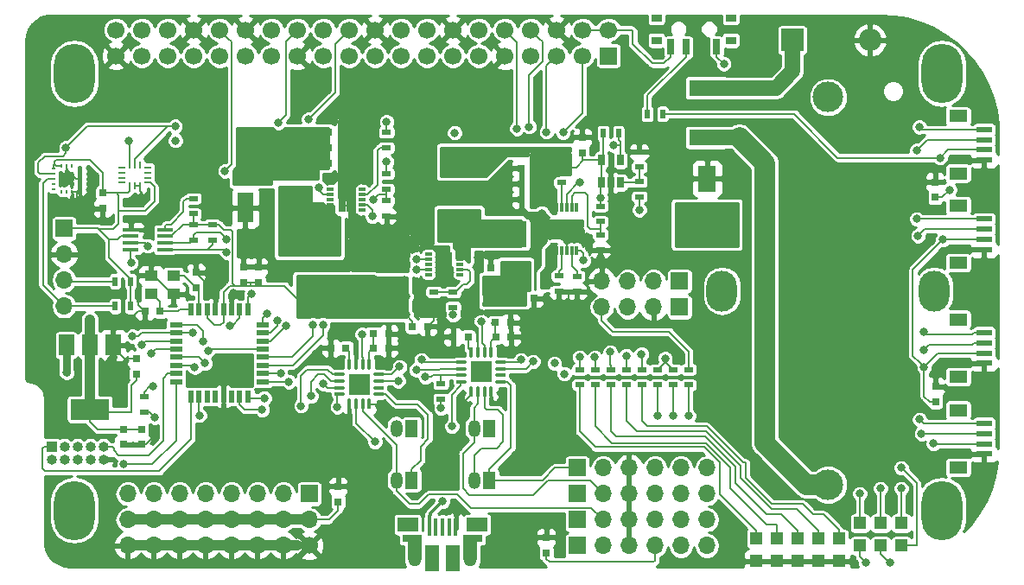
<source format=gbr>
G04 #@! TF.GenerationSoftware,KiCad,Pcbnew,(5.0.0)*
G04 #@! TF.CreationDate,2020-08-12T20:03:17-04:00*
G04 #@! TF.ProjectId,Temple_RPi_HAT,54656D706C655F5250695F4841542E6B,rev?*
G04 #@! TF.SameCoordinates,Original*
G04 #@! TF.FileFunction,Copper,L1,Top,Signal*
G04 #@! TF.FilePolarity,Positive*
%FSLAX46Y46*%
G04 Gerber Fmt 4.6, Leading zero omitted, Abs format (unit mm)*
G04 Created by KiCad (PCBNEW (5.0.0)) date 08/12/20 20:03:17*
%MOMM*%
%LPD*%
G01*
G04 APERTURE LIST*
G04 #@! TA.AperFunction,ComponentPad*
%ADD10O,1.700000X1.700000*%
G04 #@! TD*
G04 #@! TA.AperFunction,ComponentPad*
%ADD11R,1.700000X1.700000*%
G04 #@! TD*
G04 #@! TA.AperFunction,ComponentPad*
%ADD12C,1.700000*%
G04 #@! TD*
G04 #@! TA.AperFunction,SMDPad,CuDef*
%ADD13R,0.350000X0.825000*%
G04 #@! TD*
G04 #@! TA.AperFunction,BGAPad,CuDef*
%ADD14C,0.350000*%
G04 #@! TD*
G04 #@! TA.AperFunction,SMDPad,CuDef*
%ADD15R,0.825000X0.350000*%
G04 #@! TD*
G04 #@! TA.AperFunction,SMDPad,CuDef*
%ADD16R,2.100000X2.100000*%
G04 #@! TD*
G04 #@! TA.AperFunction,ComponentPad*
%ADD17C,0.600000*%
G04 #@! TD*
G04 #@! TA.AperFunction,ComponentPad*
%ADD18R,1.200000X1.700000*%
G04 #@! TD*
G04 #@! TA.AperFunction,ComponentPad*
%ADD19O,1.200000X1.700000*%
G04 #@! TD*
G04 #@! TA.AperFunction,SMDPad,CuDef*
%ADD20R,1.200000X1.200000*%
G04 #@! TD*
G04 #@! TA.AperFunction,WasherPad*
%ADD21O,4.000000X5.800000*%
G04 #@! TD*
G04 #@! TA.AperFunction,SMDPad,CuDef*
%ADD22R,0.305000X0.890000*%
G04 #@! TD*
G04 #@! TA.AperFunction,SMDPad,CuDef*
%ADD23R,0.940000X0.840000*%
G04 #@! TD*
G04 #@! TA.AperFunction,SMDPad,CuDef*
%ADD24R,3.500000X1.600000*%
G04 #@! TD*
G04 #@! TA.AperFunction,SMDPad,CuDef*
%ADD25R,3.500000X2.350000*%
G04 #@! TD*
G04 #@! TA.AperFunction,ComponentPad*
%ADD26R,2.200000X2.200000*%
G04 #@! TD*
G04 #@! TA.AperFunction,ComponentPad*
%ADD27O,2.200000X2.200000*%
G04 #@! TD*
G04 #@! TA.AperFunction,SMDPad,CuDef*
%ADD28R,0.650000X0.300000*%
G04 #@! TD*
G04 #@! TA.AperFunction,SMDPad,CuDef*
%ADD29R,0.775000X1.240000*%
G04 #@! TD*
G04 #@! TA.AperFunction,SMDPad,CuDef*
%ADD30R,1.800000X2.500000*%
G04 #@! TD*
G04 #@! TA.AperFunction,SMDPad,CuDef*
%ADD31R,0.700000X1.500000*%
G04 #@! TD*
G04 #@! TA.AperFunction,SMDPad,CuDef*
%ADD32R,1.000000X0.800000*%
G04 #@! TD*
G04 #@! TA.AperFunction,SMDPad,CuDef*
%ADD33R,0.650000X1.060000*%
G04 #@! TD*
G04 #@! TA.AperFunction,SMDPad,CuDef*
%ADD34R,3.800000X2.000000*%
G04 #@! TD*
G04 #@! TA.AperFunction,SMDPad,CuDef*
%ADD35R,1.500000X2.000000*%
G04 #@! TD*
G04 #@! TA.AperFunction,ComponentPad*
%ADD36C,3.000000*%
G04 #@! TD*
G04 #@! TA.AperFunction,ComponentPad*
%ADD37O,3.000000X4.000000*%
G04 #@! TD*
G04 #@! TA.AperFunction,SMDPad,CuDef*
%ADD38R,1.800000X1.200000*%
G04 #@! TD*
G04 #@! TA.AperFunction,SMDPad,CuDef*
%ADD39R,1.550000X0.600000*%
G04 #@! TD*
G04 #@! TA.AperFunction,SMDPad,CuDef*
%ADD40R,1.425000X2.500000*%
G04 #@! TD*
G04 #@! TA.AperFunction,SMDPad,CuDef*
%ADD41R,1.825000X0.700000*%
G04 #@! TD*
G04 #@! TA.AperFunction,ComponentPad*
%ADD42O,1.300000X3.150000*%
G04 #@! TD*
G04 #@! TA.AperFunction,SMDPad,CuDef*
%ADD43R,0.400000X1.750000*%
G04 #@! TD*
G04 #@! TA.AperFunction,ComponentPad*
%ADD44R,2.000000X1.400000*%
G04 #@! TD*
G04 #@! TA.AperFunction,ComponentPad*
%ADD45R,1.000000X1.000000*%
G04 #@! TD*
G04 #@! TA.AperFunction,ComponentPad*
%ADD46O,1.000000X1.000000*%
G04 #@! TD*
G04 #@! TA.AperFunction,SMDPad,CuDef*
%ADD47R,0.500000X0.900000*%
G04 #@! TD*
G04 #@! TA.AperFunction,SMDPad,CuDef*
%ADD48R,0.900000X0.500000*%
G04 #@! TD*
G04 #@! TA.AperFunction,SMDPad,CuDef*
%ADD49R,0.800000X0.750000*%
G04 #@! TD*
G04 #@! TA.AperFunction,SMDPad,CuDef*
%ADD50R,0.750000X0.800000*%
G04 #@! TD*
G04 #@! TA.AperFunction,SMDPad,CuDef*
%ADD51R,1.600000X3.000000*%
G04 #@! TD*
G04 #@! TA.AperFunction,SMDPad,CuDef*
%ADD52R,0.355600X0.254000*%
G04 #@! TD*
G04 #@! TA.AperFunction,SMDPad,CuDef*
%ADD53R,0.254000X0.355600*%
G04 #@! TD*
G04 #@! TA.AperFunction,SMDPad,CuDef*
%ADD54R,1.562100X0.355600*%
G04 #@! TD*
G04 #@! TA.AperFunction,SMDPad,CuDef*
%ADD55R,0.675000X0.250000*%
G04 #@! TD*
G04 #@! TA.AperFunction,SMDPad,CuDef*
%ADD56R,0.250000X0.675000*%
G04 #@! TD*
G04 #@! TA.AperFunction,SMDPad,CuDef*
%ADD57R,1.300000X1.000000*%
G04 #@! TD*
G04 #@! TA.AperFunction,SMDPad,CuDef*
%ADD58R,1.200000X0.600000*%
G04 #@! TD*
G04 #@! TA.AperFunction,SMDPad,CuDef*
%ADD59R,0.600000X1.200000*%
G04 #@! TD*
G04 #@! TA.AperFunction,ViaPad*
%ADD60C,0.800000*%
G04 #@! TD*
G04 #@! TA.AperFunction,Conductor*
%ADD61C,0.200000*%
G04 #@! TD*
G04 #@! TA.AperFunction,Conductor*
%ADD62C,1.000000*%
G04 #@! TD*
G04 #@! TA.AperFunction,Conductor*
%ADD63C,0.800000*%
G04 #@! TD*
G04 #@! TA.AperFunction,Conductor*
%ADD64C,0.300000*%
G04 #@! TD*
G04 #@! TA.AperFunction,Conductor*
%ADD65C,1.500000*%
G04 #@! TD*
G04 #@! TA.AperFunction,Conductor*
%ADD66C,2.000000*%
G04 #@! TD*
G04 #@! TA.AperFunction,Conductor*
%ADD67C,0.350000*%
G04 #@! TD*
G04 #@! TA.AperFunction,Conductor*
%ADD68C,0.254000*%
G04 #@! TD*
G04 APERTURE END LIST*
D10*
G04 #@! TO.P,J3,8*
G04 #@! TO.N,MOTOR2_NEG*
X80535000Y-172210000D03*
G04 #@! TO.P,J3,7*
G04 #@! TO.N,SERVO_7*
X83075000Y-172210000D03*
G04 #@! TO.P,J3,6*
G04 #@! TO.N,SERVO_6*
X85615000Y-172210000D03*
G04 #@! TO.P,J3,5*
G04 #@! TO.N,SERVO_5*
X88155000Y-172210000D03*
G04 #@! TO.P,J3,4*
G04 #@! TO.N,SERVO_4*
X90695000Y-172210000D03*
G04 #@! TO.P,J3,3*
G04 #@! TO.N,SERVO_3*
X93235000Y-172210000D03*
G04 #@! TO.P,J3,2*
G04 #@! TO.N,SERVO_2*
X95775000Y-172210000D03*
D11*
G04 #@! TO.P,J3,1*
G04 #@! TO.N,SERVO_1*
X98315000Y-172210000D03*
D10*
G04 #@! TO.P,J3,9*
G04 #@! TO.N,+5V*
X80535000Y-174750000D03*
X83075000Y-174750000D03*
X85615000Y-174750000D03*
X88155000Y-174750000D03*
X90695000Y-174750000D03*
X93235000Y-174750000D03*
X95775000Y-174750000D03*
X98315000Y-174750000D03*
D12*
G04 #@! TO.P,J3,10*
G04 #@! TO.N,GND*
X98315000Y-177290000D03*
D10*
X95775000Y-177290000D03*
X93235000Y-177290000D03*
X90695000Y-177290000D03*
X88155000Y-177290000D03*
X85615000Y-177290000D03*
X83075000Y-177290000D03*
X80535000Y-177290000D03*
G04 #@! TD*
D13*
G04 #@! TO.P,U10,1*
G04 #@! TO.N,GND*
X102254000Y-163478000D03*
D14*
X102254000Y-163065500D03*
D13*
G04 #@! TO.P,U10,2*
G04 #@! TO.N,MOTOR_OUT_NEG1*
X102904000Y-163478000D03*
D14*
X102904000Y-163065500D03*
D13*
G04 #@! TO.P,U10,3*
G04 #@! TO.N,MOTOR_OUT_NEG2*
X103554000Y-163478000D03*
D14*
X103554000Y-163065500D03*
D13*
G04 #@! TO.P,U10,4*
G04 #@! TO.N,GND*
X104204000Y-163478000D03*
D14*
X104204000Y-163065500D03*
D15*
G04 #@! TO.P,U10,5*
G04 #@! TO.N,MOTOR_OUT_POS2*
X105216500Y-162465500D03*
D14*
X104804000Y-162465500D03*
D15*
G04 #@! TO.P,U10,6*
G04 #@! TO.N,Net-(U10-Pad6)*
X105216500Y-161815500D03*
D14*
X104804000Y-161815500D03*
D15*
G04 #@! TO.P,U10,7*
G04 #@! TO.N,MOTOR2_POS*
X105216500Y-161165500D03*
D14*
X104804000Y-161165500D03*
D15*
G04 #@! TO.P,U10,8*
G04 #@! TO.N,MOTOR2_NEG*
X105216500Y-160515500D03*
D14*
X104804000Y-160515500D03*
D13*
G04 #@! TO.P,U10,9*
G04 #@! TO.N,Net-(C18-Pad1)*
X104204000Y-159503000D03*
D14*
X104204000Y-159915500D03*
D13*
G04 #@! TO.P,U10,10*
G04 #@! TO.N,+10V*
X103554000Y-159503000D03*
D14*
X103554000Y-159915500D03*
D13*
G04 #@! TO.P,U10,11*
G04 #@! TO.N,GND*
X102904000Y-159503000D03*
D14*
X102904000Y-159915500D03*
D13*
G04 #@! TO.P,U10,12*
G04 #@! TO.N,Net-(C16-Pad1)*
X102254000Y-159503000D03*
D14*
X102254000Y-159915500D03*
D15*
G04 #@! TO.P,U10,13*
G04 #@! TO.N,MOTOR1_NEG*
X101241500Y-160515500D03*
D14*
X101654000Y-160515500D03*
D15*
G04 #@! TO.P,U10,14*
G04 #@! TO.N,MOTOR1_POS*
X101241500Y-161165500D03*
D14*
X101654000Y-161165500D03*
D15*
G04 #@! TO.P,U10,15*
G04 #@! TO.N,MOTOR_EN*
X101241500Y-161815500D03*
D14*
X101654000Y-161815500D03*
D15*
G04 #@! TO.P,U10,16*
G04 #@! TO.N,MOTOR_OUT_POS1*
X101241500Y-162465500D03*
D14*
X101654000Y-162465500D03*
D16*
G04 #@! TO.P,U10,17*
G04 #@! TO.N,GND*
X103229000Y-161490500D03*
D17*
X103229000Y-161490500D03*
X102479000Y-162240500D03*
X102479000Y-160740500D03*
X103979000Y-162240500D03*
X103979000Y-160740500D03*
G04 #@! TD*
D18*
G04 #@! TO.P,M1,1*
G04 #@! TO.N,MOTOR_OUT_POS1*
X108361000Y-165797000D03*
D19*
G04 #@! TO.P,M1,2*
G04 #@! TO.N,MOTOR_OUT_NEG1*
X106861000Y-165797000D03*
G04 #@! TD*
D18*
G04 #@! TO.P,M2,1*
G04 #@! TO.N,MOTOR_OUT_POS2*
X108361000Y-170877000D03*
D19*
G04 #@! TO.P,M2,2*
G04 #@! TO.N,MOTOR_OUT_NEG2*
X106861000Y-170877000D03*
G04 #@! TD*
D20*
G04 #@! TO.P,D1,2*
G04 #@! TO.N,+3V3*
X156315000Y-175090000D03*
G04 #@! TO.P,D1,1*
G04 #@! TO.N,Net-(D1-Pad1)*
X156315000Y-177290000D03*
G04 #@! TD*
D11*
G04 #@! TO.P,J1,1*
G04 #@! TO.N,+5V*
X134606000Y-151382000D03*
D10*
G04 #@! TO.P,J1,2*
G04 #@! TO.N,RX*
X132066000Y-151382000D03*
G04 #@! TO.P,J1,3*
G04 #@! TO.N,TX*
X129526000Y-151382000D03*
G04 #@! TO.P,J1,4*
G04 #@! TO.N,GND*
X126986000Y-151382000D03*
G04 #@! TD*
D21*
G04 #@! TO.P,MK1,*
G04 #@! TO.N,*
X75320000Y-173830000D03*
X75320000Y-131030000D03*
X160320000Y-173830000D03*
X160320000Y-131030000D03*
G04 #@! TD*
D22*
G04 #@! TO.P,U6,1*
G04 #@! TO.N,V_CHARGE*
X122535000Y-148355000D03*
G04 #@! TO.P,U6,2*
G04 #@! TO.N,Net-(R35-Pad1)*
X123035000Y-148355000D03*
G04 #@! TO.P,U6,3*
G04 #@! TO.N,GND*
X123535000Y-148355000D03*
G04 #@! TO.P,U6,4*
G04 #@! TO.N,Net-(R36-Pad1)*
X124035000Y-148355000D03*
G04 #@! TO.P,U6,5*
G04 #@! TO.N,PG*
X124535000Y-148355000D03*
G04 #@! TO.P,U6,6*
G04 #@! TO.N,N/C*
X124535000Y-144145000D03*
G04 #@! TO.P,U6,7*
G04 #@! TO.N,Net-(R39-Pad1)*
X124035000Y-144145000D03*
G04 #@! TO.P,U6,8*
G04 #@! TO.N,CHG*
X123535000Y-144145000D03*
G04 #@! TO.P,U6,9*
G04 #@! TO.N,Net-(R40-Pad2)*
X123035000Y-144145000D03*
G04 #@! TO.P,U6,10*
G04 #@! TO.N,+BATT*
X122535000Y-144145000D03*
D23*
G04 #@! TO.P,U6,11*
G04 #@! TO.N,GND*
X124005000Y-145830000D03*
X123065000Y-145830000D03*
X124005000Y-146670000D03*
X123065000Y-146670000D03*
G04 #@! TD*
D20*
G04 #@! TO.P,D6,2*
G04 #@! TO.N,Net-(D6-Pad2)*
X146155000Y-176614000D03*
G04 #@! TO.P,D6,1*
G04 #@! TO.N,GND*
X146155000Y-178814000D03*
G04 #@! TD*
G04 #@! TO.P,D7,2*
G04 #@! TO.N,Net-(D7-Pad2)*
X144123000Y-176614000D03*
G04 #@! TO.P,D7,1*
G04 #@! TO.N,GND*
X144123000Y-178814000D03*
G04 #@! TD*
G04 #@! TO.P,D9,2*
G04 #@! TO.N,Net-(D9-Pad2)*
X142091000Y-176614000D03*
G04 #@! TO.P,D9,1*
G04 #@! TO.N,GND*
X142091000Y-178814000D03*
G04 #@! TD*
G04 #@! TO.P,D10,2*
G04 #@! TO.N,Net-(D10-Pad2)*
X150219000Y-176614000D03*
G04 #@! TO.P,D10,1*
G04 #@! TO.N,GND*
X150219000Y-178814000D03*
G04 #@! TD*
D24*
G04 #@! TO.P,F1,1*
G04 #@! TO.N,Net-(F1-Pad1)*
X137265000Y-132432000D03*
G04 #@! TO.P,F1,2*
G04 #@! TO.N,Net-(BH1-Pad2)*
X137265000Y-137312000D03*
G04 #@! TD*
D25*
G04 #@! TO.P,L1,1*
G04 #@! TO.N,+5V*
X99292000Y-153287000D03*
G04 #@! TO.P,L1,2*
G04 #@! TO.N,Net-(D4-Pad2)*
X99292000Y-147237000D03*
G04 #@! TD*
G04 #@! TO.P,L2,1*
G04 #@! TO.N,+BATT*
X113135000Y-139761500D03*
G04 #@! TO.P,L2,2*
G04 #@! TO.N,Net-(D5-Pad2)*
X113135000Y-145811500D03*
G04 #@! TD*
D18*
G04 #@! TO.P,M3,1*
G04 #@! TO.N,MOTOR_OUT_POS3*
X115981000Y-165797000D03*
D19*
G04 #@! TO.P,M3,2*
G04 #@! TO.N,MOTOR_OUT_NEG3*
X114481000Y-165797000D03*
G04 #@! TD*
D26*
G04 #@! TO.P,SW1,1*
G04 #@! TO.N,Net-(F1-Pad1)*
X145647000Y-127760000D03*
D27*
G04 #@! TO.P,SW1,2*
G04 #@! TO.N,GND*
X153267000Y-127760000D03*
G04 #@! TD*
D28*
G04 #@! TO.P,U4,1*
G04 #@! TO.N,N/C*
X100402500Y-142396000D03*
G04 #@! TO.P,U4,2*
G04 #@! TO.N,Net-(R30-Pad1)*
X100402500Y-142896000D03*
G04 #@! TO.P,U4,3*
G04 #@! TO.N,N/C*
X100402500Y-143396000D03*
G04 #@! TO.P,U4,4*
G04 #@! TO.N,Net-(D4-Pad2)*
X100402500Y-143896000D03*
G04 #@! TO.P,U4,5*
X100402500Y-144396000D03*
G04 #@! TO.P,U4,6*
G04 #@! TO.N,N/C*
X103502500Y-144396000D03*
G04 #@! TO.P,U4,7*
G04 #@! TO.N,+5V*
X103502500Y-143896000D03*
G04 #@! TO.P,U4,8*
G04 #@! TO.N,N/C*
X103502500Y-143396000D03*
G04 #@! TO.P,U4,9*
G04 #@! TO.N,Net-(R37-Pad2)*
X103502500Y-142896000D03*
G04 #@! TO.P,U4,10*
G04 #@! TO.N,N/C*
X103502500Y-142396000D03*
D29*
G04 #@! TO.P,U4,11*
G04 #@! TO.N,GND*
X102340000Y-144016000D03*
X102340000Y-142776000D03*
X101565000Y-144016000D03*
X101565000Y-142776000D03*
G04 #@! TD*
D28*
G04 #@! TO.P,U5,1*
G04 #@! TO.N,N/C*
X113097500Y-150731000D03*
G04 #@! TO.P,U5,2*
G04 #@! TO.N,Net-(R32-Pad1)*
X113097500Y-150231000D03*
G04 #@! TO.P,U5,3*
G04 #@! TO.N,N/C*
X113097500Y-149731000D03*
G04 #@! TO.P,U5,4*
G04 #@! TO.N,Net-(D5-Pad2)*
X113097500Y-149231000D03*
G04 #@! TO.P,U5,5*
X113097500Y-148731000D03*
G04 #@! TO.P,U5,6*
G04 #@! TO.N,N/C*
X109997500Y-148731000D03*
G04 #@! TO.P,U5,7*
G04 #@! TO.N,+BATT*
X109997500Y-149231000D03*
G04 #@! TO.P,U5,8*
G04 #@! TO.N,N/C*
X109997500Y-149731000D03*
G04 #@! TO.P,U5,9*
G04 #@! TO.N,BATTERY_ENABLE*
X109997500Y-150231000D03*
G04 #@! TO.P,U5,10*
G04 #@! TO.N,N/C*
X109997500Y-150731000D03*
D29*
G04 #@! TO.P,U5,11*
G04 #@! TO.N,GND*
X111160000Y-149111000D03*
X111160000Y-150351000D03*
X111935000Y-149111000D03*
X111935000Y-150351000D03*
G04 #@! TD*
D18*
G04 #@! TO.P,M4,1*
G04 #@! TO.N,MOTOR_OUT_POS4*
X115981000Y-170877000D03*
D19*
G04 #@! TO.P,M4,2*
G04 #@! TO.N,MOTOR_OUT_NEG4*
X114481000Y-170877000D03*
G04 #@! TD*
D20*
G04 #@! TO.P,D2,2*
G04 #@! TO.N,Net-(D2-Pad2)*
X152251000Y-175090000D03*
G04 #@! TO.P,D2,1*
G04 #@! TO.N,CHG*
X152251000Y-177290000D03*
G04 #@! TD*
G04 #@! TO.P,D3,2*
G04 #@! TO.N,Net-(D3-Pad2)*
X154283000Y-175090000D03*
G04 #@! TO.P,D3,1*
G04 #@! TO.N,PG*
X154283000Y-177290000D03*
G04 #@! TD*
D30*
G04 #@! TO.P,D4,1*
G04 #@! TO.N,+10V*
X97006000Y-139508000D03*
G04 #@! TO.P,D4,2*
G04 #@! TO.N,Net-(D4-Pad2)*
X97006000Y-143508000D03*
G04 #@! TD*
G04 #@! TO.P,D5,1*
G04 #@! TO.N,+5V*
X118723000Y-150810000D03*
G04 #@! TO.P,D5,2*
G04 #@! TO.N,Net-(D5-Pad2)*
X118723000Y-146810000D03*
G04 #@! TD*
G04 #@! TO.P,D8,1*
G04 #@! TO.N,+BATT*
X137315000Y-145330000D03*
G04 #@! TO.P,D8,2*
G04 #@! TO.N,GND*
X137315000Y-141330000D03*
G04 #@! TD*
D11*
G04 #@! TO.P,J2,1*
G04 #@! TO.N,+3V3*
X134606000Y-153922000D03*
D10*
G04 #@! TO.P,J2,2*
G04 #@! TO.N,GND*
X132066000Y-153922000D03*
G04 #@! TO.P,J2,3*
G04 #@! TO.N,SCL*
X129526000Y-153922000D03*
G04 #@! TO.P,J2,4*
G04 #@! TO.N,SDA*
X126986000Y-153922000D03*
G04 #@! TD*
D11*
G04 #@! TO.P,J4,1*
G04 #@! TO.N,MOTOR_OUT_POS1*
X124565000Y-177290000D03*
D10*
G04 #@! TO.P,J4,2*
G04 #@! TO.N,MOTOR_OUT_NEG1*
X127105000Y-177290000D03*
G04 #@! TO.P,J4,3*
G04 #@! TO.N,GND*
X129645000Y-177290000D03*
G04 #@! TO.P,J4,4*
G04 #@! TO.N,ENC_PWR*
X132185000Y-177290000D03*
G04 #@! TO.P,J4,5*
G04 #@! TO.N,QEP_1A*
X134725000Y-177290000D03*
G04 #@! TO.P,J4,6*
G04 #@! TO.N,QEP_1B*
X137265000Y-177290000D03*
G04 #@! TD*
D11*
G04 #@! TO.P,J5,1*
G04 #@! TO.N,MOTOR_OUT_POS2*
X124565000Y-174750000D03*
D10*
G04 #@! TO.P,J5,2*
G04 #@! TO.N,MOTOR_OUT_NEG2*
X127105000Y-174750000D03*
G04 #@! TO.P,J5,3*
G04 #@! TO.N,GND*
X129645000Y-174750000D03*
G04 #@! TO.P,J5,4*
G04 #@! TO.N,ENC_PWR*
X132185000Y-174750000D03*
G04 #@! TO.P,J5,5*
G04 #@! TO.N,QEP_2A*
X134725000Y-174750000D03*
G04 #@! TO.P,J5,6*
G04 #@! TO.N,QEP_2B*
X137265000Y-174750000D03*
G04 #@! TD*
D11*
G04 #@! TO.P,J6,1*
G04 #@! TO.N,MOTOR_OUT_POS3*
X124565000Y-172210000D03*
D10*
G04 #@! TO.P,J6,2*
G04 #@! TO.N,MOTOR_OUT_NEG3*
X127105000Y-172210000D03*
G04 #@! TO.P,J6,3*
G04 #@! TO.N,GND*
X129645000Y-172210000D03*
G04 #@! TO.P,J6,4*
G04 #@! TO.N,ENC_PWR*
X132185000Y-172210000D03*
G04 #@! TO.P,J6,5*
G04 #@! TO.N,QEP_3A*
X134725000Y-172210000D03*
G04 #@! TO.P,J6,6*
G04 #@! TO.N,QEP_3B*
X137265000Y-172210000D03*
G04 #@! TD*
D11*
G04 #@! TO.P,J7,1*
G04 #@! TO.N,MOTOR_OUT_POS4*
X124565000Y-169670000D03*
D10*
G04 #@! TO.P,J7,2*
G04 #@! TO.N,MOTOR_OUT_NEG4*
X127105000Y-169670000D03*
G04 #@! TO.P,J7,3*
G04 #@! TO.N,GND*
X129645000Y-169670000D03*
G04 #@! TO.P,J7,4*
G04 #@! TO.N,ENC_PWR*
X132185000Y-169670000D03*
G04 #@! TO.P,J7,5*
G04 #@! TO.N,QEP_4A*
X134725000Y-169670000D03*
G04 #@! TO.P,J7,6*
G04 #@! TO.N,QEP_4B*
X137265000Y-169670000D03*
G04 #@! TD*
D11*
G04 #@! TO.P,LCD1,1*
G04 #@! TO.N,+3V3*
X74315000Y-146210000D03*
D10*
G04 #@! TO.P,LCD1,2*
G04 #@! TO.N,GND*
X74315000Y-148750000D03*
G04 #@! TO.P,LCD1,3*
G04 #@! TO.N,SCL*
X74315000Y-151290000D03*
G04 #@! TO.P,LCD1,4*
G04 #@! TO.N,SDA*
X74315000Y-153830000D03*
G04 #@! TD*
D12*
G04 #@! TO.P,rpi_Header1,20*
G04 #@! TO.N,GND*
X104790000Y-126760000D03*
G04 #@! TO.P,rpi_Header1,18*
G04 #@! TO.N,N/C*
X107330000Y-126760000D03*
G04 #@! TO.P,rpi_Header1,16*
G04 #@! TO.N,QEP_1B*
X109870000Y-126760000D03*
G04 #@! TO.P,rpi_Header1,14*
G04 #@! TO.N,GND*
X112410000Y-126760000D03*
G04 #@! TO.P,rpi_Header1,12*
G04 #@! TO.N,QEP_2B*
X114950000Y-126760000D03*
G04 #@! TO.P,rpi_Header1,10*
G04 #@! TO.N,TX*
X117490000Y-126760000D03*
G04 #@! TO.P,rpi_Header1,8*
G04 #@! TO.N,RX*
X120030000Y-126760000D03*
G04 #@! TO.P,rpi_Header1,6*
G04 #@! TO.N,GND*
X122570000Y-126760000D03*
G04 #@! TO.P,rpi_Header1,4*
G04 #@! TO.N,+5V*
X125110000Y-126760000D03*
G04 #@! TO.P,rpi_Header1,2*
X127650000Y-126760000D03*
D11*
G04 #@! TO.P,rpi_Header1,1*
G04 #@! TO.N,PI_3.3V*
X127650000Y-129300000D03*
D12*
G04 #@! TO.P,rpi_Header1,3*
G04 #@! TO.N,SDA*
X125110000Y-129300000D03*
G04 #@! TO.P,rpi_Header1,5*
G04 #@! TO.N,SCL*
X122570000Y-129300000D03*
G04 #@! TO.P,rpi_Header1,7*
G04 #@! TO.N,N/C*
X120030000Y-129300000D03*
G04 #@! TO.P,rpi_Header1,9*
G04 #@! TO.N,GND*
X117490000Y-129300000D03*
G04 #@! TO.P,rpi_Header1,11*
G04 #@! TO.N,QEP_2A*
X114950000Y-129300000D03*
G04 #@! TO.P,rpi_Header1,13*
G04 #@! TO.N,QEP_3B*
X112410000Y-129300000D03*
G04 #@! TO.P,rpi_Header1,15*
G04 #@! TO.N,QEP_1A*
X109870000Y-129300000D03*
G04 #@! TO.P,rpi_Header1,17*
G04 #@! TO.N,PI_3.3V*
X107330000Y-129300000D03*
G04 #@! TO.P,rpi_Header1,19*
G04 #@! TO.N,N/C*
X104790000Y-129300000D03*
G04 #@! TO.P,rpi_Header1,21*
X102250000Y-129300000D03*
G04 #@! TO.P,rpi_Header1,22*
G04 #@! TO.N,Prog_LED0*
X102250000Y-126760000D03*
G04 #@! TO.P,rpi_Header1,23*
G04 #@! TO.N,N/C*
X99710000Y-129300000D03*
G04 #@! TO.P,rpi_Header1,24*
X99710000Y-126760000D03*
G04 #@! TO.P,rpi_Header1,25*
G04 #@! TO.N,GND*
X97170000Y-129300000D03*
G04 #@! TO.P,rpi_Header1,26*
G04 #@! TO.N,IR*
X97170000Y-126760000D03*
G04 #@! TO.P,rpi_Header1,27*
G04 #@! TO.N,N/C*
X94630000Y-129300000D03*
G04 #@! TO.P,rpi_Header1,28*
X94630000Y-126760000D03*
G04 #@! TO.P,rpi_Header1,29*
G04 #@! TO.N,QEP_4A*
X92090000Y-129300000D03*
G04 #@! TO.P,rpi_Header1,30*
G04 #@! TO.N,GND*
X92090000Y-126760000D03*
G04 #@! TO.P,rpi_Header1,31*
G04 #@! TO.N,QEP_4B*
X89550000Y-129300000D03*
G04 #@! TO.P,rpi_Header1,32*
G04 #@! TO.N,MOTOR_EN*
X89550000Y-126760000D03*
G04 #@! TO.P,rpi_Header1,33*
G04 #@! TO.N,N/C*
X87010000Y-129300000D03*
G04 #@! TO.P,rpi_Header1,34*
G04 #@! TO.N,GND*
X87010000Y-126760000D03*
G04 #@! TO.P,rpi_Header1,35*
G04 #@! TO.N,N/C*
X84470000Y-129300000D03*
G04 #@! TO.P,rpi_Header1,36*
X84470000Y-126760000D03*
G04 #@! TO.P,rpi_Header1,37*
G04 #@! TO.N,QEP_3A*
X81930000Y-129300000D03*
G04 #@! TO.P,rpi_Header1,38*
G04 #@! TO.N,N/C*
X81930000Y-126760000D03*
G04 #@! TO.P,rpi_Header1,39*
G04 #@! TO.N,GND*
X79390000Y-129300000D03*
G04 #@! TO.P,rpi_Header1,40*
G04 #@! TO.N,N/C*
X79390000Y-126760000D03*
G04 #@! TD*
D31*
G04 #@! TO.P,SW2,1*
G04 #@! TO.N,+3V3*
X138245000Y-128428000D03*
G04 #@! TO.P,SW2,2*
G04 #@! TO.N,Net-(R48-Pad1)*
X135245000Y-128428000D03*
G04 #@! TO.P,SW2,3*
G04 #@! TO.N,+5V*
X133745000Y-128428000D03*
D32*
G04 #@! TO.P,SW2,*
G04 #@! TO.N,*
X139645000Y-125568000D03*
X132345000Y-125568000D03*
X132345000Y-127778000D03*
X139645000Y-127778000D03*
G04 #@! TD*
D33*
G04 #@! TO.P,U7,1*
G04 #@! TO.N,+BATT*
X126917000Y-141730000D03*
G04 #@! TO.P,U7,2*
G04 #@! TO.N,GND*
X127867000Y-141730000D03*
G04 #@! TO.P,U7,3*
G04 #@! TO.N,Net-(R44-Pad1)*
X128817000Y-141730000D03*
G04 #@! TO.P,U7,4*
G04 #@! TO.N,BATTERY_ENABLE*
X128817000Y-139530000D03*
G04 #@! TO.P,U7,5*
G04 #@! TO.N,+BATT*
X126917000Y-139530000D03*
G04 #@! TD*
D34*
G04 #@! TO.P,U8,2*
G04 #@! TO.N,+3V3*
X76815000Y-163930000D03*
D35*
X76815000Y-157630000D03*
G04 #@! TO.P,U8,3*
G04 #@! TO.N,+5V*
X74515000Y-157630000D03*
G04 #@! TO.P,U8,1*
G04 #@! TO.N,GND*
X79115000Y-157630000D03*
G04 #@! TD*
D13*
G04 #@! TO.P,U9,1*
G04 #@! TO.N,GND*
X114192000Y-162259500D03*
D14*
X114192000Y-161847000D03*
D13*
G04 #@! TO.P,U9,2*
G04 #@! TO.N,MOTOR_OUT_NEG3*
X114842000Y-162259500D03*
D14*
X114842000Y-161847000D03*
D13*
G04 #@! TO.P,U9,3*
G04 #@! TO.N,MOTOR_OUT_NEG4*
X115492000Y-162259500D03*
D14*
X115492000Y-161847000D03*
D13*
G04 #@! TO.P,U9,4*
G04 #@! TO.N,GND*
X116142000Y-162259500D03*
D14*
X116142000Y-161847000D03*
D15*
G04 #@! TO.P,U9,5*
G04 #@! TO.N,MOTOR_OUT_POS4*
X117154500Y-161247000D03*
D14*
X116742000Y-161247000D03*
D15*
G04 #@! TO.P,U9,6*
G04 #@! TO.N,Net-(U9-Pad6)*
X117154500Y-160597000D03*
D14*
X116742000Y-160597000D03*
D15*
G04 #@! TO.P,U9,7*
G04 #@! TO.N,MOTOR4_POS*
X117154500Y-159947000D03*
D14*
X116742000Y-159947000D03*
D15*
G04 #@! TO.P,U9,8*
G04 #@! TO.N,MOTOR4_NEG*
X117154500Y-159297000D03*
D14*
X116742000Y-159297000D03*
D13*
G04 #@! TO.P,U9,9*
G04 #@! TO.N,Net-(C17-Pad1)*
X116142000Y-158284500D03*
D14*
X116142000Y-158697000D03*
D13*
G04 #@! TO.P,U9,10*
G04 #@! TO.N,+10V*
X115492000Y-158284500D03*
D14*
X115492000Y-158697000D03*
D13*
G04 #@! TO.P,U9,11*
G04 #@! TO.N,GND*
X114842000Y-158284500D03*
D14*
X114842000Y-158697000D03*
D13*
G04 #@! TO.P,U9,12*
G04 #@! TO.N,Net-(C15-Pad1)*
X114192000Y-158284500D03*
D14*
X114192000Y-158697000D03*
D15*
G04 #@! TO.P,U9,13*
G04 #@! TO.N,MOTOR3_NEG*
X113179500Y-159297000D03*
D14*
X113592000Y-159297000D03*
D15*
G04 #@! TO.P,U9,14*
G04 #@! TO.N,MOTOR3_POS*
X113179500Y-159947000D03*
D14*
X113592000Y-159947000D03*
D15*
G04 #@! TO.P,U9,15*
G04 #@! TO.N,MOTOR_EN*
X113179500Y-160597000D03*
D14*
X113592000Y-160597000D03*
D15*
G04 #@! TO.P,U9,16*
G04 #@! TO.N,MOTOR_OUT_POS3*
X113179500Y-161247000D03*
D14*
X113592000Y-161247000D03*
D16*
G04 #@! TO.P,U9,17*
G04 #@! TO.N,GND*
X115167000Y-160272000D03*
D17*
X115167000Y-160272000D03*
X114417000Y-161022000D03*
X114417000Y-159522000D03*
X115917000Y-161022000D03*
X115917000Y-159522000D03*
G04 #@! TD*
D36*
G04 #@! TO.P,BH1,2*
G04 #@! TO.N,Net-(BH1-Pad2)*
X149165000Y-171315000D03*
G04 #@! TO.P,BH1,1*
G04 #@! TO.N,+BATT*
X149165000Y-133345000D03*
D37*
G04 #@! TO.P,BH1,*
G04 #@! TO.N,*
X159565000Y-152330000D03*
X138765000Y-152330000D03*
G04 #@! TD*
D38*
G04 #@! TO.P,EN1,*
G04 #@! TO.N,*
X161909636Y-164016810D03*
X161909636Y-169616810D03*
D39*
G04 #@! TO.P,EN1,4*
G04 #@! TO.N,QEP_1B*
X164434636Y-165316810D03*
G04 #@! TO.P,EN1,3*
G04 #@! TO.N,QEP_1A*
X164434636Y-166316810D03*
G04 #@! TO.P,EN1,2*
G04 #@! TO.N,ENC_PWR*
X164434636Y-167316810D03*
G04 #@! TO.P,EN1,1*
G04 #@! TO.N,GND*
X164434636Y-168316810D03*
G04 #@! TD*
D38*
G04 #@! TO.P,EN2,*
G04 #@! TO.N,*
X161909636Y-155126810D03*
X161909636Y-160726810D03*
D39*
G04 #@! TO.P,EN2,4*
G04 #@! TO.N,QEP_2B*
X164434636Y-156426810D03*
G04 #@! TO.P,EN2,3*
G04 #@! TO.N,QEP_2A*
X164434636Y-157426810D03*
G04 #@! TO.P,EN2,2*
G04 #@! TO.N,ENC_PWR*
X164434636Y-158426810D03*
G04 #@! TO.P,EN2,1*
G04 #@! TO.N,GND*
X164434636Y-159426810D03*
G04 #@! TD*
D38*
G04 #@! TO.P,EN3,*
G04 #@! TO.N,*
X161909636Y-143986810D03*
X161909636Y-149586810D03*
D39*
G04 #@! TO.P,EN3,4*
G04 #@! TO.N,QEP_3B*
X164434636Y-145286810D03*
G04 #@! TO.P,EN3,3*
G04 #@! TO.N,QEP_3A*
X164434636Y-146286810D03*
G04 #@! TO.P,EN3,2*
G04 #@! TO.N,ENC_PWR*
X164434636Y-147286810D03*
G04 #@! TO.P,EN3,1*
G04 #@! TO.N,GND*
X164434636Y-148286810D03*
G04 #@! TD*
D38*
G04 #@! TO.P,EN4,*
G04 #@! TO.N,*
X161909636Y-135211810D03*
X161909636Y-140811810D03*
D39*
G04 #@! TO.P,EN4,4*
G04 #@! TO.N,QEP_4B*
X164434636Y-136511810D03*
G04 #@! TO.P,EN4,3*
G04 #@! TO.N,QEP_4A*
X164434636Y-137511810D03*
G04 #@! TO.P,EN4,2*
G04 #@! TO.N,ENC_PWR*
X164434636Y-138511810D03*
G04 #@! TO.P,EN4,1*
G04 #@! TO.N,GND*
X164434636Y-139511810D03*
G04 #@! TD*
D40*
G04 #@! TO.P,J8,SH*
G04 #@! TO.N,N/C*
X110376000Y-178532000D03*
D41*
X114366000Y-176572000D03*
D42*
X114101000Y-177802000D03*
D43*
G04 #@! TO.P,J8,5*
G04 #@! TO.N,GND*
X112676000Y-175457000D03*
G04 #@! TO.P,J8,4*
G04 #@! TO.N,N/C*
X112026000Y-175457000D03*
G04 #@! TO.P,J8,3*
X111376000Y-175457000D03*
G04 #@! TO.P,J8,2*
X110726000Y-175457000D03*
D44*
G04 #@! TO.P,J8,SH*
X114801000Y-175252000D03*
D43*
G04 #@! TO.P,J8,1*
G04 #@! TO.N,V_CHARGE*
X110076000Y-175457000D03*
D44*
G04 #@! TO.P,J8,SH*
G04 #@! TO.N,N/C*
X107951000Y-175252000D03*
D42*
X108651000Y-177802000D03*
D41*
X108386000Y-176572000D03*
D40*
X112376000Y-178532000D03*
G04 #@! TD*
D20*
G04 #@! TO.P,D11,2*
G04 #@! TO.N,Net-(D11-Pad2)*
X148187000Y-176614000D03*
G04 #@! TO.P,D11,1*
G04 #@! TO.N,GND*
X148187000Y-178814000D03*
G04 #@! TD*
D45*
G04 #@! TO.P,J9,1*
G04 #@! TO.N,SCK*
X73065000Y-167580000D03*
D46*
G04 #@! TO.P,J9,2*
G04 #@! TO.N,GND*
X73065000Y-168850000D03*
G04 #@! TO.P,J9,3*
G04 #@! TO.N,MISO*
X74335000Y-167580000D03*
G04 #@! TO.P,J9,4*
G04 #@! TO.N,+5V*
X74335000Y-168850000D03*
G04 #@! TO.P,J9,5*
G04 #@! TO.N,N/C*
X75605000Y-167580000D03*
G04 #@! TO.P,J9,6*
G04 #@! TO.N,AVR_RST*
X75605000Y-168850000D03*
G04 #@! TO.P,J9,7*
G04 #@! TO.N,+5V*
X76875000Y-167580000D03*
G04 #@! TO.P,J9,8*
G04 #@! TO.N,N/C*
X76875000Y-168850000D03*
G04 #@! TO.P,J9,9*
G04 #@! TO.N,MOSI*
X78145000Y-167580000D03*
G04 #@! TO.P,J9,10*
G04 #@! TO.N,GND*
X78145000Y-168850000D03*
G04 #@! TD*
D47*
G04 #@! TO.P,R1,1*
G04 #@! TO.N,SDA*
X79315000Y-153830000D03*
G04 #@! TO.P,R1,2*
G04 #@! TO.N,+3V3*
X80815000Y-153830000D03*
G04 #@! TD*
G04 #@! TO.P,R2,1*
G04 #@! TO.N,SCL*
X79315000Y-151390000D03*
G04 #@! TO.P,R2,2*
G04 #@! TO.N,+3V3*
X80815000Y-151390000D03*
G04 #@! TD*
D48*
G04 #@! TO.P,R3,1*
G04 #@! TO.N,Net-(D1-Pad1)*
X135487000Y-161542000D03*
G04 #@! TO.P,R3,2*
G04 #@! TO.N,SDA*
X135487000Y-160042000D03*
G04 #@! TD*
G04 #@! TO.P,R4,1*
G04 #@! TO.N,BATTERY_ENABLE*
X129391000Y-160042000D03*
G04 #@! TO.P,R4,2*
G04 #@! TO.N,Net-(D11-Pad2)*
X129391000Y-161542000D03*
G04 #@! TD*
G04 #@! TO.P,R5,1*
G04 #@! TO.N,+5V*
X82147000Y-164185000D03*
G04 #@! TO.P,R5,2*
G04 #@! TO.N,AVR_RST*
X82147000Y-162685000D03*
G04 #@! TD*
G04 #@! TO.P,R29,1*
G04 #@! TO.N,Net-(D2-Pad2)*
X132439000Y-161542000D03*
G04 #@! TO.P,R29,2*
G04 #@! TO.N,+BATT*
X132439000Y-160042000D03*
G04 #@! TD*
G04 #@! TO.P,R30,1*
G04 #@! TO.N,Net-(R30-Pad1)*
X105896000Y-142353000D03*
G04 #@! TO.P,R30,2*
G04 #@! TO.N,+10V*
X105896000Y-140853000D03*
G04 #@! TD*
G04 #@! TO.P,R31,1*
G04 #@! TO.N,GND*
X105896000Y-145008000D03*
G04 #@! TO.P,R31,2*
G04 #@! TO.N,Net-(R30-Pad1)*
X105896000Y-143508000D03*
G04 #@! TD*
G04 #@! TO.P,R32,1*
G04 #@! TO.N,Net-(R32-Pad1)*
X112415000Y-152430000D03*
G04 #@! TO.P,R32,2*
G04 #@! TO.N,+5V*
X112415000Y-153930000D03*
G04 #@! TD*
G04 #@! TO.P,R33,1*
G04 #@! TO.N,GND*
X110515000Y-153930000D03*
G04 #@! TO.P,R33,2*
G04 #@! TO.N,Net-(R32-Pad1)*
X110515000Y-152430000D03*
G04 #@! TD*
G04 #@! TO.P,R34,1*
G04 #@! TO.N,Net-(D3-Pad2)*
X133963000Y-161542000D03*
G04 #@! TO.P,R34,2*
G04 #@! TO.N,+BATT*
X133963000Y-160042000D03*
G04 #@! TD*
G04 #@! TO.P,R35,1*
G04 #@! TO.N,Net-(R35-Pad1)*
X122787000Y-150874000D03*
G04 #@! TO.P,R35,2*
G04 #@! TO.N,GND*
X122787000Y-152374000D03*
G04 #@! TD*
G04 #@! TO.P,R36,1*
G04 #@! TO.N,Net-(R36-Pad1)*
X124565000Y-150898000D03*
G04 #@! TO.P,R36,2*
G04 #@! TO.N,GND*
X124565000Y-152398000D03*
G04 #@! TD*
G04 #@! TO.P,R37,1*
G04 #@! TO.N,+5V*
X105896000Y-136801000D03*
G04 #@! TO.P,R37,2*
G04 #@! TO.N,Net-(R37-Pad2)*
X105896000Y-138301000D03*
G04 #@! TD*
D47*
G04 #@! TO.P,R38,1*
G04 #@! TO.N,+BATT*
X127129000Y-136904000D03*
G04 #@! TO.P,R38,2*
G04 #@! TO.N,BATTERY_ENABLE*
X128629000Y-136904000D03*
G04 #@! TD*
D48*
G04 #@! TO.P,R39,1*
G04 #@! TO.N,Net-(R39-Pad1)*
X126851000Y-146834000D03*
G04 #@! TO.P,R39,2*
G04 #@! TO.N,GND*
X126851000Y-148334000D03*
G04 #@! TD*
G04 #@! TO.P,R40,1*
G04 #@! TO.N,+BATT*
X123041000Y-140230000D03*
G04 #@! TO.P,R40,2*
G04 #@! TO.N,Net-(R40-Pad2)*
X123041000Y-141730000D03*
G04 #@! TD*
G04 #@! TO.P,R41,1*
G04 #@! TO.N,+BATT*
X126851000Y-144040000D03*
G04 #@! TO.P,R41,2*
G04 #@! TO.N,Net-(R39-Pad1)*
X126851000Y-145540000D03*
G04 #@! TD*
G04 #@! TO.P,R42,1*
G04 #@! TO.N,Net-(D6-Pad2)*
X127867000Y-161542000D03*
G04 #@! TO.P,R42,2*
G04 #@! TO.N,+10V*
X127867000Y-160042000D03*
G04 #@! TD*
G04 #@! TO.P,R43,1*
G04 #@! TO.N,Net-(D7-Pad2)*
X126343000Y-161542000D03*
G04 #@! TO.P,R43,2*
G04 #@! TO.N,+5V*
X126343000Y-160042000D03*
G04 #@! TD*
G04 #@! TO.P,R44,1*
G04 #@! TO.N,Net-(R44-Pad1)*
X130661000Y-141603000D03*
G04 #@! TO.P,R44,2*
G04 #@! TO.N,+5V*
X130661000Y-143103000D03*
G04 #@! TD*
G04 #@! TO.P,R45,1*
G04 #@! TO.N,GND*
X130661000Y-138706000D03*
G04 #@! TO.P,R45,2*
G04 #@! TO.N,Net-(R44-Pad1)*
X130661000Y-140206000D03*
G04 #@! TD*
G04 #@! TO.P,R46,1*
G04 #@! TO.N,Net-(D9-Pad2)*
X124819000Y-161542000D03*
G04 #@! TO.P,R46,2*
G04 #@! TO.N,+3V3*
X124819000Y-160042000D03*
G04 #@! TD*
G04 #@! TO.P,R47,1*
G04 #@! TO.N,Net-(D10-Pad2)*
X130915000Y-161542000D03*
G04 #@! TO.P,R47,2*
G04 #@! TO.N,Prog_LED0*
X130915000Y-160042000D03*
G04 #@! TD*
D47*
G04 #@! TO.P,R48,1*
G04 #@! TO.N,Net-(R48-Pad1)*
X131447000Y-134999000D03*
G04 #@! TO.P,R48,2*
G04 #@! TO.N,ENC_PWR*
X132947000Y-134999000D03*
G04 #@! TD*
D49*
G04 #@! TO.P,C2,2*
G04 #@! TO.N,GND*
X101705000Y-136777000D03*
G04 #@! TO.P,C2,1*
G04 #@! TO.N,+10V*
X100205000Y-136777000D03*
G04 #@! TD*
G04 #@! TO.P,C3,2*
G04 #@! TO.N,GND*
X114565000Y-153080000D03*
G04 #@! TO.P,C3,1*
G04 #@! TO.N,+5V*
X116065000Y-153080000D03*
G04 #@! TD*
G04 #@! TO.P,C4,2*
G04 #@! TO.N,GND*
X101693000Y-138301000D03*
G04 #@! TO.P,C4,1*
G04 #@! TO.N,+10V*
X100193000Y-138301000D03*
G04 #@! TD*
G04 #@! TO.P,C5,2*
G04 #@! TO.N,GND*
X120315000Y-153080000D03*
G04 #@! TO.P,C5,1*
G04 #@! TO.N,+5V*
X118815000Y-153080000D03*
G04 #@! TD*
D50*
G04 #@! TO.P,C7,2*
G04 #@! TO.N,GND*
X116081400Y-150080000D03*
G04 #@! TO.P,C7,1*
G04 #@! TO.N,+5V*
X116081400Y-151580000D03*
G04 #@! TD*
D49*
G04 #@! TO.P,C8,2*
G04 #@! TO.N,GND*
X109936000Y-155827000D03*
G04 #@! TO.P,C8,1*
G04 #@! TO.N,+5V*
X108436000Y-155827000D03*
G04 #@! TD*
D50*
G04 #@! TO.P,C9,2*
G04 #@! TO.N,GND*
X125073000Y-137285000D03*
G04 #@! TO.P,C9,1*
G04 #@! TO.N,+BATT*
X125073000Y-138785000D03*
G04 #@! TD*
D49*
G04 #@! TO.P,C12,2*
G04 #@! TO.N,GND*
X119104000Y-143381000D03*
G04 #@! TO.P,C12,1*
G04 #@! TO.N,+BATT*
X120604000Y-143381000D03*
G04 #@! TD*
G04 #@! TO.P,C13,2*
G04 #@! TO.N,GND*
X119116000Y-141857000D03*
G04 #@! TO.P,C13,1*
G04 #@! TO.N,+BATT*
X120616000Y-141857000D03*
G04 #@! TD*
G04 #@! TO.P,C14,2*
G04 #@! TO.N,GND*
X119104000Y-140333000D03*
G04 #@! TO.P,C14,1*
G04 #@! TO.N,+BATT*
X120604000Y-140333000D03*
G04 #@! TD*
D51*
G04 #@! TO.P,C10,1*
G04 #@! TO.N,+10V*
X92053000Y-139784000D03*
G04 #@! TO.P,C10,2*
G04 #@! TO.N,GND*
X92053000Y-144184000D03*
G04 #@! TD*
G04 #@! TO.P,C11,1*
G04 #@! TO.N,+5V*
X106277000Y-153328000D03*
G04 #@! TO.P,C11,2*
G04 #@! TO.N,GND*
X106277000Y-148928000D03*
G04 #@! TD*
D49*
G04 #@! TO.P,C6,2*
G04 #@! TO.N,GND*
X101681000Y-139825000D03*
G04 #@! TO.P,C6,1*
G04 #@! TO.N,+10V*
X100181000Y-139825000D03*
G04 #@! TD*
G04 #@! TO.P,C15,1*
G04 #@! TO.N,Net-(C15-Pad1)*
X113897000Y-156843000D03*
G04 #@! TO.P,C15,2*
G04 #@! TO.N,GND*
X112397000Y-156843000D03*
G04 #@! TD*
G04 #@! TO.P,C16,2*
G04 #@! TO.N,GND*
X100435000Y-157922500D03*
G04 #@! TO.P,C16,1*
G04 #@! TO.N,Net-(C16-Pad1)*
X101935000Y-157922500D03*
G04 #@! TD*
G04 #@! TO.P,C17,2*
G04 #@! TO.N,GND*
X118088000Y-156843000D03*
G04 #@! TO.P,C17,1*
G04 #@! TO.N,Net-(C17-Pad1)*
X116588000Y-156843000D03*
G04 #@! TD*
G04 #@! TO.P,C18,1*
G04 #@! TO.N,Net-(C18-Pad1)*
X104586500Y-156525500D03*
G04 #@! TO.P,C18,2*
G04 #@! TO.N,GND*
X106086500Y-156525500D03*
G04 #@! TD*
G04 #@! TO.P,C19,1*
G04 #@! TO.N,Net-(C17-Pad1)*
X116564000Y-155446000D03*
G04 #@! TO.P,C19,2*
G04 #@! TO.N,GND*
X118064000Y-155446000D03*
G04 #@! TD*
G04 #@! TO.P,C20,1*
G04 #@! TO.N,Net-(C18-Pad1)*
X104586500Y-157922500D03*
G04 #@! TO.P,C20,2*
G04 #@! TO.N,GND*
X106086500Y-157922500D03*
G04 #@! TD*
D50*
G04 #@! TO.P,C21,2*
G04 #@! TO.N,GND*
X159642400Y-141653800D03*
G04 #@! TO.P,C21,1*
G04 #@! TO.N,ENC_PWR*
X159642400Y-143153800D03*
G04 #@! TD*
G04 #@! TO.P,C22,1*
G04 #@! TO.N,ENC_PWR*
X121555100Y-177989900D03*
G04 #@! TO.P,C22,2*
G04 #@! TO.N,GND*
X121555100Y-176489900D03*
G04 #@! TD*
G04 #@! TO.P,C23,2*
G04 #@! TO.N,GND*
X159693200Y-161694400D03*
G04 #@! TO.P,C23,1*
G04 #@! TO.N,ENC_PWR*
X159693200Y-163194400D03*
G04 #@! TD*
D48*
G04 #@! TO.P,R8,2*
G04 #@! TO.N,MOTOR_EN*
X111230000Y-161415000D03*
G04 #@! TO.P,R8,1*
G04 #@! TO.N,+3V3*
X111230000Y-162915000D03*
G04 #@! TD*
D50*
G04 #@! TO.P,C1,1*
G04 #@! TO.N,+3V3*
X78083000Y-142746000D03*
G04 #@! TO.P,C1,2*
G04 #@! TO.N,GND*
X78083000Y-144246000D03*
G04 #@! TD*
G04 #@! TO.P,C24,2*
G04 #@! TO.N,GND*
X91865000Y-149980000D03*
G04 #@! TO.P,C24,1*
G04 #@! TO.N,+5V*
X91865000Y-151480000D03*
G04 #@! TD*
G04 #@! TO.P,C25,1*
G04 #@! TO.N,+5V*
X101165000Y-172980000D03*
G04 #@! TO.P,C25,2*
G04 #@! TO.N,GND*
X101165000Y-171480000D03*
G04 #@! TD*
G04 #@! TO.P,C26,1*
G04 #@! TO.N,+5V*
X93365000Y-151480000D03*
G04 #@! TO.P,C26,2*
G04 #@! TO.N,GND*
X93365000Y-149980000D03*
G04 #@! TD*
G04 #@! TO.P,C27,1*
G04 #@! TO.N,+3V3*
X81385000Y-160502000D03*
G04 #@! TO.P,C27,2*
G04 #@! TO.N,GND*
X81385000Y-159002000D03*
G04 #@! TD*
G04 #@! TO.P,C28,2*
G04 #@! TO.N,GND*
X81893000Y-167384000D03*
G04 #@! TO.P,C28,1*
G04 #@! TO.N,+3V3*
X81893000Y-165884000D03*
G04 #@! TD*
G04 #@! TO.P,C29,1*
G04 #@! TO.N,+3V3*
X80115000Y-165884000D03*
G04 #@! TO.P,C29,2*
G04 #@! TO.N,GND*
X80115000Y-167384000D03*
G04 #@! TD*
D52*
G04 #@! TO.P,U1,1*
G04 #@! TO.N,+3V3*
X73295000Y-140329999D03*
G04 #@! TO.P,U1,2*
G04 #@! TO.N,SCL*
X73295000Y-140830001D03*
G04 #@! TO.P,U1,3*
G04 #@! TO.N,SDA*
X73295000Y-141330000D03*
G04 #@! TO.P,U1,4*
G04 #@! TO.N,N/C*
X73295000Y-141829999D03*
G04 #@! TO.P,U1,5*
X73295000Y-142330001D03*
D53*
G04 #@! TO.P,U1,6*
X74065001Y-142600000D03*
G04 #@! TO.P,U1,7*
X74565000Y-142600000D03*
G04 #@! TO.P,U1,8*
G04 #@! TO.N,GND*
X75064999Y-142600000D03*
D52*
G04 #@! TO.P,U1,9*
X75835000Y-142330001D03*
G04 #@! TO.P,U1,10*
X75835000Y-141829999D03*
G04 #@! TO.P,U1,11*
X75835000Y-141330000D03*
G04 #@! TO.P,U1,12*
X75835000Y-140830001D03*
G04 #@! TO.P,U1,13*
X75835000Y-140329999D03*
D53*
G04 #@! TO.P,U1,14*
G04 #@! TO.N,N/C*
X75064999Y-140060000D03*
G04 #@! TO.P,U1,15*
G04 #@! TO.N,GND*
X74565000Y-140060000D03*
G04 #@! TO.P,U1,16*
G04 #@! TO.N,+3V3*
X74065001Y-140060000D03*
G04 #@! TD*
D54*
G04 #@! TO.P,U3,1*
G04 #@! TO.N,GND*
X80824100Y-146330002D03*
G04 #@! TO.P,U3,2*
G04 #@! TO.N,+3V3*
X80824100Y-146980000D03*
G04 #@! TO.P,U3,3*
G04 #@! TO.N,SCL*
X80824100Y-147630002D03*
G04 #@! TO.P,U3,4*
G04 #@! TO.N,SDA*
X80824100Y-148280000D03*
G04 #@! TO.P,U3,5*
G04 #@! TO.N,SDA_2*
X84215000Y-148280000D03*
G04 #@! TO.P,U3,6*
G04 #@! TO.N,SCL_2*
X84215000Y-147630002D03*
G04 #@! TO.P,U3,7*
G04 #@! TO.N,+5V*
X84215000Y-146980000D03*
G04 #@! TO.P,U3,8*
G04 #@! TO.N,Net-(R6-Pad1)*
X84215000Y-146330002D03*
G04 #@! TD*
D50*
G04 #@! TO.P,C30,1*
G04 #@! TO.N,GND*
X87215000Y-150530000D03*
G04 #@! TO.P,C30,2*
G04 #@! TO.N,XTAL1*
X87215000Y-152030000D03*
G04 #@! TD*
D49*
G04 #@! TO.P,C31,2*
G04 #@! TO.N,XTAL2*
X83715000Y-154330000D03*
G04 #@! TO.P,C31,1*
G04 #@! TO.N,GND*
X82215000Y-154330000D03*
G04 #@! TD*
D48*
G04 #@! TO.P,R6,2*
G04 #@! TO.N,+5V*
X86965000Y-144780000D03*
G04 #@! TO.P,R6,1*
G04 #@! TO.N,Net-(R6-Pad1)*
X86965000Y-143280000D03*
G04 #@! TD*
G04 #@! TO.P,R7,1*
G04 #@! TO.N,+5V*
X86965000Y-145830000D03*
G04 #@! TO.P,R7,2*
G04 #@! TO.N,SCL_2*
X86965000Y-147330000D03*
G04 #@! TD*
G04 #@! TO.P,R9,2*
G04 #@! TO.N,SDA_2*
X88815000Y-147330000D03*
G04 #@! TO.P,R9,1*
G04 #@! TO.N,+5V*
X88815000Y-145830000D03*
G04 #@! TD*
D55*
G04 #@! TO.P,U11,11*
G04 #@! TO.N,N/C*
X82527500Y-140230000D03*
G04 #@! TO.P,U11,10*
X82527500Y-140730000D03*
G04 #@! TO.P,U11,9*
X82527500Y-141230000D03*
G04 #@! TO.P,U11,8*
G04 #@! TO.N,+3V3*
X82527500Y-141730000D03*
G04 #@! TO.P,U11,4*
G04 #@! TO.N,N/C*
X80002500Y-141730000D03*
G04 #@! TO.P,U11,3*
X80002500Y-141230000D03*
G04 #@! TO.P,U11,2*
X80002500Y-140730000D03*
G04 #@! TO.P,U11,1*
X80002500Y-140230000D03*
D56*
G04 #@! TO.P,U11,7*
G04 #@! TO.N,GND*
X81765000Y-141992500D03*
G04 #@! TO.P,U11,6*
X81265000Y-141992500D03*
G04 #@! TO.P,U11,5*
G04 #@! TO.N,+3V3*
X80765000Y-141992500D03*
G04 #@! TO.P,U11,12*
G04 #@! TO.N,N/C*
X81765000Y-139967500D03*
G04 #@! TO.P,U11,14*
G04 #@! TO.N,SDA*
X80765000Y-139967500D03*
G04 #@! TO.P,U11,13*
G04 #@! TO.N,SCL*
X81265000Y-139967500D03*
G04 #@! TD*
D57*
G04 #@! TO.P,Y1,4*
G04 #@! TO.N,GND*
X85015000Y-152630000D03*
G04 #@! TO.P,Y1,3*
G04 #@! TO.N,XTAL2*
X82815000Y-152630000D03*
G04 #@! TO.P,Y1,2*
G04 #@! TO.N,GND*
X82815000Y-150830000D03*
G04 #@! TO.P,Y1,1*
G04 #@! TO.N,XTAL1*
X85015000Y-150830000D03*
G04 #@! TD*
D58*
G04 #@! TO.P,U2,32*
G04 #@! TO.N,SERVO_4*
X93765000Y-155630000D03*
G04 #@! TO.P,U2,31*
G04 #@! TO.N,SERVO_3*
X93765000Y-156430000D03*
G04 #@! TO.P,U2,30*
G04 #@! TO.N,SERVO_2*
X93765000Y-157230000D03*
G04 #@! TO.P,U2,29*
G04 #@! TO.N,AVR_RST*
X93765000Y-158030000D03*
G04 #@! TO.P,U2,28*
G04 #@! TO.N,SCL_2*
X93765000Y-158830000D03*
G04 #@! TO.P,U2,27*
G04 #@! TO.N,SDA_2*
X93765000Y-159630000D03*
G04 #@! TO.P,U2,26*
G04 #@! TO.N,MOTOR4_POS*
X93765000Y-160430000D03*
G04 #@! TO.P,U2,25*
G04 #@! TO.N,MOTOR4_NEG*
X93765000Y-161230000D03*
D59*
G04 #@! TO.P,U2,24*
G04 #@! TO.N,MOTOR3_POS*
X92315000Y-162680000D03*
G04 #@! TO.P,U2,23*
G04 #@! TO.N,MOTOR3_NEG*
X91515000Y-162680000D03*
G04 #@! TO.P,U2,22*
G04 #@! TO.N,N/C*
X90715000Y-162680000D03*
G04 #@! TO.P,U2,21*
G04 #@! TO.N,GND*
X89915000Y-162680000D03*
G04 #@! TO.P,U2,20*
G04 #@! TO.N,N/C*
X89115000Y-162680000D03*
G04 #@! TO.P,U2,19*
X88315000Y-162680000D03*
G04 #@! TO.P,U2,18*
G04 #@! TO.N,+5V*
X87515000Y-162680000D03*
G04 #@! TO.P,U2,17*
G04 #@! TO.N,SCK*
X86715000Y-162680000D03*
D58*
G04 #@! TO.P,U2,16*
G04 #@! TO.N,MISO*
X85265000Y-161230000D03*
G04 #@! TO.P,U2,15*
G04 #@! TO.N,MOSI*
X85265000Y-160430000D03*
G04 #@! TO.P,U2,14*
G04 #@! TO.N,MOTOR1_NEG*
X85265000Y-159630000D03*
G04 #@! TO.P,U2,13*
G04 #@! TO.N,MOTOR1_POS*
X85265000Y-158830000D03*
G04 #@! TO.P,U2,12*
G04 #@! TO.N,SERVO_1*
X85265000Y-158030000D03*
G04 #@! TO.P,U2,11*
G04 #@! TO.N,SERVO_7*
X85265000Y-157230000D03*
G04 #@! TO.P,U2,10*
G04 #@! TO.N,MOTOR2_NEG*
X85265000Y-156430000D03*
G04 #@! TO.P,U2,9*
G04 #@! TO.N,MOTOR2_POS*
X85265000Y-155630000D03*
D59*
G04 #@! TO.P,U2,8*
G04 #@! TO.N,XTAL2*
X86715000Y-154180000D03*
G04 #@! TO.P,U2,7*
G04 #@! TO.N,XTAL1*
X87515000Y-154180000D03*
G04 #@! TO.P,U2,6*
G04 #@! TO.N,+5V*
X88315000Y-154180000D03*
G04 #@! TO.P,U2,5*
G04 #@! TO.N,GND*
X89115000Y-154180000D03*
G04 #@! TO.P,U2,4*
G04 #@! TO.N,+5V*
X89915000Y-154180000D03*
G04 #@! TO.P,U2,3*
G04 #@! TO.N,GND*
X90715000Y-154180000D03*
G04 #@! TO.P,U2,2*
G04 #@! TO.N,SERVO_6*
X91515000Y-154180000D03*
G04 #@! TO.P,U2,1*
G04 #@! TO.N,SERVO_5*
X92315000Y-154180000D03*
G04 #@! TD*
D60*
G04 #@! TO.N,GND*
X101890000Y-142730000D03*
X111565000Y-149780000D03*
X126851000Y-149096000D03*
X121085200Y-147521200D03*
X121110600Y-144701800D03*
X123617580Y-153474960D03*
X134725000Y-141730000D03*
X134725000Y-140460000D03*
X134725000Y-139190000D03*
X135995000Y-139190000D03*
X137265000Y-139190000D03*
X138535000Y-139190000D03*
X139805000Y-139190000D03*
X139805000Y-140460000D03*
X139805000Y-141730000D03*
X114865000Y-149930000D03*
X114865000Y-149030000D03*
X130661000Y-137793000D03*
X112976000Y-173557000D03*
X101959000Y-164844000D03*
X105261000Y-163574000D03*
X113516000Y-163701000D03*
X117072000Y-163193000D03*
X154676700Y-142098300D03*
X164290600Y-162354800D03*
X163935000Y-171460700D03*
X164900200Y-161046700D03*
X164544600Y-151356600D03*
X164709700Y-141818900D03*
X78171900Y-159773100D03*
X75565000Y-143555000D03*
X120165000Y-176730000D03*
X140740000Y-178805000D03*
X73003000Y-165606000D03*
X82415000Y-146330000D03*
X83215000Y-166480000D03*
X90015000Y-164430000D03*
X90915000Y-152530000D03*
X81915000Y-143330000D03*
X101165000Y-170280000D03*
G04 #@! TO.N,+5V*
X117165000Y-153430000D03*
X117715000Y-152580000D03*
X117115000Y-151530000D03*
X112415000Y-154680000D03*
X104880000Y-151255000D03*
X107674000Y-151255000D03*
X107801000Y-154684000D03*
X104753000Y-154557000D03*
X104753000Y-152906000D03*
X107801000Y-152906000D03*
X104499000Y-145032000D03*
X105896000Y-135761000D03*
X130661000Y-144397000D03*
X126315000Y-158830000D03*
X74565000Y-160330000D03*
X87565000Y-164530000D03*
X83215000Y-164730000D03*
G04 #@! TO.N,+3V3*
X111230000Y-163828000D03*
X156315000Y-171702000D03*
X138938400Y-130071400D03*
X76774900Y-155077700D03*
X124815000Y-158830000D03*
X112565000Y-136830000D03*
G04 #@! TO.N,QEP_1A*
X158315000Y-166316810D03*
G04 #@! TO.N,QEP_1B*
X158115000Y-164930000D03*
G04 #@! TO.N,SCL*
X74488900Y-138288300D03*
X85190000Y-136205000D03*
X121565000Y-136755000D03*
X82515000Y-147930000D03*
G04 #@! TO.N,SDA*
X85215000Y-137605000D03*
X123190000Y-136805000D03*
X80865000Y-149580000D03*
X80615000Y-137605000D03*
G04 #@! TO.N,Prog_LED0*
X130890000Y-158505000D03*
X98265000Y-135510001D03*
G04 #@! TO.N,QEP_3A*
X157966000Y-146937000D03*
G04 #@! TO.N,QEP_3B*
X157839000Y-145286000D03*
G04 #@! TO.N,SERVO_1*
X82865000Y-158430000D03*
G04 #@! TO.N,QEP_2A*
X158565000Y-158080000D03*
G04 #@! TO.N,QEP_2B*
X158565000Y-156330000D03*
G04 #@! TO.N,SERVO_6*
X90565000Y-155730000D03*
G04 #@! TO.N,SERVO_5*
X92665000Y-152580000D03*
G04 #@! TO.N,SERVO_4*
X94215000Y-154530000D03*
G04 #@! TO.N,SERVO_3*
X95215000Y-155280000D03*
G04 #@! TO.N,SERVO_2*
X96065000Y-155730000D03*
G04 #@! TO.N,TX*
X118665000Y-136430000D03*
G04 #@! TO.N,RX*
X119865000Y-136245011D03*
G04 #@! TO.N,SERVO_7*
X81915000Y-157580000D03*
G04 #@! TO.N,+BATT*
X126851000Y-143254000D03*
X121821800Y-143000000D03*
X121821800Y-140663200D03*
X135995000Y-147445000D03*
X137265000Y-147445000D03*
X138535000Y-147445000D03*
X139805000Y-147445000D03*
X139805000Y-146175000D03*
X139805000Y-144905000D03*
X134725000Y-147445000D03*
X134725000Y-146175000D03*
X134725000Y-144905000D03*
X120755000Y-139190000D03*
X122025000Y-139190000D03*
X123295000Y-139190000D03*
X116183000Y-138936000D03*
X116183000Y-139952000D03*
X117199000Y-138936000D03*
X108825000Y-149231000D03*
X133190000Y-158955000D03*
G04 #@! TO.N,CHG*
X124819000Y-141730000D03*
X152860600Y-178979100D03*
X122340000Y-159430000D03*
G04 #@! TO.N,PG*
X125200000Y-149350000D03*
X155222800Y-178928300D03*
X123315000Y-160455000D03*
G04 #@! TO.N,+10V*
X105896000Y-139698000D03*
X99038000Y-139825000D03*
X99038000Y-138301000D03*
X99038000Y-136904000D03*
X103483000Y-156589000D03*
X115183000Y-155361049D03*
X127815000Y-158330000D03*
G04 #@! TO.N,Net-(D2-Pad2)*
X152251000Y-172210000D03*
X132439000Y-164590000D03*
G04 #@! TO.N,Net-(D3-Pad2)*
X154283000Y-171702000D03*
X133963000Y-164590000D03*
G04 #@! TO.N,BATTERY_ENABLE*
X108817000Y-150239000D03*
X128121000Y-138047000D03*
X129390000Y-158680000D03*
G04 #@! TO.N,MOTOR1_POS*
X98515000Y-162630000D03*
X88115000Y-159430000D03*
G04 #@! TO.N,MOTOR1_NEG*
X87115000Y-159830000D03*
X97515000Y-163580000D03*
G04 #@! TO.N,MOTOR2_POS*
X107039000Y-161161000D03*
X87915000Y-157230000D03*
G04 #@! TO.N,MOTOR2_NEG*
X107166000Y-159764000D03*
X86915000Y-156430000D03*
X81015000Y-156780000D03*
G04 #@! TO.N,MOTOR3_POS*
X108815000Y-160080000D03*
X93915000Y-162830000D03*
G04 #@! TO.N,MOTOR3_NEG*
X109315000Y-159080000D03*
X93715000Y-163980000D03*
G04 #@! TO.N,MOTOR_OUT_POS1*
X101070000Y-163701000D03*
G04 #@! TO.N,MOTOR_OUT_NEG1*
X104753000Y-167130000D03*
G04 #@! TO.N,MOTOR4_POS*
X120247000Y-159256000D03*
X95515000Y-160430000D03*
G04 #@! TO.N,MOTOR4_NEG*
X119065000Y-159080000D03*
X96315000Y-161230000D03*
G04 #@! TO.N,MOTOR_OUT_POS3*
X112290000Y-165605000D03*
G04 #@! TO.N,ENC_PWR*
X160391700Y-147318000D03*
X161076000Y-142415800D03*
X160137700Y-139291600D03*
X159477300Y-167282400D03*
X158575600Y-159776700D03*
G04 #@! TO.N,Net-(D1-Pad1)*
X156315000Y-169670000D03*
X135487000Y-164590000D03*
G04 #@! TO.N,QEP_4B*
X158093000Y-136269000D03*
G04 #@! TO.N,QEP_4A*
X157839000Y-138555000D03*
G04 #@! TO.N,Net-(R30-Pad1)*
X99292000Y-142238000D03*
X104626000Y-143381000D03*
G04 #@! TO.N,MOTOR_EN*
X99673000Y-161415000D03*
X109706000Y-160780000D03*
X90065000Y-140580000D03*
G04 #@! TO.N,V_CHARGE*
X121356980Y-151785860D03*
X111376000Y-172957000D03*
G04 #@! TO.N,IR*
X95315000Y-135830000D03*
G04 #@! TO.N,AVR_RST*
X83036000Y-161669000D03*
G04 #@! TO.N,MISO*
X80165000Y-169280000D03*
G04 #@! TO.N,AVR_RST*
X88415000Y-158180000D03*
G04 #@! TO.N,SDA_2*
X99665000Y-155680000D03*
X90215000Y-148530000D03*
G04 #@! TO.N,SCL_2*
X98665000Y-155680000D03*
X90215000Y-147280000D03*
G04 #@! TD*
D61*
G04 #@! TO.N,GND*
X112676000Y-175457000D02*
X112676000Y-174382000D01*
D62*
X97112919Y-177290000D02*
X80535000Y-177290000D01*
D61*
X126851000Y-148334000D02*
X126851000Y-148784000D01*
X126851000Y-148784000D02*
X126851000Y-149096000D01*
X123535000Y-147140000D02*
X124005000Y-146670000D01*
X123535000Y-148355000D02*
X123535000Y-147140000D01*
X123065000Y-146670000D02*
X121936400Y-146670000D01*
X121936400Y-146670000D02*
X121085200Y-147521200D01*
X123065000Y-145830000D02*
X122238800Y-145830000D01*
X122238800Y-145830000D02*
X121110600Y-144701800D01*
X126201000Y-148334000D02*
X125997800Y-148130800D01*
X126851000Y-148334000D02*
X126201000Y-148334000D01*
X125997800Y-148130800D02*
X125997800Y-147785600D01*
X124882200Y-146670000D02*
X124005000Y-146670000D01*
X125997800Y-147785600D02*
X124882200Y-146670000D01*
X124541000Y-152374000D02*
X124565000Y-152398000D01*
X123762360Y-153330180D02*
X123617580Y-153474960D01*
X123762360Y-152374000D02*
X123762360Y-153330180D01*
X123762360Y-152374000D02*
X124541000Y-152374000D01*
X122787000Y-152374000D02*
X123762360Y-152374000D01*
X124005000Y-146670000D02*
X124005000Y-145830000D01*
X127250999Y-149495999D02*
X128102001Y-149495999D01*
X126851000Y-149096000D02*
X127250999Y-149495999D01*
X128102001Y-149495999D02*
X128629000Y-148969000D01*
X128629000Y-148969000D02*
X128629000Y-143762000D01*
X127867000Y-142460000D02*
X127867000Y-141730000D01*
X127867000Y-143000000D02*
X127867000Y-142460000D01*
X128629000Y-143762000D02*
X127867000Y-143000000D01*
X130661000Y-138706000D02*
X130661000Y-137793000D01*
X102904000Y-158890500D02*
X102911500Y-158883000D01*
X102904000Y-159503000D02*
X102904000Y-158890500D01*
X102911500Y-158883000D02*
X102911500Y-157224000D01*
X102911500Y-157224000D02*
X102530500Y-156843000D01*
X102530500Y-156843000D02*
X100625500Y-156843000D01*
X100435000Y-157347500D02*
X100435000Y-157922500D01*
X100435000Y-157033500D02*
X100435000Y-157347500D01*
X100625500Y-156843000D02*
X100435000Y-157033500D01*
X102254000Y-163478000D02*
X102254000Y-164549000D01*
X102254000Y-164549000D02*
X101959000Y-164844000D01*
X104204000Y-163478000D02*
X105165000Y-163478000D01*
X105165000Y-163478000D02*
X105261000Y-163574000D01*
X106086500Y-157922500D02*
X106086500Y-157160500D01*
X106086500Y-157160500D02*
X106086500Y-156525500D01*
X114192000Y-162497000D02*
X113516000Y-163173000D01*
X114192000Y-162259500D02*
X114192000Y-162497000D01*
X113516000Y-163173000D02*
X113516000Y-163701000D01*
X116142000Y-162872000D02*
X116463000Y-163193000D01*
X116142000Y-162259500D02*
X116142000Y-162872000D01*
X116463000Y-163193000D02*
X117072000Y-163193000D01*
X112397000Y-156268000D02*
X112965000Y-155700000D01*
X112397000Y-156843000D02*
X112397000Y-156268000D01*
X112965000Y-155700000D02*
X114532000Y-155700000D01*
X114842000Y-156010000D02*
X114842000Y-158284500D01*
X114532000Y-155700000D02*
X114842000Y-156010000D01*
X118088000Y-155470000D02*
X118064000Y-155446000D01*
X118088000Y-156843000D02*
X118088000Y-155470000D01*
X110515000Y-154380000D02*
X110515000Y-153930000D01*
X110515000Y-155273000D02*
X110515000Y-154380000D01*
X109961000Y-155827000D02*
X110515000Y-155273000D01*
X109936000Y-155827000D02*
X109961000Y-155827000D01*
X77508000Y-144246000D02*
X78083000Y-144246000D01*
X76256000Y-144246000D02*
X77508000Y-144246000D01*
X159642400Y-141653800D02*
X155121200Y-141653800D01*
X155121200Y-141653800D02*
X154676700Y-142098300D01*
X160268200Y-161694400D02*
X160852400Y-162278600D01*
X159693200Y-161694400D02*
X160268200Y-161694400D01*
X160852400Y-162278600D02*
X164214400Y-162278600D01*
X164214400Y-162278600D02*
X164290600Y-162354800D01*
X164434636Y-168316810D02*
X164434636Y-170961064D01*
X164434636Y-170961064D02*
X163935000Y-171460700D01*
X164434636Y-159426810D02*
X164434636Y-160581136D01*
X164434636Y-160581136D02*
X164900200Y-161046700D01*
X164434636Y-148286810D02*
X164434636Y-151246636D01*
X164434636Y-151246636D02*
X164544600Y-151356600D01*
X164434636Y-139511810D02*
X164434636Y-141543836D01*
X164434636Y-141543836D02*
X164709700Y-141818900D01*
D63*
X79115000Y-158830000D02*
X78171900Y-159773100D01*
D61*
X79115000Y-157630000D02*
X79115000Y-158830000D01*
X78171900Y-159773100D02*
X78171900Y-159773100D01*
D64*
X112676000Y-174382000D02*
X112763000Y-174382000D01*
X112976000Y-174122685D02*
X112976000Y-173557000D01*
X112976000Y-174169000D02*
X112976000Y-174122685D01*
X112763000Y-174382000D02*
X112976000Y-174169000D01*
D61*
X101565000Y-144016000D02*
X102340000Y-144016000D01*
X75565000Y-143555000D02*
X76256000Y-144246000D01*
X79919000Y-167580000D02*
X80115000Y-167384000D01*
X75565001Y-142600000D02*
X75835000Y-142330001D01*
X75064999Y-142600000D02*
X75565001Y-142600000D01*
X75835000Y-142330001D02*
X75835000Y-140329999D01*
X75457200Y-141330000D02*
X75835000Y-141330000D01*
X74565000Y-140437800D02*
X75457200Y-141330000D01*
X74565000Y-140060000D02*
X74565000Y-140437800D01*
X75565000Y-142600001D02*
X75835000Y-142330001D01*
X75565000Y-143555000D02*
X75565000Y-142600001D01*
X83065000Y-150830000D02*
X82815000Y-150830000D01*
X84865000Y-152630000D02*
X83065000Y-150830000D01*
X85015000Y-152630000D02*
X84865000Y-152630000D01*
X81965000Y-150830000D02*
X82815000Y-150830000D01*
X81615000Y-151180000D02*
X81965000Y-150830000D01*
X81615000Y-153755000D02*
X81615000Y-151180000D01*
X82190000Y-154330000D02*
X81615000Y-153755000D01*
X82215000Y-154330000D02*
X82190000Y-154330000D01*
X82815000Y-150130000D02*
X82815000Y-150830000D01*
X83315000Y-149630000D02*
X82815000Y-150130000D01*
X86915000Y-149630000D02*
X83315000Y-149630000D01*
X87215000Y-149930000D02*
X86915000Y-149630000D01*
X87215000Y-150530000D02*
X87215000Y-149930000D01*
X79115000Y-156430000D02*
X79365000Y-156180000D01*
X79115000Y-157630000D02*
X79115000Y-156430000D01*
X79365000Y-156180000D02*
X79365000Y-155730000D01*
X79365000Y-155730000D02*
X80165000Y-154930000D01*
X81615000Y-154330000D02*
X82215000Y-154330000D01*
X81015000Y-154930000D02*
X81615000Y-154330000D01*
X80165000Y-154930000D02*
X81015000Y-154930000D01*
X80824100Y-146330002D02*
X82414998Y-146330002D01*
X82414998Y-146330002D02*
X82415000Y-146330000D01*
X80115000Y-167384000D02*
X81893000Y-167384000D01*
X81893000Y-167384000D02*
X82311000Y-167384000D01*
X82311000Y-167384000D02*
X83215000Y-166480000D01*
X89915000Y-162680000D02*
X89915000Y-164330000D01*
X89915000Y-164330000D02*
X90015000Y-164430000D01*
X89115000Y-154180000D02*
X89115000Y-151930000D01*
X87215000Y-150555000D02*
X87215000Y-150530000D01*
X88590000Y-151930000D02*
X87215000Y-150555000D01*
X89115000Y-151930000D02*
X88590000Y-151930000D01*
X90715000Y-154180000D02*
X90715000Y-152730000D01*
X90715000Y-152730000D02*
X90915000Y-152530000D01*
X79115000Y-157880000D02*
X79115000Y-157630000D01*
X80237000Y-159002000D02*
X79115000Y-157880000D01*
X81385000Y-159002000D02*
X80237000Y-159002000D01*
X81265000Y-141992500D02*
X81765000Y-141992500D01*
X81765000Y-142530000D02*
X81915000Y-142680000D01*
X81765000Y-141992500D02*
X81765000Y-142530000D01*
X81915000Y-142680000D02*
X81915000Y-143330000D01*
X101165000Y-171480000D02*
X101165000Y-170280000D01*
D62*
G04 #@! TO.N,+5V*
X80535000Y-174750000D02*
X98315000Y-174750000D01*
D61*
X112415000Y-153930000D02*
X112415000Y-154380000D01*
X112415000Y-154380000D02*
X112415000Y-154680000D01*
X104027500Y-143896000D02*
X104499000Y-144367500D01*
X103502500Y-143896000D02*
X104027500Y-143896000D01*
X104499000Y-144367500D02*
X104499000Y-145032000D01*
X105896000Y-136801000D02*
X105896000Y-136351000D01*
X105896000Y-136351000D02*
X105896000Y-135761000D01*
X130661000Y-143103000D02*
X130661000Y-143553000D01*
X130661000Y-143553000D02*
X130661000Y-144397000D01*
X125110000Y-126760000D02*
X127650000Y-126760000D01*
X133745000Y-129378000D02*
X133077000Y-130046000D01*
X133745000Y-128428000D02*
X133745000Y-129378000D01*
X133077000Y-130046000D02*
X131931000Y-130046000D01*
X131931000Y-130046000D02*
X130026000Y-128141000D01*
X130026000Y-128141000D02*
X130026000Y-126871000D01*
X129915000Y-126760000D02*
X127650000Y-126760000D01*
X130026000Y-126871000D02*
X129915000Y-126760000D01*
X108436000Y-155319000D02*
X107801000Y-154684000D01*
X108436000Y-155827000D02*
X108436000Y-155319000D01*
X126343000Y-160042000D02*
X126343000Y-158858000D01*
X126343000Y-158858000D02*
X126315000Y-158830000D01*
D63*
X74515000Y-157630000D02*
X74515000Y-160280000D01*
D61*
X74515000Y-160280000D02*
X74565000Y-160330000D01*
X97342000Y-153287000D02*
X95885000Y-151830000D01*
X99292000Y-153287000D02*
X97342000Y-153287000D01*
X89915000Y-153380000D02*
X89915000Y-154180000D01*
X89915000Y-152430000D02*
X89915000Y-153380000D01*
X90515000Y-151830000D02*
X89915000Y-152430000D01*
X85968250Y-145830000D02*
X86965000Y-145830000D01*
X84215000Y-146980000D02*
X84818250Y-146980000D01*
X84818250Y-146980000D02*
X85968250Y-145830000D01*
X88815000Y-145830000D02*
X86965000Y-145830000D01*
X86965000Y-144780000D02*
X86965000Y-145830000D01*
X89465000Y-145830000D02*
X89965000Y-146330000D01*
X88815000Y-145830000D02*
X89465000Y-145830000D01*
X89965000Y-146330000D02*
X90615000Y-146330000D01*
X90815001Y-151630001D02*
X91015000Y-151830000D01*
X90815001Y-146530001D02*
X90815001Y-151630001D01*
X90615000Y-146330000D02*
X90815001Y-146530001D01*
X91015000Y-151830000D02*
X90515000Y-151830000D01*
X87515000Y-162680000D02*
X87515000Y-164480000D01*
X87515000Y-164480000D02*
X87565000Y-164530000D01*
X88315000Y-154980000D02*
X89015000Y-155680000D01*
X88315000Y-154180000D02*
X88315000Y-154980000D01*
X89015000Y-155680000D02*
X89615000Y-155680000D01*
X89915000Y-155380000D02*
X89915000Y-154180000D01*
X89615000Y-155680000D02*
X89915000Y-155380000D01*
X92565000Y-151480000D02*
X92565000Y-151830000D01*
X92565000Y-151830000D02*
X91015000Y-151830000D01*
X95885000Y-151830000D02*
X92565000Y-151830000D01*
X92565000Y-151480000D02*
X91865000Y-151480000D01*
X93365000Y-151480000D02*
X92565000Y-151480000D01*
X98315000Y-174750000D02*
X100245000Y-174750000D01*
X101165000Y-173830000D02*
X101165000Y-172980000D01*
X100245000Y-174750000D02*
X101165000Y-173830000D01*
X82147000Y-164185000D02*
X82670000Y-164185000D01*
X82670000Y-164185000D02*
X83215000Y-164730000D01*
G04 #@! TO.N,+3V3*
X111230000Y-162915000D02*
X111230000Y-163828000D01*
X80815000Y-151190000D02*
X80815000Y-151390000D01*
X80815000Y-153180000D02*
X80815000Y-151390000D01*
X80815000Y-153830000D02*
X80815000Y-153180000D01*
X78718000Y-149093000D02*
X78718000Y-147318000D01*
X78718000Y-149093000D02*
X80815000Y-151190000D01*
X75365000Y-146210000D02*
X74315000Y-146210000D01*
X77610000Y-146210000D02*
X75365000Y-146210000D01*
X156315000Y-175090000D02*
X156315000Y-171702000D01*
X78083000Y-142721000D02*
X78083000Y-142746000D01*
X74065000Y-145960000D02*
X74315000Y-146210000D01*
X77702000Y-146302000D02*
X79099000Y-146302000D01*
X77702000Y-146302000D02*
X77610000Y-146210000D01*
X78718000Y-147318000D02*
X77702000Y-146302000D01*
X79099000Y-146302000D02*
X79607000Y-145794000D01*
X138245000Y-129378000D02*
X138938400Y-130071400D01*
X138245000Y-128428000D02*
X138245000Y-129378000D01*
D62*
X76815000Y-157630000D02*
X76815000Y-155117800D01*
D61*
X76815000Y-155117800D02*
X76774900Y-155077700D01*
X77070000Y-164185000D02*
X76815000Y-163930000D01*
X124819000Y-159592000D02*
X124815000Y-159588000D01*
X124819000Y-160042000D02*
X124819000Y-159592000D01*
X124815000Y-159588000D02*
X124815000Y-158830000D01*
D62*
X76815000Y-157630000D02*
X76815000Y-163930000D01*
D61*
X81893000Y-165884000D02*
X80115000Y-165884000D01*
X76815000Y-165130000D02*
X76815000Y-163930000D01*
X77569000Y-165884000D02*
X76815000Y-165130000D01*
X80115000Y-165884000D02*
X77569000Y-165884000D01*
X80877000Y-161610000D02*
X80877000Y-164185000D01*
X81385000Y-161102000D02*
X80877000Y-161610000D01*
X81385000Y-160502000D02*
X81385000Y-161102000D01*
X80877000Y-164185000D02*
X77070000Y-164185000D01*
X73295000Y-140002999D02*
X73367999Y-139930000D01*
X73295000Y-140329999D02*
X73295000Y-140002999D01*
X73497999Y-140060000D02*
X74065001Y-140060000D01*
X73367999Y-139930000D02*
X73497999Y-140060000D01*
X78083000Y-140748000D02*
X78083000Y-142746000D01*
X76815000Y-139480000D02*
X78083000Y-140748000D01*
X73565000Y-139480000D02*
X76815000Y-139480000D01*
X73367999Y-139930000D02*
X73367999Y-139677001D01*
X73367999Y-139677001D02*
X73565000Y-139480000D01*
X79505050Y-147318000D02*
X78718000Y-147318000D01*
X79843050Y-146980000D02*
X79505050Y-147318000D01*
X80824100Y-146980000D02*
X79843050Y-146980000D01*
X82740000Y-141730000D02*
X83140000Y-142130000D01*
X82527500Y-141730000D02*
X82740000Y-141730000D01*
X83140000Y-142130000D02*
X83140000Y-143555000D01*
X83140000Y-143555000D02*
X82215000Y-144480000D01*
X79657000Y-144480000D02*
X79607000Y-144430000D01*
X82215000Y-144480000D02*
X79657000Y-144480000D01*
X79607000Y-145794000D02*
X79607000Y-144430000D01*
X80765000Y-142530000D02*
X80549000Y-142746000D01*
X80765000Y-141992500D02*
X80765000Y-142530000D01*
X78083000Y-142746000D02*
X78465000Y-142746000D01*
X78465000Y-142746000D02*
X78658000Y-142746000D01*
X79607000Y-144430000D02*
X79607000Y-143880000D01*
X79607000Y-142938000D02*
X79415000Y-142746000D01*
X79607000Y-143880000D02*
X79607000Y-142938000D01*
X80549000Y-142746000D02*
X79415000Y-142746000D01*
X79415000Y-142746000D02*
X78465000Y-142746000D01*
G04 #@! TO.N,QEP_1A*
X164434636Y-166316810D02*
X158315000Y-166316810D01*
X158315000Y-166316810D02*
X158271190Y-166316810D01*
G04 #@! TO.N,QEP_1B*
X163459636Y-165316810D02*
X163446446Y-165330000D01*
X164434636Y-165316810D02*
X163459636Y-165316810D01*
X163446446Y-165330000D02*
X158515000Y-165330000D01*
X158515000Y-165330000D02*
X158115000Y-164930000D01*
G04 #@! TO.N,SCL*
X74415000Y-151390000D02*
X74315000Y-151290000D01*
X79315000Y-151390000D02*
X74415000Y-151390000D01*
X76572200Y-136205000D02*
X74488900Y-138288300D01*
X85190000Y-136205000D02*
X76572200Y-136205000D01*
X121565000Y-130305000D02*
X122570000Y-129300000D01*
X121565000Y-136755000D02*
X121565000Y-130305000D01*
X71915001Y-140830001D02*
X73295000Y-140830001D01*
X74488900Y-138856100D02*
X74215000Y-139130000D01*
X74488900Y-138288300D02*
X74488900Y-138856100D01*
X74215000Y-139130000D02*
X72415000Y-139130000D01*
X72415000Y-139130000D02*
X71765000Y-139780000D01*
X71765000Y-139780000D02*
X71765000Y-140680000D01*
X71765000Y-140680000D02*
X71915001Y-140830001D01*
X80824100Y-147630002D02*
X82215002Y-147630002D01*
X82215002Y-147630002D02*
X82515000Y-147930000D01*
X84624315Y-136205000D02*
X85190000Y-136205000D01*
X84490000Y-136205000D02*
X84624315Y-136205000D01*
X81265000Y-139430000D02*
X84490000Y-136205000D01*
X81265000Y-139967500D02*
X81265000Y-139430000D01*
G04 #@! TO.N,SDA*
X74315000Y-153830000D02*
X79315000Y-153830000D01*
X72228300Y-151743300D02*
X74315000Y-153830000D01*
X126986000Y-155124081D02*
X126986000Y-153922000D01*
X126986000Y-155251000D02*
X126986000Y-155124081D01*
X128065000Y-156330000D02*
X126986000Y-155251000D01*
X133565000Y-156330000D02*
X128065000Y-156330000D01*
X135487000Y-158252000D02*
X133565000Y-156330000D01*
X135487000Y-160042000D02*
X135487000Y-158252000D01*
X125110000Y-134885000D02*
X125110000Y-129300000D01*
X123190000Y-136805000D02*
X125110000Y-134885000D01*
X72678300Y-141330000D02*
X72228300Y-141780000D01*
X73295000Y-141330000D02*
X72678300Y-141330000D01*
X72228300Y-141780000D02*
X72228300Y-151743300D01*
X80824100Y-148280000D02*
X80824100Y-149539100D01*
X80824100Y-149539100D02*
X80865000Y-149580000D01*
X80765000Y-137755000D02*
X80615000Y-137605000D01*
X80765000Y-139967500D02*
X80765000Y-137755000D01*
G04 #@! TO.N,Prog_LED0*
X130915000Y-160042000D02*
X130915000Y-158530000D01*
X130915000Y-158530000D02*
X130890000Y-158505000D01*
X101400001Y-127609999D02*
X102250000Y-126760000D01*
X100860001Y-128149999D02*
X101400001Y-127609999D01*
X100860001Y-132915000D02*
X100860001Y-128149999D01*
X98265000Y-135510001D02*
X100860001Y-132915000D01*
G04 #@! TO.N,QEP_3A*
X164434636Y-146286810D02*
X158616190Y-146286810D01*
X158616190Y-146286810D02*
X157966000Y-146937000D01*
G04 #@! TO.N,QEP_3B*
X163459636Y-145286810D02*
X163458826Y-145286000D01*
X164434636Y-145286810D02*
X163459636Y-145286810D01*
X163458826Y-145286000D02*
X157839000Y-145286000D01*
G04 #@! TO.N,SERVO_1*
X85265000Y-158030000D02*
X83265000Y-158030000D01*
X83265000Y-158030000D02*
X82865000Y-158430000D01*
G04 #@! TO.N,QEP_2A*
X163459636Y-157426810D02*
X163306446Y-157580000D01*
X164434636Y-157426810D02*
X163459636Y-157426810D01*
X163306446Y-157580000D02*
X159065000Y-157580000D01*
X159065000Y-157580000D02*
X158565000Y-158080000D01*
G04 #@! TO.N,QEP_2B*
X163459636Y-156426810D02*
X163306446Y-156580000D01*
X164434636Y-156426810D02*
X163459636Y-156426810D01*
X163306446Y-156580000D02*
X158815000Y-156580000D01*
X158815000Y-156580000D02*
X158565000Y-156330000D01*
G04 #@! TO.N,Net-(D6-Pad2)*
X146155000Y-175814000D02*
X144583000Y-174242000D01*
X146155000Y-176614000D02*
X146155000Y-175814000D01*
X144583000Y-174242000D02*
X143107000Y-174242000D01*
X143107000Y-174242000D02*
X140059000Y-171194000D01*
X140059000Y-169554604D02*
X137126396Y-166622000D01*
X140059000Y-171194000D02*
X140059000Y-169554604D01*
X137126396Y-166622000D02*
X128375000Y-166622000D01*
X128375000Y-166622000D02*
X127867000Y-166114000D01*
X127867000Y-166114000D02*
X127867000Y-162050000D01*
X127867000Y-162050000D02*
X127867000Y-161542000D01*
G04 #@! TO.N,Net-(D7-Pad2)*
X126343000Y-165606000D02*
X126343000Y-161542000D01*
X137011000Y-167237990D02*
X127974990Y-167237990D01*
X137011002Y-167237992D02*
X137011000Y-167237990D01*
X144123000Y-176614000D02*
X144123000Y-175258000D01*
X144123000Y-175258000D02*
X143107000Y-175258000D01*
X143107000Y-175258000D02*
X139551000Y-171702000D01*
X139551000Y-171702000D02*
X139551000Y-169612302D01*
X139551000Y-169612302D02*
X137176690Y-167237992D01*
X127974990Y-167237990D02*
X126343000Y-165606000D01*
X137176690Y-167237992D02*
X137011002Y-167237992D01*
G04 #@! TO.N,Net-(D10-Pad2)*
X150219000Y-176614000D02*
X150219000Y-175766000D01*
X148695000Y-174242000D02*
X147679000Y-174242000D01*
X150219000Y-175766000D02*
X148695000Y-174242000D01*
X146663000Y-173226000D02*
X143672698Y-173226000D01*
X147679000Y-174242000D02*
X146663000Y-173226000D01*
X143672698Y-173226000D02*
X141075000Y-170628302D01*
X141075000Y-170628302D02*
X141075000Y-169162000D01*
X140797793Y-169162000D02*
X137241793Y-165606000D01*
X141075000Y-169162000D02*
X140797793Y-169162000D01*
X137241793Y-165606000D02*
X131423000Y-165606000D01*
X131423000Y-165606000D02*
X130915000Y-165098000D01*
X130915000Y-165098000D02*
X130915000Y-162558000D01*
X130915000Y-161542000D02*
X130915000Y-162558000D01*
G04 #@! TO.N,SERVO_6*
X90765000Y-155730000D02*
X90565000Y-155730000D01*
X91515000Y-154180000D02*
X91515000Y-154980000D01*
X91515000Y-154980000D02*
X90765000Y-155730000D01*
G04 #@! TO.N,SERVO_5*
X92315000Y-154180000D02*
X92315000Y-152930000D01*
X92315000Y-152930000D02*
X92665000Y-152580000D01*
G04 #@! TO.N,SERVO_4*
X93765000Y-155630000D02*
X93765000Y-154980000D01*
X93765000Y-154980000D02*
X94215000Y-154530000D01*
G04 #@! TO.N,SERVO_3*
X95215000Y-155780000D02*
X95215000Y-155280000D01*
X93765000Y-156430000D02*
X94565000Y-156430000D01*
X94565000Y-156430000D02*
X95215000Y-155780000D01*
G04 #@! TO.N,SERVO_2*
X93765000Y-157230000D02*
X94565000Y-157230000D01*
X94565000Y-157230000D02*
X96065000Y-155730000D01*
D65*
G04 #@! TO.N,Net-(F1-Pad1)*
X137265000Y-132432000D02*
X144023000Y-132432000D01*
X145647000Y-130808000D02*
X145647000Y-127760000D01*
X144023000Y-132432000D02*
X145647000Y-130808000D01*
D61*
G04 #@! TO.N,TX*
X117490000Y-126760000D02*
X118665000Y-127935000D01*
X118665000Y-127935000D02*
X118665000Y-136430000D01*
G04 #@! TO.N,RX*
X120879999Y-127609999D02*
X120030000Y-126760000D01*
X121180001Y-127910001D02*
X120879999Y-127609999D01*
X121180001Y-129852001D02*
X121180001Y-127910001D01*
X119865000Y-131167002D02*
X121180001Y-129852001D01*
X119865000Y-136245011D02*
X119865000Y-131167002D01*
G04 #@! TO.N,SERVO_7*
X85265000Y-157230000D02*
X82265000Y-157230000D01*
X82265000Y-157230000D02*
X81915000Y-157580000D01*
G04 #@! TO.N,+BATT*
X126851000Y-144040000D02*
X126851000Y-143254000D01*
X122182500Y-144145000D02*
X121821800Y-143784300D01*
X122535000Y-144145000D02*
X122182500Y-144145000D01*
X121821800Y-143784300D02*
X121821800Y-143000000D01*
X121821800Y-143000000D02*
X121821800Y-140663200D01*
X122255000Y-140230000D02*
X121821800Y-140663200D01*
X123041000Y-140230000D02*
X122255000Y-140230000D01*
X109997500Y-149231000D02*
X108825000Y-149231000D01*
X126851000Y-141796000D02*
X126917000Y-141730000D01*
X126851000Y-143254000D02*
X126851000Y-141796000D01*
X126917000Y-141000000D02*
X126917000Y-139530000D01*
X126917000Y-141730000D02*
X126917000Y-141000000D01*
X127129000Y-139318000D02*
X126917000Y-139530000D01*
X127129000Y-136904000D02*
X127129000Y-139318000D01*
X126392000Y-139530000D02*
X126917000Y-139530000D01*
X125218000Y-139530000D02*
X126392000Y-139530000D01*
X125073000Y-139385000D02*
X125218000Y-139530000D01*
X125073000Y-138785000D02*
X125073000Y-139385000D01*
X124518000Y-140230000D02*
X125218000Y-139530000D01*
X123041000Y-140230000D02*
X124518000Y-140230000D01*
X133190000Y-159269000D02*
X133963000Y-160042000D01*
X133190000Y-158955000D02*
X133190000Y-159269000D01*
X133190000Y-159291000D02*
X132439000Y-160042000D01*
X133190000Y-158955000D02*
X133190000Y-159291000D01*
G04 #@! TO.N,CHG*
X123535000Y-144145000D02*
X123535000Y-142881920D01*
X123535000Y-142881920D02*
X124686920Y-141730000D01*
X124686920Y-141730000D02*
X124819000Y-141730000D01*
X152251000Y-177290000D02*
X152251000Y-178369500D01*
X152251000Y-178369500D02*
X152860600Y-178979100D01*
G04 #@! TO.N,PG*
X124887500Y-148355000D02*
X124535000Y-148355000D01*
X125200000Y-148667500D02*
X124887500Y-148355000D01*
X125200000Y-149350000D02*
X125200000Y-148667500D01*
X155121300Y-178928300D02*
X155222800Y-178928300D01*
X154283000Y-177290000D02*
X154283000Y-178090000D01*
X154283000Y-178090000D02*
X155121300Y-178928300D01*
G04 #@! TO.N,Net-(R35-Pad1)*
X123035000Y-149000000D02*
X123035000Y-148355000D01*
X123035000Y-150176000D02*
X123035000Y-149000000D01*
X122787000Y-150424000D02*
X123035000Y-150176000D01*
X122787000Y-150874000D02*
X122787000Y-150424000D01*
G04 #@! TO.N,+10V*
X105896000Y-140853000D02*
X105896000Y-139698000D01*
X103554000Y-158890500D02*
X103483000Y-158819500D01*
X103554000Y-159503000D02*
X103554000Y-158890500D01*
X103483000Y-158819500D02*
X103483000Y-156589000D01*
X115492000Y-157672000D02*
X115294000Y-157474000D01*
X115492000Y-158284500D02*
X115492000Y-157672000D01*
X115294000Y-157474000D02*
X115294000Y-155472049D01*
X115294000Y-155472049D02*
X115183000Y-155361049D01*
X127867000Y-159592000D02*
X127815000Y-159540000D01*
X127867000Y-160042000D02*
X127867000Y-159592000D01*
X127815000Y-159540000D02*
X127815000Y-158330000D01*
G04 #@! TO.N,Net-(D2-Pad2)*
X152251000Y-175090000D02*
X152251000Y-172210000D01*
X132439000Y-164590000D02*
X132439000Y-161542000D01*
G04 #@! TO.N,Net-(D3-Pad2)*
X154283000Y-175090000D02*
X154283000Y-171702000D01*
X133963000Y-161542000D02*
X133963000Y-164590000D01*
G04 #@! TO.N,Net-(R32-Pad1)*
X113097500Y-150231000D02*
X113863600Y-150231000D01*
X113863600Y-150231000D02*
X114074800Y-150442200D01*
X114074800Y-150442200D02*
X114074800Y-151356600D01*
X110515000Y-152430000D02*
X112415000Y-152430000D01*
X113378600Y-151666400D02*
X113765000Y-151666400D01*
X112615000Y-152430000D02*
X113378600Y-151666400D01*
X112415000Y-152430000D02*
X112615000Y-152430000D01*
X114074800Y-151356600D02*
X113765000Y-151666400D01*
G04 #@! TO.N,BATTERY_ENABLE*
X109997500Y-150231000D02*
X108952000Y-150231000D01*
X108952000Y-150231000D02*
X108944000Y-150239000D01*
X108944000Y-150239000D02*
X108817000Y-150239000D01*
X128817000Y-138800000D02*
X128817000Y-139530000D01*
X128817000Y-138177315D02*
X128817000Y-138800000D01*
X128686685Y-138047000D02*
X128817000Y-138177315D01*
X128121000Y-138047000D02*
X128686685Y-138047000D01*
X128817000Y-137742000D02*
X128817000Y-138177315D01*
X128629000Y-137554000D02*
X128817000Y-137742000D01*
X128629000Y-136904000D02*
X128629000Y-137554000D01*
X129391000Y-160042000D02*
X129391000Y-158681000D01*
X129391000Y-158681000D02*
X129390000Y-158680000D01*
G04 #@! TO.N,MOTOR1_POS*
X101241500Y-161165500D02*
X100439500Y-161165500D01*
X100439500Y-161165500D02*
X99804000Y-160530000D01*
X99804000Y-160530000D02*
X99215000Y-160530000D01*
X99215000Y-160530000D02*
X98515000Y-161230000D01*
X98515000Y-161230000D02*
X98515000Y-162630000D01*
X87515000Y-158830000D02*
X85265000Y-158830000D01*
X88115000Y-159430000D02*
X87515000Y-158830000D01*
G04 #@! TO.N,MOTOR1_NEG*
X100629000Y-160515500D02*
X100143500Y-160030000D01*
X101241500Y-160515500D02*
X100629000Y-160515500D01*
X100143500Y-160030000D02*
X98315000Y-160030000D01*
X98315000Y-160030000D02*
X98115000Y-160030000D01*
X98115000Y-160030000D02*
X97515000Y-160630000D01*
X97515000Y-160630000D02*
X97515000Y-163580000D01*
X86915000Y-159630000D02*
X87115000Y-159830000D01*
X85265000Y-159630000D02*
X86915000Y-159630000D01*
X97515000Y-163580000D02*
X97515000Y-163630000D01*
G04 #@! TO.N,MOTOR2_POS*
X105221000Y-161161000D02*
X105216500Y-161165500D01*
X107039000Y-161161000D02*
X105221000Y-161161000D01*
X87915000Y-157230000D02*
X87915000Y-156230000D01*
X86065000Y-155630000D02*
X85265000Y-155630000D01*
X87315000Y-155630000D02*
X86065000Y-155630000D01*
X87915000Y-156230000D02*
X87315000Y-155630000D01*
G04 #@! TO.N,MOTOR2_NEG*
X105216500Y-160515500D02*
X106414500Y-160515500D01*
X106414500Y-160515500D02*
X107166000Y-159764000D01*
X85265000Y-156430000D02*
X86915000Y-156430000D01*
X84465000Y-156430000D02*
X85265000Y-156430000D01*
X81930685Y-156430000D02*
X84465000Y-156430000D01*
X81580685Y-156780000D02*
X81930685Y-156430000D01*
X81015000Y-156780000D02*
X81580685Y-156780000D01*
G04 #@! TO.N,MOTOR3_POS*
X108815000Y-160080000D02*
X111065000Y-160080000D01*
X112567000Y-159947000D02*
X113179500Y-159947000D01*
X111198000Y-159947000D02*
X112567000Y-159947000D01*
X111065000Y-160080000D02*
X111198000Y-159947000D01*
X92465000Y-162830000D02*
X92315000Y-162680000D01*
X93915000Y-162830000D02*
X92465000Y-162830000D01*
G04 #@! TO.N,MOTOR3_NEG*
X112567000Y-159297000D02*
X112534000Y-159330000D01*
X113179500Y-159297000D02*
X112567000Y-159297000D01*
X112534000Y-159330000D02*
X109565000Y-159330000D01*
X109565000Y-159330000D02*
X109315000Y-159080000D01*
X91515000Y-163480000D02*
X92015000Y-163980000D01*
X91515000Y-162680000D02*
X91515000Y-163480000D01*
X92015000Y-163980000D02*
X93715000Y-163980000D01*
G04 #@! TO.N,MOTOR_OUT_POS1*
X101070000Y-162637000D02*
X101241500Y-162465500D01*
X101070000Y-163701000D02*
X101070000Y-162637000D01*
G04 #@! TO.N,MOTOR_OUT_POS2*
X108361000Y-169827000D02*
X108361000Y-170877000D01*
X109325000Y-167511000D02*
X109261001Y-167511000D01*
X105216500Y-162465500D02*
X105829000Y-162465500D01*
X106785000Y-163421500D02*
X108918500Y-163421500D01*
X109261001Y-167511000D02*
X109261001Y-168926999D01*
X108918500Y-163421500D02*
X109960000Y-164463000D01*
X105829000Y-162465500D02*
X106785000Y-163421500D01*
X109960000Y-164463000D02*
X109960000Y-166876000D01*
X109261001Y-168926999D02*
X108361000Y-169827000D01*
X109960000Y-166876000D02*
X109325000Y-167511000D01*
G04 #@! TO.N,MOTOR_OUT_NEG2*
X106861000Y-167397500D02*
X106861000Y-170877000D01*
X103554000Y-163478000D02*
X103554000Y-164090500D01*
X103554000Y-164090500D02*
X106861000Y-167397500D01*
X108160000Y-173226000D02*
X106861000Y-171927000D01*
X127105000Y-174750000D02*
X125954999Y-173599999D01*
X125954999Y-173599999D02*
X114143999Y-173599999D01*
X114143999Y-173599999D02*
X112800999Y-172256999D01*
X112800999Y-172256999D02*
X110040001Y-172256999D01*
X106861000Y-171927000D02*
X106861000Y-170877000D01*
X110040001Y-172256999D02*
X109071000Y-173226000D01*
X109071000Y-173226000D02*
X108160000Y-173226000D01*
G04 #@! TO.N,MOTOR_OUT_NEG1*
X102904000Y-163478000D02*
X102904000Y-165281000D01*
X102904000Y-165281000D02*
X104753000Y-167130000D01*
G04 #@! TO.N,MOTOR_OUT_NEG3*
X114842000Y-162259500D02*
X114842000Y-163391000D01*
X114481000Y-164747000D02*
X114481000Y-165797000D01*
X114481000Y-163752000D02*
X114481000Y-164747000D01*
X114842000Y-163391000D02*
X114481000Y-163752000D01*
X127105000Y-172210000D02*
X125835000Y-170940000D01*
X121701698Y-170940000D02*
X120304698Y-172337000D01*
X125835000Y-170940000D02*
X121701698Y-170940000D01*
X120304698Y-172337000D02*
X114024000Y-172337000D01*
X114024000Y-172337000D02*
X113389000Y-171702000D01*
X113389000Y-171702000D02*
X113389000Y-168273000D01*
X114481000Y-166847000D02*
X114481000Y-165797000D01*
X114481000Y-167181000D02*
X114481000Y-166847000D01*
X113389000Y-168273000D02*
X114481000Y-167181000D01*
G04 #@! TO.N,MOTOR_OUT_NEG4*
X115492000Y-162259500D02*
X115492000Y-163757000D01*
X115492000Y-163757000D02*
X115690000Y-163955000D01*
X115690000Y-163955000D02*
X116818000Y-163955000D01*
X116818000Y-163955000D02*
X117326000Y-164463000D01*
X117326000Y-164463000D02*
X117326000Y-167130000D01*
X117326000Y-167130000D02*
X116691000Y-167765000D01*
X116691000Y-167765000D02*
X115167000Y-167765000D01*
X114481000Y-168451000D02*
X114481000Y-170877000D01*
X115167000Y-167765000D02*
X114481000Y-168451000D01*
G04 #@! TO.N,MOTOR_OUT_POS4*
X117767000Y-161247000D02*
X118088000Y-161568000D01*
X117154500Y-161247000D02*
X117767000Y-161247000D01*
X115981000Y-169827000D02*
X115981000Y-170877000D01*
X118088000Y-167720000D02*
X115981000Y-169827000D01*
X118088000Y-161568000D02*
X118088000Y-167720000D01*
X115981000Y-170877000D02*
X121199000Y-170877000D01*
X122406000Y-169670000D02*
X124565000Y-169670000D01*
X121199000Y-170877000D02*
X122406000Y-169670000D01*
G04 #@! TO.N,MOTOR4_POS*
X117154500Y-159947000D02*
X119556000Y-159947000D01*
X119556000Y-159947000D02*
X120247000Y-159256000D01*
X93765000Y-160430000D02*
X95515000Y-160430000D01*
G04 #@! TO.N,MOTOR4_NEG*
X117154500Y-159297000D02*
X117848000Y-159297000D01*
X117848000Y-159297000D02*
X118848000Y-159297000D01*
X118848000Y-159297000D02*
X119065000Y-159080000D01*
X93765000Y-161230000D02*
X96315000Y-161230000D01*
G04 #@! TO.N,MOTOR_OUT_POS3*
X113179500Y-161622000D02*
X112290000Y-162511500D01*
X113179500Y-161247000D02*
X113179500Y-161622000D01*
X112290000Y-162511500D02*
X112290000Y-165605000D01*
G04 #@! TO.N,Net-(C15-Pad1)*
X113897000Y-157989500D02*
X114192000Y-158284500D01*
X113897000Y-156843000D02*
X113897000Y-157989500D01*
G04 #@! TO.N,Net-(C16-Pad1)*
X102254000Y-158241500D02*
X101935000Y-157922500D01*
X102254000Y-159503000D02*
X102254000Y-158241500D01*
G04 #@! TO.N,Net-(C17-Pad1)*
X116207000Y-155470000D02*
X116183000Y-155446000D01*
X116142000Y-157289000D02*
X116588000Y-156843000D01*
X116142000Y-158284500D02*
X116142000Y-157289000D01*
X116564000Y-156819000D02*
X116588000Y-156843000D01*
X116564000Y-155446000D02*
X116564000Y-156819000D01*
G04 #@! TO.N,Net-(C18-Pad1)*
X104204000Y-158305000D02*
X104586500Y-157922500D01*
X104204000Y-159503000D02*
X104204000Y-158305000D01*
X104586500Y-156525500D02*
X104586500Y-157922500D01*
G04 #@! TO.N,ENC_PWR*
X163459636Y-147286810D02*
X163428446Y-147318000D01*
X164434636Y-147286810D02*
X163459636Y-147286810D01*
X163428446Y-147318000D02*
X160391700Y-147318000D01*
X159642400Y-143153800D02*
X160338000Y-143153800D01*
X160338000Y-143153800D02*
X161076000Y-142415800D01*
X164434636Y-138511810D02*
X160917490Y-138511810D01*
X160917490Y-138511810D02*
X160137700Y-139291600D01*
X164434636Y-167316810D02*
X159511710Y-167316810D01*
X159511710Y-167316810D02*
X159477300Y-167282400D01*
X159925490Y-158426810D02*
X164434636Y-158426810D01*
X158575600Y-159776700D02*
X159925490Y-158426810D01*
X158575600Y-160342385D02*
X158575600Y-159776700D01*
X158575600Y-162651800D02*
X158575600Y-160342385D01*
X159118200Y-163194400D02*
X158575600Y-162651800D01*
X159693200Y-163194400D02*
X159118200Y-163194400D01*
X150104700Y-139291600D02*
X145812100Y-134999000D01*
X160137700Y-139291600D02*
X150104700Y-139291600D01*
X132947000Y-134999000D02*
X145812100Y-134999000D01*
X145812100Y-134999000D02*
X145901000Y-134999000D01*
X159991701Y-147717999D02*
X159991701Y-147743399D01*
X160391700Y-147318000D02*
X159991701Y-147717999D01*
X159991701Y-147743399D02*
X157470700Y-150264400D01*
X158175601Y-159376701D02*
X158575600Y-159776700D01*
X157470700Y-158671800D02*
X158175601Y-159376701D01*
X157470700Y-150264400D02*
X157470700Y-158671800D01*
X121555100Y-178589900D02*
X121555100Y-177989900D01*
X121845200Y-178880000D02*
X121555100Y-178589900D01*
X132065000Y-178880000D02*
X121845200Y-178880000D01*
X132185000Y-177290000D02*
X132185000Y-178760000D01*
X132185000Y-178760000D02*
X132065000Y-178880000D01*
G04 #@! TO.N,Net-(D1-Pad1)*
X156315000Y-177290000D02*
X157839000Y-177290000D01*
X157839000Y-177290000D02*
X157839000Y-171194000D01*
X157839000Y-171194000D02*
X156315000Y-169670000D01*
X135487000Y-164590000D02*
X135487000Y-161542000D01*
G04 #@! TO.N,Net-(D5-Pad2)*
X113097500Y-145849000D02*
X113135000Y-145811500D01*
G04 #@! TO.N,Net-(D9-Pad2)*
X142091000Y-175814000D02*
X138535000Y-172258000D01*
X142091000Y-176614000D02*
X142091000Y-175814000D01*
X138535000Y-172258000D02*
X138535000Y-169162000D01*
X138535000Y-169162000D02*
X137011000Y-167638000D01*
X137011000Y-167638000D02*
X126343000Y-167638000D01*
X124819000Y-166114000D02*
X124819000Y-161542000D01*
X126343000Y-167638000D02*
X124819000Y-166114000D01*
G04 #@! TO.N,QEP_4B*
X164434636Y-136511810D02*
X158335810Y-136511810D01*
X158335810Y-136511810D02*
X158093000Y-136269000D01*
G04 #@! TO.N,QEP_4A*
X164434636Y-137511810D02*
X158882190Y-137511810D01*
X158882190Y-137511810D02*
X157839000Y-138555000D01*
X91865000Y-129525000D02*
X92090000Y-129300000D01*
G04 #@! TO.N,Net-(R30-Pad1)*
X100402500Y-142896000D02*
X99696000Y-142896000D01*
X99696000Y-142896000D02*
X99292000Y-142492000D01*
X99292000Y-142492000D02*
X99292000Y-142238000D01*
X105134000Y-142873000D02*
X104626000Y-143381000D01*
X105896000Y-142873000D02*
X105134000Y-142873000D01*
X105896000Y-142873000D02*
X105896000Y-142353000D01*
X105896000Y-143508000D02*
X105896000Y-142873000D01*
G04 #@! TO.N,Net-(R36-Pad1)*
X124035000Y-149000000D02*
X124035000Y-148355000D01*
X124035000Y-149918000D02*
X124035000Y-149000000D01*
X124565000Y-150448000D02*
X124035000Y-149918000D01*
X124565000Y-150898000D02*
X124565000Y-150448000D01*
G04 #@! TO.N,Net-(R37-Pad2)*
X105246000Y-138301000D02*
X105896000Y-138301000D01*
X104992000Y-138555000D02*
X105246000Y-138301000D01*
X104992000Y-141931500D02*
X104992000Y-138555000D01*
X104027500Y-142896000D02*
X104992000Y-141931500D01*
X103502500Y-142896000D02*
X104027500Y-142896000D01*
G04 #@! TO.N,Net-(R39-Pad1)*
X125835000Y-146302000D02*
X126851000Y-146302000D01*
X125581000Y-146048000D02*
X125835000Y-146302000D01*
X126851000Y-146834000D02*
X126851000Y-146302000D01*
X125581000Y-143000000D02*
X125581000Y-146048000D01*
X124035000Y-144145000D02*
X124035000Y-143022000D01*
X124035000Y-143022000D02*
X124311000Y-142746000D01*
X126851000Y-146302000D02*
X126851000Y-145540000D01*
X124311000Y-142746000D02*
X125327000Y-142746000D01*
X125327000Y-142746000D02*
X125581000Y-143000000D01*
G04 #@! TO.N,Net-(R40-Pad2)*
X123035000Y-141736000D02*
X123041000Y-141730000D01*
X123035000Y-144145000D02*
X123035000Y-141736000D01*
G04 #@! TO.N,Net-(R44-Pad1)*
X130534000Y-141730000D02*
X130661000Y-141603000D01*
X128817000Y-141730000D02*
X130534000Y-141730000D01*
X130661000Y-140206000D02*
X130661000Y-141603000D01*
G04 #@! TO.N,Net-(R48-Pad1)*
X131447000Y-133176000D02*
X131447000Y-133602000D01*
X135245000Y-129378000D02*
X131447000Y-133176000D01*
X135245000Y-128428000D02*
X135245000Y-129378000D01*
X131447000Y-133602000D02*
X131447000Y-134999000D01*
G04 #@! TO.N,MOTOR_EN*
X101241500Y-161815500D02*
X100073500Y-161815500D01*
X100073500Y-161815500D02*
X99673000Y-161415000D01*
X112567000Y-160597000D02*
X113179500Y-160597000D01*
X110271685Y-160780000D02*
X110454685Y-160597000D01*
X109706000Y-160780000D02*
X110271685Y-160780000D01*
X111230000Y-161415000D02*
X111230000Y-160597000D01*
X110454685Y-160597000D02*
X111230000Y-160597000D01*
X111230000Y-160597000D02*
X112567000Y-160597000D01*
X90399999Y-127609999D02*
X89550000Y-126760000D01*
X90700001Y-127910001D02*
X90399999Y-127609999D01*
X90700001Y-139944999D02*
X90700001Y-127910001D01*
X90065000Y-140580000D02*
X90700001Y-139944999D01*
D66*
G04 #@! TO.N,Net-(BH1-Pad2)*
X142980000Y-167251320D02*
X142980000Y-139825000D01*
D65*
X140467000Y-137312000D02*
X137265000Y-137312000D01*
D66*
X142980000Y-139825000D02*
X140467000Y-137312000D01*
X149165000Y-171315000D02*
X147043680Y-171315000D01*
X147043680Y-171315000D02*
X142980000Y-167251320D01*
D67*
G04 #@! TO.N,V_CHARGE*
X110076000Y-175457000D02*
X110076000Y-174382000D01*
D64*
X110076000Y-174382000D02*
X110176000Y-174282000D01*
D67*
X121356980Y-151785860D02*
X121356980Y-150612380D01*
D64*
X110176000Y-174282000D02*
X110176000Y-174157000D01*
X110176000Y-174157000D02*
X111376000Y-172957000D01*
D61*
X122535000Y-149434360D02*
X122214360Y-149755000D01*
X122535000Y-148355000D02*
X122535000Y-149434360D01*
D67*
X121356980Y-150612380D02*
X122214360Y-149755000D01*
X122214360Y-149755000D02*
X122332340Y-149637020D01*
D61*
G04 #@! TO.N,IR*
X96019999Y-127910001D02*
X97170000Y-126760000D01*
X95315000Y-135830000D02*
X96019999Y-135125001D01*
X96019999Y-135125001D02*
X96019999Y-127910001D01*
G04 #@! TO.N,Net-(D11-Pad2)*
X148187000Y-175814000D02*
X148187000Y-176614000D01*
X143615000Y-173734000D02*
X146107000Y-173734000D01*
X146107000Y-173734000D02*
X148187000Y-175814000D01*
X129391000Y-165098000D02*
X130407000Y-166114000D01*
X130407000Y-166114000D02*
X137184095Y-166114001D01*
X129391000Y-161542000D02*
X129391000Y-165098000D01*
X137184095Y-166114001D02*
X140567000Y-169496906D01*
X140567000Y-169496906D02*
X140567000Y-170686000D01*
X140567000Y-170686000D02*
X143615000Y-173734000D01*
G04 #@! TO.N,SCK*
X86715000Y-162680000D02*
X86715000Y-166880000D01*
X86715000Y-166880000D02*
X83615000Y-169980000D01*
X72415000Y-169980000D02*
X72165000Y-169730000D01*
X83615000Y-169980000D02*
X72415000Y-169980000D01*
X72365000Y-167580000D02*
X73065000Y-167580000D01*
X72165000Y-167780000D02*
X72365000Y-167580000D01*
X72165000Y-169730000D02*
X72165000Y-167780000D01*
G04 #@! TO.N,AVR_RST*
X82147000Y-162235000D02*
X82713000Y-161669000D01*
X82147000Y-162685000D02*
X82147000Y-162235000D01*
X82713000Y-161669000D02*
X83036000Y-161669000D01*
G04 #@! TO.N,MISO*
X85265000Y-161230000D02*
X85265000Y-166980000D01*
X85265000Y-166980000D02*
X82965000Y-169280000D01*
X82965000Y-169280000D02*
X80165000Y-169280000D01*
G04 #@! TO.N,AVR_RST*
X93765000Y-158030000D02*
X88565000Y-158030000D01*
X88565000Y-158030000D02*
X88415000Y-158180000D01*
G04 #@! TO.N,MOSI*
X84465000Y-160430000D02*
X84015000Y-160880000D01*
X85265000Y-160430000D02*
X84465000Y-160430000D01*
X84015000Y-160880000D02*
X84015000Y-166980000D01*
X84015000Y-166980000D02*
X82565000Y-168430000D01*
X82565000Y-168430000D02*
X79615000Y-168430000D01*
X79615000Y-168430000D02*
X79165000Y-167980000D01*
X78145000Y-167580000D02*
X79015000Y-167580000D01*
X79165000Y-167730000D02*
X79165000Y-167980000D01*
X79015000Y-167580000D02*
X79165000Y-167730000D01*
G04 #@! TO.N,SDA_2*
X88815000Y-147780000D02*
X88815000Y-147330000D01*
X88315000Y-148280000D02*
X88815000Y-147780000D01*
X84215000Y-148280000D02*
X88315000Y-148280000D01*
X93765000Y-159630000D02*
X96715000Y-159630000D01*
X96715000Y-159630000D02*
X99665000Y-156680000D01*
X99665000Y-156680000D02*
X99665000Y-155680000D01*
X88315000Y-148280000D02*
X89965000Y-148280000D01*
X89965000Y-148280000D02*
X90215000Y-148530000D01*
G04 #@! TO.N,SCL_2*
X86664998Y-147630002D02*
X86965000Y-147330000D01*
X84215000Y-147630002D02*
X86664998Y-147630002D01*
X93765000Y-158830000D02*
X94715000Y-158830000D01*
X94715000Y-158830000D02*
X96615000Y-158830000D01*
X96615000Y-158830000D02*
X98665000Y-156780000D01*
X98665000Y-156780000D02*
X98665000Y-155680000D01*
X86965000Y-146880000D02*
X87265000Y-146580000D01*
X86965000Y-147330000D02*
X86965000Y-146880000D01*
X87265000Y-146580000D02*
X89615000Y-146580000D01*
X89615000Y-146580000D02*
X90215000Y-147180000D01*
X90215000Y-147180000D02*
X90215000Y-147280000D01*
G04 #@! TO.N,XTAL1*
X87215000Y-152005000D02*
X87215000Y-152030000D01*
X86040000Y-150830000D02*
X87215000Y-152005000D01*
X85015000Y-150830000D02*
X86040000Y-150830000D01*
X87515000Y-152330000D02*
X87215000Y-152030000D01*
X87515000Y-154180000D02*
X87515000Y-152330000D01*
G04 #@! TO.N,XTAL2*
X82965000Y-152630000D02*
X82815000Y-152630000D01*
X83715000Y-153380000D02*
X82965000Y-152630000D01*
X83715000Y-154330000D02*
X83715000Y-153380000D01*
X85465000Y-154330000D02*
X83715000Y-154330000D01*
X85615000Y-154180000D02*
X85465000Y-154330000D01*
X86715000Y-154180000D02*
X85615000Y-154180000D01*
G04 #@! TO.N,Net-(R6-Pad1)*
X86315000Y-143280000D02*
X86015000Y-143580000D01*
X86965000Y-143280000D02*
X86315000Y-143280000D01*
X86015000Y-143580000D02*
X86015000Y-144580000D01*
X86015000Y-144580000D02*
X84765000Y-145830000D01*
X84215000Y-145952202D02*
X84215000Y-146330002D01*
X84337202Y-145830000D02*
X84215000Y-145952202D01*
X84765000Y-145830000D02*
X84337202Y-145830000D01*
G04 #@! TD*
D68*
G04 #@! TO.N,GND*
G36*
X92729635Y-159130000D02*
X92749526Y-159230000D01*
X92729635Y-159330000D01*
X92729635Y-159930000D01*
X92749526Y-160030000D01*
X92729635Y-160130000D01*
X92729635Y-160730000D01*
X92749526Y-160830000D01*
X92729635Y-160930000D01*
X92729635Y-161530000D01*
X92758099Y-161673099D01*
X92615000Y-161644635D01*
X92015000Y-161644635D01*
X91915000Y-161664526D01*
X91815000Y-161644635D01*
X91215000Y-161644635D01*
X91115000Y-161664526D01*
X91015000Y-161644635D01*
X90677660Y-161644635D01*
X90574699Y-161541673D01*
X90341310Y-161445000D01*
X90200750Y-161445000D01*
X90042000Y-161603750D01*
X90042000Y-161869654D01*
X90012775Y-161913393D01*
X89979635Y-162080000D01*
X89979635Y-163280000D01*
X90012775Y-163446607D01*
X90042000Y-163490346D01*
X90042000Y-163756250D01*
X90200750Y-163915000D01*
X90341310Y-163915000D01*
X90574699Y-163818327D01*
X90677660Y-163715365D01*
X91015000Y-163715365D01*
X91035699Y-163711248D01*
X91105654Y-163815944D01*
X91105658Y-163815948D01*
X91135056Y-163859945D01*
X91179053Y-163889343D01*
X91605656Y-164315947D01*
X91635055Y-164359945D01*
X91679052Y-164389343D01*
X91679055Y-164389346D01*
X91809374Y-164476423D01*
X91837413Y-164482000D01*
X91963097Y-164507000D01*
X91963101Y-164507000D01*
X92015000Y-164517323D01*
X92066899Y-164507000D01*
X93072445Y-164507000D01*
X93246542Y-164681097D01*
X93550499Y-164807000D01*
X93879501Y-164807000D01*
X94183458Y-164681097D01*
X94416097Y-164448458D01*
X94542000Y-164144501D01*
X94542000Y-163815499D01*
X94416097Y-163511542D01*
X94409555Y-163505000D01*
X94616097Y-163298458D01*
X94742000Y-162994501D01*
X94742000Y-162665499D01*
X94616097Y-162361542D01*
X94383458Y-162128903D01*
X94079501Y-162003000D01*
X93750499Y-162003000D01*
X93446542Y-162128903D01*
X93272445Y-162303000D01*
X93050365Y-162303000D01*
X93050365Y-162080000D01*
X93021901Y-161936901D01*
X93165000Y-161965365D01*
X94365000Y-161965365D01*
X94531607Y-161932225D01*
X94672850Y-161837850D01*
X94726872Y-161757000D01*
X95672445Y-161757000D01*
X95846542Y-161931097D01*
X96150499Y-162057000D01*
X96479501Y-162057000D01*
X96783458Y-161931097D01*
X96988000Y-161726555D01*
X96988001Y-162937444D01*
X96813903Y-163111542D01*
X96688000Y-163415499D01*
X96688000Y-163744501D01*
X96813903Y-164048458D01*
X97046542Y-164281097D01*
X97350499Y-164407000D01*
X97679501Y-164407000D01*
X97983458Y-164281097D01*
X98216097Y-164048458D01*
X98342000Y-163744501D01*
X98342000Y-163453480D01*
X98350499Y-163457000D01*
X98679501Y-163457000D01*
X98983458Y-163331097D01*
X99216097Y-163098458D01*
X99342000Y-162794501D01*
X99342000Y-162465499D01*
X99216097Y-162161542D01*
X99042000Y-161987445D01*
X99042000Y-161953555D01*
X99204542Y-162116097D01*
X99508499Y-162242000D01*
X99763229Y-162242000D01*
X99847562Y-162298350D01*
X99867875Y-162311923D01*
X100021597Y-162342500D01*
X100021601Y-162342500D01*
X100073500Y-162352823D01*
X100125399Y-162342500D01*
X100393635Y-162342500D01*
X100393635Y-162640500D01*
X100426775Y-162807107D01*
X100521150Y-162948350D01*
X100543001Y-162962950D01*
X100543001Y-163058444D01*
X100368903Y-163232542D01*
X100243000Y-163536499D01*
X100243000Y-163865501D01*
X100368903Y-164169458D01*
X100601542Y-164402097D01*
X100905499Y-164528000D01*
X101234501Y-164528000D01*
X101538458Y-164402097D01*
X101615515Y-164325040D01*
X101719301Y-164428827D01*
X101952690Y-164525500D01*
X102007750Y-164525500D01*
X102166500Y-164366750D01*
X102166500Y-163883176D01*
X102293635Y-163874660D01*
X102293635Y-163890500D01*
X102326775Y-164057107D01*
X102341500Y-164079145D01*
X102341500Y-164366750D01*
X102377001Y-164402251D01*
X102377001Y-165229098D01*
X102366677Y-165281000D01*
X102407578Y-165486625D01*
X102494654Y-165616944D01*
X102494658Y-165616948D01*
X102524056Y-165660945D01*
X102568053Y-165690343D01*
X103926000Y-167048291D01*
X103926000Y-167294501D01*
X104051903Y-167598458D01*
X104284542Y-167831097D01*
X104588499Y-167957000D01*
X104917501Y-167957000D01*
X105221458Y-167831097D01*
X105454097Y-167598458D01*
X105580000Y-167294501D01*
X105580000Y-166965499D01*
X105506667Y-166788458D01*
X106334000Y-167615791D01*
X106334001Y-169743968D01*
X106120575Y-169886574D01*
X105893587Y-170226285D01*
X105834000Y-170525850D01*
X105834000Y-171228149D01*
X105893587Y-171527714D01*
X106120574Y-171867426D01*
X106341141Y-172014804D01*
X106364577Y-172132624D01*
X106389693Y-172170212D01*
X106447683Y-172257000D01*
X106481055Y-172306945D01*
X106525055Y-172336345D01*
X107750654Y-173561944D01*
X107780055Y-173605945D01*
X107954375Y-173722423D01*
X108108097Y-173753000D01*
X108108101Y-173753000D01*
X108159999Y-173763323D01*
X108211897Y-173753000D01*
X109019102Y-173753000D01*
X109071000Y-173763323D01*
X109122898Y-173753000D01*
X109122903Y-173753000D01*
X109276625Y-173722423D01*
X109450945Y-173605945D01*
X109480346Y-173561944D01*
X110258291Y-172783999D01*
X110552521Y-172783999D01*
X110549000Y-172792499D01*
X110549000Y-172967999D01*
X109808186Y-173708814D01*
X109760007Y-173741006D01*
X109632478Y-173931866D01*
X109623884Y-173975072D01*
X109508930Y-174147112D01*
X109474001Y-174322712D01*
X109474001Y-174415055D01*
X109473775Y-174415393D01*
X109440635Y-174582000D01*
X109440635Y-175814907D01*
X109386365Y-175804112D01*
X109386365Y-174552000D01*
X109353225Y-174385393D01*
X109258850Y-174244150D01*
X109117607Y-174149775D01*
X108951000Y-174116635D01*
X106951000Y-174116635D01*
X106784393Y-174149775D01*
X106643150Y-174244150D01*
X106548775Y-174385393D01*
X106515635Y-174552000D01*
X106515635Y-175952000D01*
X106548775Y-176118607D01*
X106643150Y-176259850D01*
X106784393Y-176354225D01*
X106951000Y-176387365D01*
X107038135Y-176387365D01*
X107038135Y-176922000D01*
X107071275Y-177088607D01*
X107165650Y-177229850D01*
X107306893Y-177324225D01*
X107473500Y-177357365D01*
X107574000Y-177357365D01*
X107574001Y-178833072D01*
X107636490Y-179147224D01*
X107757281Y-179328000D01*
X74919169Y-179328000D01*
X74316116Y-179257691D01*
X73773022Y-179060558D01*
X73289841Y-178743771D01*
X72892496Y-178324325D01*
X72602302Y-177824719D01*
X72548444Y-177646892D01*
X79093514Y-177646892D01*
X79339817Y-178171358D01*
X79768076Y-178561645D01*
X80178110Y-178731476D01*
X80408000Y-178610155D01*
X80408000Y-177417000D01*
X80662000Y-177417000D01*
X80662000Y-178610155D01*
X80891890Y-178731476D01*
X81301924Y-178561645D01*
X81730183Y-178171358D01*
X81805000Y-178012046D01*
X81879817Y-178171358D01*
X82308076Y-178561645D01*
X82718110Y-178731476D01*
X82948000Y-178610155D01*
X82948000Y-177417000D01*
X83202000Y-177417000D01*
X83202000Y-178610155D01*
X83431890Y-178731476D01*
X83841924Y-178561645D01*
X84270183Y-178171358D01*
X84345000Y-178012046D01*
X84419817Y-178171358D01*
X84848076Y-178561645D01*
X85258110Y-178731476D01*
X85488000Y-178610155D01*
X85488000Y-177417000D01*
X85742000Y-177417000D01*
X85742000Y-178610155D01*
X85971890Y-178731476D01*
X86381924Y-178561645D01*
X86810183Y-178171358D01*
X86885000Y-178012046D01*
X86959817Y-178171358D01*
X87388076Y-178561645D01*
X87798110Y-178731476D01*
X88028000Y-178610155D01*
X88028000Y-177417000D01*
X88282000Y-177417000D01*
X88282000Y-178610155D01*
X88511890Y-178731476D01*
X88921924Y-178561645D01*
X89350183Y-178171358D01*
X89425000Y-178012046D01*
X89499817Y-178171358D01*
X89928076Y-178561645D01*
X90338110Y-178731476D01*
X90568000Y-178610155D01*
X90568000Y-177417000D01*
X90822000Y-177417000D01*
X90822000Y-178610155D01*
X91051890Y-178731476D01*
X91461924Y-178561645D01*
X91890183Y-178171358D01*
X91965000Y-178012046D01*
X92039817Y-178171358D01*
X92468076Y-178561645D01*
X92878110Y-178731476D01*
X93108000Y-178610155D01*
X93108000Y-177417000D01*
X93362000Y-177417000D01*
X93362000Y-178610155D01*
X93591890Y-178731476D01*
X94001924Y-178561645D01*
X94430183Y-178171358D01*
X94505000Y-178012046D01*
X94579817Y-178171358D01*
X95008076Y-178561645D01*
X95418110Y-178731476D01*
X95648000Y-178610155D01*
X95648000Y-177417000D01*
X93362000Y-177417000D01*
X93108000Y-177417000D01*
X90822000Y-177417000D01*
X90568000Y-177417000D01*
X88282000Y-177417000D01*
X88028000Y-177417000D01*
X85742000Y-177417000D01*
X85488000Y-177417000D01*
X83202000Y-177417000D01*
X82948000Y-177417000D01*
X80662000Y-177417000D01*
X80408000Y-177417000D01*
X79214181Y-177417000D01*
X79093514Y-177646892D01*
X72548444Y-177646892D01*
X72432834Y-177265177D01*
X72392000Y-176807639D01*
X72392000Y-170512748D01*
X72414999Y-170517323D01*
X72466897Y-170507000D01*
X75060856Y-170507000D01*
X74373032Y-170643817D01*
X73570231Y-171180231D01*
X73033817Y-171983033D01*
X72893000Y-172690967D01*
X72893000Y-174969034D01*
X73033817Y-175676968D01*
X73570232Y-176479769D01*
X74373033Y-177016183D01*
X75320000Y-177204547D01*
X76266968Y-177016183D01*
X76391298Y-176933108D01*
X79093514Y-176933108D01*
X79214181Y-177163000D01*
X80408000Y-177163000D01*
X80408000Y-177143000D01*
X80662000Y-177143000D01*
X80662000Y-177163000D01*
X82948000Y-177163000D01*
X82948000Y-177143000D01*
X83202000Y-177143000D01*
X83202000Y-177163000D01*
X85488000Y-177163000D01*
X85488000Y-177143000D01*
X85742000Y-177143000D01*
X85742000Y-177163000D01*
X88028000Y-177163000D01*
X88028000Y-177143000D01*
X88282000Y-177143000D01*
X88282000Y-177163000D01*
X90568000Y-177163000D01*
X90568000Y-177143000D01*
X90822000Y-177143000D01*
X90822000Y-177163000D01*
X93108000Y-177163000D01*
X93108000Y-177143000D01*
X93362000Y-177143000D01*
X93362000Y-177163000D01*
X95648000Y-177163000D01*
X95648000Y-177143000D01*
X95902000Y-177143000D01*
X95902000Y-177163000D01*
X95922000Y-177163000D01*
X95922000Y-177417000D01*
X95902000Y-177417000D01*
X95902000Y-178610155D01*
X96131890Y-178731476D01*
X96541924Y-178561645D01*
X96791763Y-178333958D01*
X97450647Y-178333958D01*
X97530920Y-178585259D01*
X98086279Y-178786718D01*
X98676458Y-178760315D01*
X99099080Y-178585259D01*
X99179353Y-178333958D01*
X98315000Y-177469605D01*
X97450647Y-178333958D01*
X96791763Y-178333958D01*
X96970183Y-178171358D01*
X97017926Y-178069697D01*
X97019741Y-178074080D01*
X97271042Y-178154353D01*
X98135395Y-177290000D01*
X98494605Y-177290000D01*
X99358958Y-178154353D01*
X99610259Y-178074080D01*
X99811718Y-177518721D01*
X99785315Y-176928542D01*
X99610259Y-176505920D01*
X99358958Y-176425647D01*
X98494605Y-177290000D01*
X98135395Y-177290000D01*
X97271042Y-176425647D01*
X97019741Y-176505920D01*
X97018053Y-176510574D01*
X96970183Y-176408642D01*
X96541924Y-176018355D01*
X96315602Y-175924615D01*
X96686184Y-175677000D01*
X97403816Y-175677000D01*
X97746011Y-175905647D01*
X97530920Y-175994741D01*
X97450647Y-176246042D01*
X98315000Y-177110395D01*
X99179353Y-176246042D01*
X99099080Y-175994741D01*
X98873253Y-175912821D01*
X99235665Y-175670665D01*
X99498704Y-175277000D01*
X100193102Y-175277000D01*
X100245000Y-175287323D01*
X100296898Y-175277000D01*
X100296903Y-175277000D01*
X100450625Y-175246423D01*
X100624945Y-175129945D01*
X100654345Y-175085945D01*
X101500945Y-174239345D01*
X101544945Y-174209945D01*
X101661423Y-174035625D01*
X101692000Y-173881903D01*
X101692000Y-173881899D01*
X101702323Y-173830001D01*
X101693345Y-173784863D01*
X101706607Y-173782225D01*
X101847850Y-173687850D01*
X101942225Y-173546607D01*
X101975365Y-173380000D01*
X101975365Y-172580000D01*
X101942225Y-172413393D01*
X101927168Y-172390858D01*
X102078327Y-172239698D01*
X102175000Y-172006309D01*
X102175000Y-171765750D01*
X102016250Y-171607000D01*
X101292000Y-171607000D01*
X101292000Y-171627000D01*
X101038000Y-171627000D01*
X101038000Y-171607000D01*
X100313750Y-171607000D01*
X100155000Y-171765750D01*
X100155000Y-172006309D01*
X100251673Y-172239698D01*
X100402832Y-172390858D01*
X100387775Y-172413393D01*
X100354635Y-172580000D01*
X100354635Y-173380000D01*
X100387775Y-173546607D01*
X100482150Y-173687850D01*
X100529933Y-173719777D01*
X100026710Y-174223000D01*
X99498704Y-174223000D01*
X99235665Y-173829335D01*
X98813260Y-173547093D01*
X98553206Y-173495365D01*
X99165000Y-173495365D01*
X99331607Y-173462225D01*
X99472850Y-173367850D01*
X99567225Y-173226607D01*
X99600365Y-173060000D01*
X99600365Y-171360000D01*
X99567225Y-171193393D01*
X99472850Y-171052150D01*
X99331607Y-170957775D01*
X99311076Y-170953691D01*
X100155000Y-170953691D01*
X100155000Y-171194250D01*
X100313750Y-171353000D01*
X101038000Y-171353000D01*
X101038000Y-170603750D01*
X101292000Y-170603750D01*
X101292000Y-171353000D01*
X102016250Y-171353000D01*
X102175000Y-171194250D01*
X102175000Y-170953691D01*
X102078327Y-170720302D01*
X101899699Y-170541673D01*
X101666310Y-170445000D01*
X101450750Y-170445000D01*
X101292000Y-170603750D01*
X101038000Y-170603750D01*
X100879250Y-170445000D01*
X100663690Y-170445000D01*
X100430301Y-170541673D01*
X100251673Y-170720302D01*
X100155000Y-170953691D01*
X99311076Y-170953691D01*
X99165000Y-170924635D01*
X97465000Y-170924635D01*
X97298393Y-170957775D01*
X97157150Y-171052150D01*
X97062775Y-171193393D01*
X97029635Y-171360000D01*
X97029635Y-171971794D01*
X96977907Y-171711740D01*
X96695665Y-171289335D01*
X96273260Y-171007093D01*
X95900769Y-170933000D01*
X95649231Y-170933000D01*
X95276740Y-171007093D01*
X94854335Y-171289335D01*
X94572093Y-171711740D01*
X94505000Y-172049040D01*
X94437907Y-171711740D01*
X94155665Y-171289335D01*
X93733260Y-171007093D01*
X93360769Y-170933000D01*
X93109231Y-170933000D01*
X92736740Y-171007093D01*
X92314335Y-171289335D01*
X92032093Y-171711740D01*
X91965000Y-172049040D01*
X91897907Y-171711740D01*
X91615665Y-171289335D01*
X91193260Y-171007093D01*
X90820769Y-170933000D01*
X90569231Y-170933000D01*
X90196740Y-171007093D01*
X89774335Y-171289335D01*
X89492093Y-171711740D01*
X89425000Y-172049040D01*
X89357907Y-171711740D01*
X89075665Y-171289335D01*
X88653260Y-171007093D01*
X88280769Y-170933000D01*
X88029231Y-170933000D01*
X87656740Y-171007093D01*
X87234335Y-171289335D01*
X86952093Y-171711740D01*
X86885000Y-172049040D01*
X86817907Y-171711740D01*
X86535665Y-171289335D01*
X86113260Y-171007093D01*
X85740769Y-170933000D01*
X85489231Y-170933000D01*
X85116740Y-171007093D01*
X84694335Y-171289335D01*
X84412093Y-171711740D01*
X84345000Y-172049040D01*
X84277907Y-171711740D01*
X83995665Y-171289335D01*
X83573260Y-171007093D01*
X83200769Y-170933000D01*
X82949231Y-170933000D01*
X82576740Y-171007093D01*
X82154335Y-171289335D01*
X81872093Y-171711740D01*
X81805000Y-172049040D01*
X81737907Y-171711740D01*
X81455665Y-171289335D01*
X81033260Y-171007093D01*
X80660769Y-170933000D01*
X80409231Y-170933000D01*
X80036740Y-171007093D01*
X79614335Y-171289335D01*
X79332093Y-171711740D01*
X79232983Y-172210000D01*
X79332093Y-172708260D01*
X79614335Y-173130665D01*
X80036740Y-173412907D01*
X80374040Y-173480000D01*
X80036740Y-173547093D01*
X79614335Y-173829335D01*
X79332093Y-174251740D01*
X79232983Y-174750000D01*
X79332093Y-175248260D01*
X79614335Y-175670665D01*
X79994398Y-175924615D01*
X79768076Y-176018355D01*
X79339817Y-176408642D01*
X79093514Y-176933108D01*
X76391298Y-176933108D01*
X77069769Y-176479769D01*
X77606183Y-175676968D01*
X77747000Y-174969033D01*
X77747000Y-172690966D01*
X77606183Y-171983032D01*
X77069769Y-171180231D01*
X76266967Y-170643817D01*
X75579144Y-170507000D01*
X83563102Y-170507000D01*
X83615000Y-170517323D01*
X83666898Y-170507000D01*
X83666903Y-170507000D01*
X83820625Y-170476423D01*
X83994945Y-170359945D01*
X84024345Y-170315945D01*
X87050948Y-167289343D01*
X87094945Y-167259945D01*
X87124343Y-167215948D01*
X87124346Y-167215945D01*
X87211422Y-167085626D01*
X87211423Y-167085625D01*
X87242000Y-166931903D01*
X87242000Y-166931899D01*
X87252323Y-166880001D01*
X87242000Y-166828103D01*
X87242000Y-165291348D01*
X87400499Y-165357000D01*
X87729501Y-165357000D01*
X88033458Y-165231097D01*
X88266097Y-164998458D01*
X88392000Y-164694501D01*
X88392000Y-164365499D01*
X88266097Y-164061542D01*
X88042000Y-163837445D01*
X88042000Y-163715365D01*
X88615000Y-163715365D01*
X88715000Y-163695474D01*
X88815000Y-163715365D01*
X89152340Y-163715365D01*
X89255301Y-163818327D01*
X89488690Y-163915000D01*
X89629250Y-163915000D01*
X89788000Y-163756250D01*
X89788000Y-163490346D01*
X89817225Y-163446607D01*
X89850365Y-163280000D01*
X89850365Y-162080000D01*
X89817225Y-161913393D01*
X89788000Y-161869654D01*
X89788000Y-161603750D01*
X89629250Y-161445000D01*
X89488690Y-161445000D01*
X89255301Y-161541673D01*
X89152340Y-161644635D01*
X88815000Y-161644635D01*
X88715000Y-161664526D01*
X88615000Y-161644635D01*
X88015000Y-161644635D01*
X87915000Y-161664526D01*
X87815000Y-161644635D01*
X87215000Y-161644635D01*
X87115000Y-161664526D01*
X87015000Y-161644635D01*
X86415000Y-161644635D01*
X86271901Y-161673099D01*
X86300365Y-161530000D01*
X86300365Y-160930000D01*
X86280474Y-160830000D01*
X86300365Y-160730000D01*
X86300365Y-160157000D01*
X86355309Y-160157000D01*
X86413903Y-160298458D01*
X86646542Y-160531097D01*
X86950499Y-160657000D01*
X87279501Y-160657000D01*
X87583458Y-160531097D01*
X87816097Y-160298458D01*
X87850437Y-160215553D01*
X87950499Y-160257000D01*
X88279501Y-160257000D01*
X88583458Y-160131097D01*
X88816097Y-159898458D01*
X88942000Y-159594501D01*
X88942000Y-159265499D01*
X88816097Y-158961542D01*
X88778943Y-158924388D01*
X88883458Y-158881097D01*
X89116097Y-158648458D01*
X89153980Y-158557000D01*
X92729635Y-158557000D01*
X92729635Y-159130000D01*
X92729635Y-159130000D01*
G37*
X92729635Y-159130000D02*
X92749526Y-159230000D01*
X92729635Y-159330000D01*
X92729635Y-159930000D01*
X92749526Y-160030000D01*
X92729635Y-160130000D01*
X92729635Y-160730000D01*
X92749526Y-160830000D01*
X92729635Y-160930000D01*
X92729635Y-161530000D01*
X92758099Y-161673099D01*
X92615000Y-161644635D01*
X92015000Y-161644635D01*
X91915000Y-161664526D01*
X91815000Y-161644635D01*
X91215000Y-161644635D01*
X91115000Y-161664526D01*
X91015000Y-161644635D01*
X90677660Y-161644635D01*
X90574699Y-161541673D01*
X90341310Y-161445000D01*
X90200750Y-161445000D01*
X90042000Y-161603750D01*
X90042000Y-161869654D01*
X90012775Y-161913393D01*
X89979635Y-162080000D01*
X89979635Y-163280000D01*
X90012775Y-163446607D01*
X90042000Y-163490346D01*
X90042000Y-163756250D01*
X90200750Y-163915000D01*
X90341310Y-163915000D01*
X90574699Y-163818327D01*
X90677660Y-163715365D01*
X91015000Y-163715365D01*
X91035699Y-163711248D01*
X91105654Y-163815944D01*
X91105658Y-163815948D01*
X91135056Y-163859945D01*
X91179053Y-163889343D01*
X91605656Y-164315947D01*
X91635055Y-164359945D01*
X91679052Y-164389343D01*
X91679055Y-164389346D01*
X91809374Y-164476423D01*
X91837413Y-164482000D01*
X91963097Y-164507000D01*
X91963101Y-164507000D01*
X92015000Y-164517323D01*
X92066899Y-164507000D01*
X93072445Y-164507000D01*
X93246542Y-164681097D01*
X93550499Y-164807000D01*
X93879501Y-164807000D01*
X94183458Y-164681097D01*
X94416097Y-164448458D01*
X94542000Y-164144501D01*
X94542000Y-163815499D01*
X94416097Y-163511542D01*
X94409555Y-163505000D01*
X94616097Y-163298458D01*
X94742000Y-162994501D01*
X94742000Y-162665499D01*
X94616097Y-162361542D01*
X94383458Y-162128903D01*
X94079501Y-162003000D01*
X93750499Y-162003000D01*
X93446542Y-162128903D01*
X93272445Y-162303000D01*
X93050365Y-162303000D01*
X93050365Y-162080000D01*
X93021901Y-161936901D01*
X93165000Y-161965365D01*
X94365000Y-161965365D01*
X94531607Y-161932225D01*
X94672850Y-161837850D01*
X94726872Y-161757000D01*
X95672445Y-161757000D01*
X95846542Y-161931097D01*
X96150499Y-162057000D01*
X96479501Y-162057000D01*
X96783458Y-161931097D01*
X96988000Y-161726555D01*
X96988001Y-162937444D01*
X96813903Y-163111542D01*
X96688000Y-163415499D01*
X96688000Y-163744501D01*
X96813903Y-164048458D01*
X97046542Y-164281097D01*
X97350499Y-164407000D01*
X97679501Y-164407000D01*
X97983458Y-164281097D01*
X98216097Y-164048458D01*
X98342000Y-163744501D01*
X98342000Y-163453480D01*
X98350499Y-163457000D01*
X98679501Y-163457000D01*
X98983458Y-163331097D01*
X99216097Y-163098458D01*
X99342000Y-162794501D01*
X99342000Y-162465499D01*
X99216097Y-162161542D01*
X99042000Y-161987445D01*
X99042000Y-161953555D01*
X99204542Y-162116097D01*
X99508499Y-162242000D01*
X99763229Y-162242000D01*
X99847562Y-162298350D01*
X99867875Y-162311923D01*
X100021597Y-162342500D01*
X100021601Y-162342500D01*
X100073500Y-162352823D01*
X100125399Y-162342500D01*
X100393635Y-162342500D01*
X100393635Y-162640500D01*
X100426775Y-162807107D01*
X100521150Y-162948350D01*
X100543001Y-162962950D01*
X100543001Y-163058444D01*
X100368903Y-163232542D01*
X100243000Y-163536499D01*
X100243000Y-163865501D01*
X100368903Y-164169458D01*
X100601542Y-164402097D01*
X100905499Y-164528000D01*
X101234501Y-164528000D01*
X101538458Y-164402097D01*
X101615515Y-164325040D01*
X101719301Y-164428827D01*
X101952690Y-164525500D01*
X102007750Y-164525500D01*
X102166500Y-164366750D01*
X102166500Y-163883176D01*
X102293635Y-163874660D01*
X102293635Y-163890500D01*
X102326775Y-164057107D01*
X102341500Y-164079145D01*
X102341500Y-164366750D01*
X102377001Y-164402251D01*
X102377001Y-165229098D01*
X102366677Y-165281000D01*
X102407578Y-165486625D01*
X102494654Y-165616944D01*
X102494658Y-165616948D01*
X102524056Y-165660945D01*
X102568053Y-165690343D01*
X103926000Y-167048291D01*
X103926000Y-167294501D01*
X104051903Y-167598458D01*
X104284542Y-167831097D01*
X104588499Y-167957000D01*
X104917501Y-167957000D01*
X105221458Y-167831097D01*
X105454097Y-167598458D01*
X105580000Y-167294501D01*
X105580000Y-166965499D01*
X105506667Y-166788458D01*
X106334000Y-167615791D01*
X106334001Y-169743968D01*
X106120575Y-169886574D01*
X105893587Y-170226285D01*
X105834000Y-170525850D01*
X105834000Y-171228149D01*
X105893587Y-171527714D01*
X106120574Y-171867426D01*
X106341141Y-172014804D01*
X106364577Y-172132624D01*
X106389693Y-172170212D01*
X106447683Y-172257000D01*
X106481055Y-172306945D01*
X106525055Y-172336345D01*
X107750654Y-173561944D01*
X107780055Y-173605945D01*
X107954375Y-173722423D01*
X108108097Y-173753000D01*
X108108101Y-173753000D01*
X108159999Y-173763323D01*
X108211897Y-173753000D01*
X109019102Y-173753000D01*
X109071000Y-173763323D01*
X109122898Y-173753000D01*
X109122903Y-173753000D01*
X109276625Y-173722423D01*
X109450945Y-173605945D01*
X109480346Y-173561944D01*
X110258291Y-172783999D01*
X110552521Y-172783999D01*
X110549000Y-172792499D01*
X110549000Y-172967999D01*
X109808186Y-173708814D01*
X109760007Y-173741006D01*
X109632478Y-173931866D01*
X109623884Y-173975072D01*
X109508930Y-174147112D01*
X109474001Y-174322712D01*
X109474001Y-174415055D01*
X109473775Y-174415393D01*
X109440635Y-174582000D01*
X109440635Y-175814907D01*
X109386365Y-175804112D01*
X109386365Y-174552000D01*
X109353225Y-174385393D01*
X109258850Y-174244150D01*
X109117607Y-174149775D01*
X108951000Y-174116635D01*
X106951000Y-174116635D01*
X106784393Y-174149775D01*
X106643150Y-174244150D01*
X106548775Y-174385393D01*
X106515635Y-174552000D01*
X106515635Y-175952000D01*
X106548775Y-176118607D01*
X106643150Y-176259850D01*
X106784393Y-176354225D01*
X106951000Y-176387365D01*
X107038135Y-176387365D01*
X107038135Y-176922000D01*
X107071275Y-177088607D01*
X107165650Y-177229850D01*
X107306893Y-177324225D01*
X107473500Y-177357365D01*
X107574000Y-177357365D01*
X107574001Y-178833072D01*
X107636490Y-179147224D01*
X107757281Y-179328000D01*
X74919169Y-179328000D01*
X74316116Y-179257691D01*
X73773022Y-179060558D01*
X73289841Y-178743771D01*
X72892496Y-178324325D01*
X72602302Y-177824719D01*
X72548444Y-177646892D01*
X79093514Y-177646892D01*
X79339817Y-178171358D01*
X79768076Y-178561645D01*
X80178110Y-178731476D01*
X80408000Y-178610155D01*
X80408000Y-177417000D01*
X80662000Y-177417000D01*
X80662000Y-178610155D01*
X80891890Y-178731476D01*
X81301924Y-178561645D01*
X81730183Y-178171358D01*
X81805000Y-178012046D01*
X81879817Y-178171358D01*
X82308076Y-178561645D01*
X82718110Y-178731476D01*
X82948000Y-178610155D01*
X82948000Y-177417000D01*
X83202000Y-177417000D01*
X83202000Y-178610155D01*
X83431890Y-178731476D01*
X83841924Y-178561645D01*
X84270183Y-178171358D01*
X84345000Y-178012046D01*
X84419817Y-178171358D01*
X84848076Y-178561645D01*
X85258110Y-178731476D01*
X85488000Y-178610155D01*
X85488000Y-177417000D01*
X85742000Y-177417000D01*
X85742000Y-178610155D01*
X85971890Y-178731476D01*
X86381924Y-178561645D01*
X86810183Y-178171358D01*
X86885000Y-178012046D01*
X86959817Y-178171358D01*
X87388076Y-178561645D01*
X87798110Y-178731476D01*
X88028000Y-178610155D01*
X88028000Y-177417000D01*
X88282000Y-177417000D01*
X88282000Y-178610155D01*
X88511890Y-178731476D01*
X88921924Y-178561645D01*
X89350183Y-178171358D01*
X89425000Y-178012046D01*
X89499817Y-178171358D01*
X89928076Y-178561645D01*
X90338110Y-178731476D01*
X90568000Y-178610155D01*
X90568000Y-177417000D01*
X90822000Y-177417000D01*
X90822000Y-178610155D01*
X91051890Y-178731476D01*
X91461924Y-178561645D01*
X91890183Y-178171358D01*
X91965000Y-178012046D01*
X92039817Y-178171358D01*
X92468076Y-178561645D01*
X92878110Y-178731476D01*
X93108000Y-178610155D01*
X93108000Y-177417000D01*
X93362000Y-177417000D01*
X93362000Y-178610155D01*
X93591890Y-178731476D01*
X94001924Y-178561645D01*
X94430183Y-178171358D01*
X94505000Y-178012046D01*
X94579817Y-178171358D01*
X95008076Y-178561645D01*
X95418110Y-178731476D01*
X95648000Y-178610155D01*
X95648000Y-177417000D01*
X93362000Y-177417000D01*
X93108000Y-177417000D01*
X90822000Y-177417000D01*
X90568000Y-177417000D01*
X88282000Y-177417000D01*
X88028000Y-177417000D01*
X85742000Y-177417000D01*
X85488000Y-177417000D01*
X83202000Y-177417000D01*
X82948000Y-177417000D01*
X80662000Y-177417000D01*
X80408000Y-177417000D01*
X79214181Y-177417000D01*
X79093514Y-177646892D01*
X72548444Y-177646892D01*
X72432834Y-177265177D01*
X72392000Y-176807639D01*
X72392000Y-170512748D01*
X72414999Y-170517323D01*
X72466897Y-170507000D01*
X75060856Y-170507000D01*
X74373032Y-170643817D01*
X73570231Y-171180231D01*
X73033817Y-171983033D01*
X72893000Y-172690967D01*
X72893000Y-174969034D01*
X73033817Y-175676968D01*
X73570232Y-176479769D01*
X74373033Y-177016183D01*
X75320000Y-177204547D01*
X76266968Y-177016183D01*
X76391298Y-176933108D01*
X79093514Y-176933108D01*
X79214181Y-177163000D01*
X80408000Y-177163000D01*
X80408000Y-177143000D01*
X80662000Y-177143000D01*
X80662000Y-177163000D01*
X82948000Y-177163000D01*
X82948000Y-177143000D01*
X83202000Y-177143000D01*
X83202000Y-177163000D01*
X85488000Y-177163000D01*
X85488000Y-177143000D01*
X85742000Y-177143000D01*
X85742000Y-177163000D01*
X88028000Y-177163000D01*
X88028000Y-177143000D01*
X88282000Y-177143000D01*
X88282000Y-177163000D01*
X90568000Y-177163000D01*
X90568000Y-177143000D01*
X90822000Y-177143000D01*
X90822000Y-177163000D01*
X93108000Y-177163000D01*
X93108000Y-177143000D01*
X93362000Y-177143000D01*
X93362000Y-177163000D01*
X95648000Y-177163000D01*
X95648000Y-177143000D01*
X95902000Y-177143000D01*
X95902000Y-177163000D01*
X95922000Y-177163000D01*
X95922000Y-177417000D01*
X95902000Y-177417000D01*
X95902000Y-178610155D01*
X96131890Y-178731476D01*
X96541924Y-178561645D01*
X96791763Y-178333958D01*
X97450647Y-178333958D01*
X97530920Y-178585259D01*
X98086279Y-178786718D01*
X98676458Y-178760315D01*
X99099080Y-178585259D01*
X99179353Y-178333958D01*
X98315000Y-177469605D01*
X97450647Y-178333958D01*
X96791763Y-178333958D01*
X96970183Y-178171358D01*
X97017926Y-178069697D01*
X97019741Y-178074080D01*
X97271042Y-178154353D01*
X98135395Y-177290000D01*
X98494605Y-177290000D01*
X99358958Y-178154353D01*
X99610259Y-178074080D01*
X99811718Y-177518721D01*
X99785315Y-176928542D01*
X99610259Y-176505920D01*
X99358958Y-176425647D01*
X98494605Y-177290000D01*
X98135395Y-177290000D01*
X97271042Y-176425647D01*
X97019741Y-176505920D01*
X97018053Y-176510574D01*
X96970183Y-176408642D01*
X96541924Y-176018355D01*
X96315602Y-175924615D01*
X96686184Y-175677000D01*
X97403816Y-175677000D01*
X97746011Y-175905647D01*
X97530920Y-175994741D01*
X97450647Y-176246042D01*
X98315000Y-177110395D01*
X99179353Y-176246042D01*
X99099080Y-175994741D01*
X98873253Y-175912821D01*
X99235665Y-175670665D01*
X99498704Y-175277000D01*
X100193102Y-175277000D01*
X100245000Y-175287323D01*
X100296898Y-175277000D01*
X100296903Y-175277000D01*
X100450625Y-175246423D01*
X100624945Y-175129945D01*
X100654345Y-175085945D01*
X101500945Y-174239345D01*
X101544945Y-174209945D01*
X101661423Y-174035625D01*
X101692000Y-173881903D01*
X101692000Y-173881899D01*
X101702323Y-173830001D01*
X101693345Y-173784863D01*
X101706607Y-173782225D01*
X101847850Y-173687850D01*
X101942225Y-173546607D01*
X101975365Y-173380000D01*
X101975365Y-172580000D01*
X101942225Y-172413393D01*
X101927168Y-172390858D01*
X102078327Y-172239698D01*
X102175000Y-172006309D01*
X102175000Y-171765750D01*
X102016250Y-171607000D01*
X101292000Y-171607000D01*
X101292000Y-171627000D01*
X101038000Y-171627000D01*
X101038000Y-171607000D01*
X100313750Y-171607000D01*
X100155000Y-171765750D01*
X100155000Y-172006309D01*
X100251673Y-172239698D01*
X100402832Y-172390858D01*
X100387775Y-172413393D01*
X100354635Y-172580000D01*
X100354635Y-173380000D01*
X100387775Y-173546607D01*
X100482150Y-173687850D01*
X100529933Y-173719777D01*
X100026710Y-174223000D01*
X99498704Y-174223000D01*
X99235665Y-173829335D01*
X98813260Y-173547093D01*
X98553206Y-173495365D01*
X99165000Y-173495365D01*
X99331607Y-173462225D01*
X99472850Y-173367850D01*
X99567225Y-173226607D01*
X99600365Y-173060000D01*
X99600365Y-171360000D01*
X99567225Y-171193393D01*
X99472850Y-171052150D01*
X99331607Y-170957775D01*
X99311076Y-170953691D01*
X100155000Y-170953691D01*
X100155000Y-171194250D01*
X100313750Y-171353000D01*
X101038000Y-171353000D01*
X101038000Y-170603750D01*
X101292000Y-170603750D01*
X101292000Y-171353000D01*
X102016250Y-171353000D01*
X102175000Y-171194250D01*
X102175000Y-170953691D01*
X102078327Y-170720302D01*
X101899699Y-170541673D01*
X101666310Y-170445000D01*
X101450750Y-170445000D01*
X101292000Y-170603750D01*
X101038000Y-170603750D01*
X100879250Y-170445000D01*
X100663690Y-170445000D01*
X100430301Y-170541673D01*
X100251673Y-170720302D01*
X100155000Y-170953691D01*
X99311076Y-170953691D01*
X99165000Y-170924635D01*
X97465000Y-170924635D01*
X97298393Y-170957775D01*
X97157150Y-171052150D01*
X97062775Y-171193393D01*
X97029635Y-171360000D01*
X97029635Y-171971794D01*
X96977907Y-171711740D01*
X96695665Y-171289335D01*
X96273260Y-171007093D01*
X95900769Y-170933000D01*
X95649231Y-170933000D01*
X95276740Y-171007093D01*
X94854335Y-171289335D01*
X94572093Y-171711740D01*
X94505000Y-172049040D01*
X94437907Y-171711740D01*
X94155665Y-171289335D01*
X93733260Y-171007093D01*
X93360769Y-170933000D01*
X93109231Y-170933000D01*
X92736740Y-171007093D01*
X92314335Y-171289335D01*
X92032093Y-171711740D01*
X91965000Y-172049040D01*
X91897907Y-171711740D01*
X91615665Y-171289335D01*
X91193260Y-171007093D01*
X90820769Y-170933000D01*
X90569231Y-170933000D01*
X90196740Y-171007093D01*
X89774335Y-171289335D01*
X89492093Y-171711740D01*
X89425000Y-172049040D01*
X89357907Y-171711740D01*
X89075665Y-171289335D01*
X88653260Y-171007093D01*
X88280769Y-170933000D01*
X88029231Y-170933000D01*
X87656740Y-171007093D01*
X87234335Y-171289335D01*
X86952093Y-171711740D01*
X86885000Y-172049040D01*
X86817907Y-171711740D01*
X86535665Y-171289335D01*
X86113260Y-171007093D01*
X85740769Y-170933000D01*
X85489231Y-170933000D01*
X85116740Y-171007093D01*
X84694335Y-171289335D01*
X84412093Y-171711740D01*
X84345000Y-172049040D01*
X84277907Y-171711740D01*
X83995665Y-171289335D01*
X83573260Y-171007093D01*
X83200769Y-170933000D01*
X82949231Y-170933000D01*
X82576740Y-171007093D01*
X82154335Y-171289335D01*
X81872093Y-171711740D01*
X81805000Y-172049040D01*
X81737907Y-171711740D01*
X81455665Y-171289335D01*
X81033260Y-171007093D01*
X80660769Y-170933000D01*
X80409231Y-170933000D01*
X80036740Y-171007093D01*
X79614335Y-171289335D01*
X79332093Y-171711740D01*
X79232983Y-172210000D01*
X79332093Y-172708260D01*
X79614335Y-173130665D01*
X80036740Y-173412907D01*
X80374040Y-173480000D01*
X80036740Y-173547093D01*
X79614335Y-173829335D01*
X79332093Y-174251740D01*
X79232983Y-174750000D01*
X79332093Y-175248260D01*
X79614335Y-175670665D01*
X79994398Y-175924615D01*
X79768076Y-176018355D01*
X79339817Y-176408642D01*
X79093514Y-176933108D01*
X76391298Y-176933108D01*
X77069769Y-176479769D01*
X77606183Y-175676968D01*
X77747000Y-174969033D01*
X77747000Y-172690966D01*
X77606183Y-171983032D01*
X77069769Y-171180231D01*
X76266967Y-170643817D01*
X75579144Y-170507000D01*
X83563102Y-170507000D01*
X83615000Y-170517323D01*
X83666898Y-170507000D01*
X83666903Y-170507000D01*
X83820625Y-170476423D01*
X83994945Y-170359945D01*
X84024345Y-170315945D01*
X87050948Y-167289343D01*
X87094945Y-167259945D01*
X87124343Y-167215948D01*
X87124346Y-167215945D01*
X87211422Y-167085626D01*
X87211423Y-167085625D01*
X87242000Y-166931903D01*
X87242000Y-166931899D01*
X87252323Y-166880001D01*
X87242000Y-166828103D01*
X87242000Y-165291348D01*
X87400499Y-165357000D01*
X87729501Y-165357000D01*
X88033458Y-165231097D01*
X88266097Y-164998458D01*
X88392000Y-164694501D01*
X88392000Y-164365499D01*
X88266097Y-164061542D01*
X88042000Y-163837445D01*
X88042000Y-163715365D01*
X88615000Y-163715365D01*
X88715000Y-163695474D01*
X88815000Y-163715365D01*
X89152340Y-163715365D01*
X89255301Y-163818327D01*
X89488690Y-163915000D01*
X89629250Y-163915000D01*
X89788000Y-163756250D01*
X89788000Y-163490346D01*
X89817225Y-163446607D01*
X89850365Y-163280000D01*
X89850365Y-162080000D01*
X89817225Y-161913393D01*
X89788000Y-161869654D01*
X89788000Y-161603750D01*
X89629250Y-161445000D01*
X89488690Y-161445000D01*
X89255301Y-161541673D01*
X89152340Y-161644635D01*
X88815000Y-161644635D01*
X88715000Y-161664526D01*
X88615000Y-161644635D01*
X88015000Y-161644635D01*
X87915000Y-161664526D01*
X87815000Y-161644635D01*
X87215000Y-161644635D01*
X87115000Y-161664526D01*
X87015000Y-161644635D01*
X86415000Y-161644635D01*
X86271901Y-161673099D01*
X86300365Y-161530000D01*
X86300365Y-160930000D01*
X86280474Y-160830000D01*
X86300365Y-160730000D01*
X86300365Y-160157000D01*
X86355309Y-160157000D01*
X86413903Y-160298458D01*
X86646542Y-160531097D01*
X86950499Y-160657000D01*
X87279501Y-160657000D01*
X87583458Y-160531097D01*
X87816097Y-160298458D01*
X87850437Y-160215553D01*
X87950499Y-160257000D01*
X88279501Y-160257000D01*
X88583458Y-160131097D01*
X88816097Y-159898458D01*
X88942000Y-159594501D01*
X88942000Y-159265499D01*
X88816097Y-158961542D01*
X88778943Y-158924388D01*
X88883458Y-158881097D01*
X89116097Y-158648458D01*
X89153980Y-158557000D01*
X92729635Y-158557000D01*
X92729635Y-159130000D01*
G36*
X123279635Y-175600000D02*
X123312775Y-175766607D01*
X123407150Y-175907850D01*
X123548393Y-176002225D01*
X123637754Y-176020000D01*
X123548393Y-176037775D01*
X123407150Y-176132150D01*
X123312775Y-176273393D01*
X123279635Y-176440000D01*
X123279635Y-178140000D01*
X123312775Y-178306607D01*
X123343774Y-178353000D01*
X122365465Y-178353000D01*
X122365465Y-177589900D01*
X122332325Y-177423293D01*
X122317268Y-177400758D01*
X122468427Y-177249598D01*
X122565100Y-177016209D01*
X122565100Y-176775650D01*
X122406350Y-176616900D01*
X121682100Y-176616900D01*
X121682100Y-176636900D01*
X121428100Y-176636900D01*
X121428100Y-176616900D01*
X120703850Y-176616900D01*
X120545100Y-176775650D01*
X120545100Y-177016209D01*
X120641773Y-177249598D01*
X120792932Y-177400758D01*
X120777875Y-177423293D01*
X120744735Y-177589900D01*
X120744735Y-178389900D01*
X120777875Y-178556507D01*
X120872250Y-178697750D01*
X121013493Y-178792125D01*
X121062984Y-178801969D01*
X121083766Y-178833072D01*
X121133046Y-178906824D01*
X121175155Y-178969845D01*
X121219156Y-178999246D01*
X121435853Y-179215942D01*
X121465255Y-179259945D01*
X121567106Y-179328000D01*
X114994720Y-179328000D01*
X115115511Y-179147224D01*
X115178000Y-178833072D01*
X115178000Y-177357365D01*
X115278500Y-177357365D01*
X115445107Y-177324225D01*
X115586350Y-177229850D01*
X115680725Y-177088607D01*
X115713865Y-176922000D01*
X115713865Y-176387365D01*
X115801000Y-176387365D01*
X115967607Y-176354225D01*
X116108850Y-176259850D01*
X116203225Y-176118607D01*
X116234059Y-175963591D01*
X120545100Y-175963591D01*
X120545100Y-176204150D01*
X120703850Y-176362900D01*
X121428100Y-176362900D01*
X121428100Y-175613650D01*
X121682100Y-175613650D01*
X121682100Y-176362900D01*
X122406350Y-176362900D01*
X122565100Y-176204150D01*
X122565100Y-175963591D01*
X122468427Y-175730202D01*
X122289799Y-175551573D01*
X122056410Y-175454900D01*
X121840850Y-175454900D01*
X121682100Y-175613650D01*
X121428100Y-175613650D01*
X121269350Y-175454900D01*
X121053790Y-175454900D01*
X120820401Y-175551573D01*
X120641773Y-175730202D01*
X120545100Y-175963591D01*
X116234059Y-175963591D01*
X116236365Y-175952000D01*
X116236365Y-174552000D01*
X116203225Y-174385393D01*
X116108850Y-174244150D01*
X115967607Y-174149775D01*
X115853104Y-174126999D01*
X123279635Y-174126999D01*
X123279635Y-175600000D01*
X123279635Y-175600000D01*
G37*
X123279635Y-175600000D02*
X123312775Y-175766607D01*
X123407150Y-175907850D01*
X123548393Y-176002225D01*
X123637754Y-176020000D01*
X123548393Y-176037775D01*
X123407150Y-176132150D01*
X123312775Y-176273393D01*
X123279635Y-176440000D01*
X123279635Y-178140000D01*
X123312775Y-178306607D01*
X123343774Y-178353000D01*
X122365465Y-178353000D01*
X122365465Y-177589900D01*
X122332325Y-177423293D01*
X122317268Y-177400758D01*
X122468427Y-177249598D01*
X122565100Y-177016209D01*
X122565100Y-176775650D01*
X122406350Y-176616900D01*
X121682100Y-176616900D01*
X121682100Y-176636900D01*
X121428100Y-176636900D01*
X121428100Y-176616900D01*
X120703850Y-176616900D01*
X120545100Y-176775650D01*
X120545100Y-177016209D01*
X120641773Y-177249598D01*
X120792932Y-177400758D01*
X120777875Y-177423293D01*
X120744735Y-177589900D01*
X120744735Y-178389900D01*
X120777875Y-178556507D01*
X120872250Y-178697750D01*
X121013493Y-178792125D01*
X121062984Y-178801969D01*
X121083766Y-178833072D01*
X121133046Y-178906824D01*
X121175155Y-178969845D01*
X121219156Y-178999246D01*
X121435853Y-179215942D01*
X121465255Y-179259945D01*
X121567106Y-179328000D01*
X114994720Y-179328000D01*
X115115511Y-179147224D01*
X115178000Y-178833072D01*
X115178000Y-177357365D01*
X115278500Y-177357365D01*
X115445107Y-177324225D01*
X115586350Y-177229850D01*
X115680725Y-177088607D01*
X115713865Y-176922000D01*
X115713865Y-176387365D01*
X115801000Y-176387365D01*
X115967607Y-176354225D01*
X116108850Y-176259850D01*
X116203225Y-176118607D01*
X116234059Y-175963591D01*
X120545100Y-175963591D01*
X120545100Y-176204150D01*
X120703850Y-176362900D01*
X121428100Y-176362900D01*
X121428100Y-175613650D01*
X121682100Y-175613650D01*
X121682100Y-176362900D01*
X122406350Y-176362900D01*
X122565100Y-176204150D01*
X122565100Y-175963591D01*
X122468427Y-175730202D01*
X122289799Y-175551573D01*
X122056410Y-175454900D01*
X121840850Y-175454900D01*
X121682100Y-175613650D01*
X121428100Y-175613650D01*
X121269350Y-175454900D01*
X121053790Y-175454900D01*
X120820401Y-175551573D01*
X120641773Y-175730202D01*
X120545100Y-175963591D01*
X116234059Y-175963591D01*
X116236365Y-175952000D01*
X116236365Y-174552000D01*
X116203225Y-174385393D01*
X116108850Y-174244150D01*
X115967607Y-174149775D01*
X115853104Y-174126999D01*
X123279635Y-174126999D01*
X123279635Y-175600000D01*
G36*
X141215946Y-175684236D02*
X141183150Y-175706150D01*
X141088775Y-175847393D01*
X141055635Y-176014000D01*
X141055635Y-177214000D01*
X141088775Y-177380607D01*
X141183150Y-177521850D01*
X141305423Y-177603549D01*
X141131301Y-177675673D01*
X140952673Y-177854302D01*
X140856000Y-178087691D01*
X140856000Y-178528250D01*
X141014750Y-178687000D01*
X141964000Y-178687000D01*
X141964000Y-178667000D01*
X142218000Y-178667000D01*
X142218000Y-178687000D01*
X143996000Y-178687000D01*
X143996000Y-178667000D01*
X144250000Y-178667000D01*
X144250000Y-178687000D01*
X146028000Y-178687000D01*
X146028000Y-178667000D01*
X146282000Y-178667000D01*
X146282000Y-178687000D01*
X148060000Y-178687000D01*
X148060000Y-178667000D01*
X148314000Y-178667000D01*
X148314000Y-178687000D01*
X150092000Y-178687000D01*
X150092000Y-178667000D01*
X150346000Y-178667000D01*
X150346000Y-178687000D01*
X151295250Y-178687000D01*
X151454000Y-178528250D01*
X151454000Y-178271917D01*
X151484393Y-178292225D01*
X151651000Y-178325365D01*
X151722456Y-178325365D01*
X151713677Y-178369500D01*
X151724001Y-178421403D01*
X151738224Y-178492907D01*
X151754578Y-178575125D01*
X151841654Y-178705444D01*
X151841658Y-178705448D01*
X151871056Y-178749445D01*
X151915053Y-178778843D01*
X152033600Y-178897390D01*
X152033600Y-179143601D01*
X152109980Y-179328000D01*
X151454000Y-179328000D01*
X151454000Y-179099750D01*
X151295250Y-178941000D01*
X150346000Y-178941000D01*
X150346000Y-178961000D01*
X150092000Y-178961000D01*
X150092000Y-178941000D01*
X148314000Y-178941000D01*
X148314000Y-178961000D01*
X148060000Y-178961000D01*
X148060000Y-178941000D01*
X146282000Y-178941000D01*
X146282000Y-178961000D01*
X146028000Y-178961000D01*
X146028000Y-178941000D01*
X144250000Y-178941000D01*
X144250000Y-178961000D01*
X143996000Y-178961000D01*
X143996000Y-178941000D01*
X142218000Y-178941000D01*
X142218000Y-178961000D01*
X141964000Y-178961000D01*
X141964000Y-178941000D01*
X141014750Y-178941000D01*
X140856000Y-179099750D01*
X140856000Y-179328000D01*
X132343094Y-179328000D01*
X132389004Y-179297324D01*
X132400944Y-179289346D01*
X132400945Y-179289345D01*
X132444945Y-179259945D01*
X132474345Y-179215945D01*
X132520945Y-179169345D01*
X132564945Y-179139945D01*
X132597976Y-179090512D01*
X132622605Y-179053651D01*
X132681423Y-178965625D01*
X132712000Y-178811903D01*
X132712000Y-178811899D01*
X132722323Y-178760000D01*
X132712000Y-178708101D01*
X132712000Y-178473704D01*
X133105665Y-178210665D01*
X133387907Y-177788260D01*
X133455000Y-177450960D01*
X133522093Y-177788260D01*
X133804335Y-178210665D01*
X134226740Y-178492907D01*
X134599231Y-178567000D01*
X134850769Y-178567000D01*
X135223260Y-178492907D01*
X135645665Y-178210665D01*
X135927907Y-177788260D01*
X135995000Y-177450960D01*
X136062093Y-177788260D01*
X136344335Y-178210665D01*
X136766740Y-178492907D01*
X137139231Y-178567000D01*
X137390769Y-178567000D01*
X137763260Y-178492907D01*
X138185665Y-178210665D01*
X138467907Y-177788260D01*
X138567017Y-177290000D01*
X138467907Y-176791740D01*
X138185665Y-176369335D01*
X137763260Y-176087093D01*
X137425960Y-176020000D01*
X137763260Y-175952907D01*
X138185665Y-175670665D01*
X138467907Y-175248260D01*
X138567017Y-174750000D01*
X138467907Y-174251740D01*
X138185665Y-173829335D01*
X137763260Y-173547093D01*
X137425960Y-173480000D01*
X137763260Y-173412907D01*
X138185665Y-173130665D01*
X138376608Y-172844898D01*
X141215946Y-175684236D01*
X141215946Y-175684236D01*
G37*
X141215946Y-175684236D02*
X141183150Y-175706150D01*
X141088775Y-175847393D01*
X141055635Y-176014000D01*
X141055635Y-177214000D01*
X141088775Y-177380607D01*
X141183150Y-177521850D01*
X141305423Y-177603549D01*
X141131301Y-177675673D01*
X140952673Y-177854302D01*
X140856000Y-178087691D01*
X140856000Y-178528250D01*
X141014750Y-178687000D01*
X141964000Y-178687000D01*
X141964000Y-178667000D01*
X142218000Y-178667000D01*
X142218000Y-178687000D01*
X143996000Y-178687000D01*
X143996000Y-178667000D01*
X144250000Y-178667000D01*
X144250000Y-178687000D01*
X146028000Y-178687000D01*
X146028000Y-178667000D01*
X146282000Y-178667000D01*
X146282000Y-178687000D01*
X148060000Y-178687000D01*
X148060000Y-178667000D01*
X148314000Y-178667000D01*
X148314000Y-178687000D01*
X150092000Y-178687000D01*
X150092000Y-178667000D01*
X150346000Y-178667000D01*
X150346000Y-178687000D01*
X151295250Y-178687000D01*
X151454000Y-178528250D01*
X151454000Y-178271917D01*
X151484393Y-178292225D01*
X151651000Y-178325365D01*
X151722456Y-178325365D01*
X151713677Y-178369500D01*
X151724001Y-178421403D01*
X151738224Y-178492907D01*
X151754578Y-178575125D01*
X151841654Y-178705444D01*
X151841658Y-178705448D01*
X151871056Y-178749445D01*
X151915053Y-178778843D01*
X152033600Y-178897390D01*
X152033600Y-179143601D01*
X152109980Y-179328000D01*
X151454000Y-179328000D01*
X151454000Y-179099750D01*
X151295250Y-178941000D01*
X150346000Y-178941000D01*
X150346000Y-178961000D01*
X150092000Y-178961000D01*
X150092000Y-178941000D01*
X148314000Y-178941000D01*
X148314000Y-178961000D01*
X148060000Y-178961000D01*
X148060000Y-178941000D01*
X146282000Y-178941000D01*
X146282000Y-178961000D01*
X146028000Y-178961000D01*
X146028000Y-178941000D01*
X144250000Y-178941000D01*
X144250000Y-178961000D01*
X143996000Y-178961000D01*
X143996000Y-178941000D01*
X142218000Y-178941000D01*
X142218000Y-178961000D01*
X141964000Y-178961000D01*
X141964000Y-178941000D01*
X141014750Y-178941000D01*
X140856000Y-179099750D01*
X140856000Y-179328000D01*
X132343094Y-179328000D01*
X132389004Y-179297324D01*
X132400944Y-179289346D01*
X132400945Y-179289345D01*
X132444945Y-179259945D01*
X132474345Y-179215945D01*
X132520945Y-179169345D01*
X132564945Y-179139945D01*
X132597976Y-179090512D01*
X132622605Y-179053651D01*
X132681423Y-178965625D01*
X132712000Y-178811903D01*
X132712000Y-178811899D01*
X132722323Y-178760000D01*
X132712000Y-178708101D01*
X132712000Y-178473704D01*
X133105665Y-178210665D01*
X133387907Y-177788260D01*
X133455000Y-177450960D01*
X133522093Y-177788260D01*
X133804335Y-178210665D01*
X134226740Y-178492907D01*
X134599231Y-178567000D01*
X134850769Y-178567000D01*
X135223260Y-178492907D01*
X135645665Y-178210665D01*
X135927907Y-177788260D01*
X135995000Y-177450960D01*
X136062093Y-177788260D01*
X136344335Y-178210665D01*
X136766740Y-178492907D01*
X137139231Y-178567000D01*
X137390769Y-178567000D01*
X137763260Y-178492907D01*
X138185665Y-178210665D01*
X138467907Y-177788260D01*
X138567017Y-177290000D01*
X138467907Y-176791740D01*
X138185665Y-176369335D01*
X137763260Y-176087093D01*
X137425960Y-176020000D01*
X137763260Y-175952907D01*
X138185665Y-175670665D01*
X138467907Y-175248260D01*
X138567017Y-174750000D01*
X138467907Y-174251740D01*
X138185665Y-173829335D01*
X137763260Y-173547093D01*
X137425960Y-173480000D01*
X137763260Y-173412907D01*
X138185665Y-173130665D01*
X138376608Y-172844898D01*
X141215946Y-175684236D01*
G36*
X86225920Y-125464741D02*
X86145647Y-125716042D01*
X87010000Y-126580395D01*
X87874353Y-125716042D01*
X87794080Y-125464741D01*
X87428155Y-125332000D01*
X91626385Y-125332000D01*
X91305920Y-125464741D01*
X91225647Y-125716042D01*
X92090000Y-126580395D01*
X92954353Y-125716042D01*
X92874080Y-125464741D01*
X92508155Y-125332000D01*
X104326385Y-125332000D01*
X104005920Y-125464741D01*
X103925647Y-125716042D01*
X104790000Y-126580395D01*
X105654353Y-125716042D01*
X105574080Y-125464741D01*
X105208155Y-125332000D01*
X111946385Y-125332000D01*
X111625920Y-125464741D01*
X111545647Y-125716042D01*
X112410000Y-126580395D01*
X113274353Y-125716042D01*
X113194080Y-125464741D01*
X112828155Y-125332000D01*
X122106385Y-125332000D01*
X121785920Y-125464741D01*
X121705647Y-125716042D01*
X122570000Y-126580395D01*
X123434353Y-125716042D01*
X123354080Y-125464741D01*
X122988155Y-125332000D01*
X131409635Y-125332000D01*
X131409635Y-125968000D01*
X131442775Y-126134607D01*
X131537150Y-126275850D01*
X131678393Y-126370225D01*
X131845000Y-126403365D01*
X132845000Y-126403365D01*
X133011607Y-126370225D01*
X133152850Y-126275850D01*
X133247225Y-126134607D01*
X133280365Y-125968000D01*
X133280365Y-125332000D01*
X138709635Y-125332000D01*
X138709635Y-125968000D01*
X138742775Y-126134607D01*
X138837150Y-126275850D01*
X138978393Y-126370225D01*
X139145000Y-126403365D01*
X140145000Y-126403365D01*
X140311607Y-126370225D01*
X140452850Y-126275850D01*
X140547225Y-126134607D01*
X140580365Y-125968000D01*
X140580365Y-125332000D01*
X154305532Y-125332000D01*
X155641455Y-125409029D01*
X156945391Y-125636602D01*
X158214526Y-126012537D01*
X159432049Y-126531856D01*
X160581802Y-127187663D01*
X161648568Y-127971280D01*
X162618199Y-128872317D01*
X163477839Y-129878826D01*
X164216093Y-130977464D01*
X164823183Y-132153679D01*
X165291059Y-133391878D01*
X165613521Y-134675651D01*
X165786978Y-135993190D01*
X165818000Y-136839204D01*
X165818000Y-139021196D01*
X165747963Y-138852112D01*
X165645001Y-138749149D01*
X165645001Y-138211810D01*
X165611861Y-138045203D01*
X165589549Y-138011810D01*
X165611861Y-137978417D01*
X165645001Y-137811810D01*
X165645001Y-137211810D01*
X165611861Y-137045203D01*
X165589549Y-137011810D01*
X165611861Y-136978417D01*
X165645001Y-136811810D01*
X165645001Y-136211810D01*
X165611861Y-136045203D01*
X165517486Y-135903960D01*
X165376243Y-135809585D01*
X165209636Y-135776445D01*
X163659636Y-135776445D01*
X163493029Y-135809585D01*
X163351786Y-135903960D01*
X163297764Y-135984810D01*
X163207589Y-135984810D01*
X163211861Y-135978417D01*
X163245001Y-135811810D01*
X163245001Y-134611810D01*
X163211861Y-134445203D01*
X163117486Y-134303960D01*
X162976243Y-134209585D01*
X162809636Y-134176445D01*
X161326440Y-134176445D01*
X162069769Y-133679769D01*
X162606183Y-132876968D01*
X162747000Y-132169033D01*
X162747000Y-129890966D01*
X162606183Y-129183032D01*
X162069769Y-128380231D01*
X161266967Y-127843817D01*
X160320000Y-127655453D01*
X159373032Y-127843817D01*
X158570231Y-128380231D01*
X158033817Y-129183033D01*
X157893000Y-129890967D01*
X157893000Y-132169034D01*
X158033817Y-132876968D01*
X158570232Y-133679769D01*
X159373033Y-134216183D01*
X160320000Y-134404547D01*
X160682795Y-134332382D01*
X160607411Y-134445203D01*
X160574271Y-134611810D01*
X160574271Y-135811810D01*
X160607411Y-135978417D01*
X160611683Y-135984810D01*
X158870423Y-135984810D01*
X158794097Y-135800542D01*
X158561458Y-135567903D01*
X158257501Y-135442000D01*
X157928499Y-135442000D01*
X157624542Y-135567903D01*
X157391903Y-135800542D01*
X157266000Y-136104499D01*
X157266000Y-136433501D01*
X157391903Y-136737458D01*
X157624542Y-136970097D01*
X157928499Y-137096000D01*
X158257501Y-137096000D01*
X158395570Y-137038810D01*
X158641510Y-137038810D01*
X158502245Y-137131865D01*
X158472845Y-137175865D01*
X157920710Y-137728000D01*
X157674499Y-137728000D01*
X157370542Y-137853903D01*
X157137903Y-138086542D01*
X157012000Y-138390499D01*
X157012000Y-138719501D01*
X157030681Y-138764600D01*
X150322991Y-138764600D01*
X146408760Y-134850370D01*
X146397423Y-134793375D01*
X146280945Y-134619055D01*
X146106625Y-134502577D01*
X145952903Y-134472000D01*
X145863998Y-134472000D01*
X145812100Y-134461677D01*
X145760202Y-134472000D01*
X133617049Y-134472000D01*
X133599225Y-134382393D01*
X133504850Y-134241150D01*
X133363607Y-134146775D01*
X133197000Y-134113635D01*
X132697000Y-134113635D01*
X132530393Y-134146775D01*
X132389150Y-134241150D01*
X132294775Y-134382393D01*
X132261635Y-134549000D01*
X132261635Y-135449000D01*
X132294775Y-135615607D01*
X132389150Y-135756850D01*
X132530393Y-135851225D01*
X132697000Y-135884365D01*
X133197000Y-135884365D01*
X133363607Y-135851225D01*
X133504850Y-135756850D01*
X133599225Y-135615607D01*
X133617049Y-135526000D01*
X145593810Y-135526000D01*
X149695357Y-139627548D01*
X149724755Y-139671545D01*
X149768752Y-139700943D01*
X149768755Y-139700946D01*
X149820658Y-139735626D01*
X149899075Y-139788023D01*
X150052797Y-139818600D01*
X150052801Y-139818600D01*
X150104699Y-139828923D01*
X150156597Y-139818600D01*
X159495145Y-139818600D01*
X159669242Y-139992697D01*
X159973199Y-140118600D01*
X160302201Y-140118600D01*
X160606158Y-139992697D01*
X160838797Y-139760058D01*
X160964700Y-139456101D01*
X160964700Y-139209891D01*
X161135781Y-139038810D01*
X163043976Y-139038810D01*
X163024636Y-139085501D01*
X163024636Y-139226060D01*
X163183386Y-139384810D01*
X164307636Y-139384810D01*
X164307636Y-139364810D01*
X164561636Y-139364810D01*
X164561636Y-139384810D01*
X164581636Y-139384810D01*
X164581636Y-139638810D01*
X164561636Y-139638810D01*
X164561636Y-140288060D01*
X164720386Y-140446810D01*
X165335946Y-140446810D01*
X165569335Y-140350137D01*
X165747963Y-140171508D01*
X165818000Y-140002424D01*
X165818000Y-147796197D01*
X165747963Y-147627112D01*
X165645001Y-147524149D01*
X165645001Y-146986810D01*
X165611861Y-146820203D01*
X165589549Y-146786810D01*
X165611861Y-146753417D01*
X165645001Y-146586810D01*
X165645001Y-145986810D01*
X165611861Y-145820203D01*
X165589549Y-145786810D01*
X165611861Y-145753417D01*
X165645001Y-145586810D01*
X165645001Y-144986810D01*
X165611861Y-144820203D01*
X165517486Y-144678960D01*
X165376243Y-144584585D01*
X165209636Y-144551445D01*
X163659636Y-144551445D01*
X163493029Y-144584585D01*
X163351786Y-144678960D01*
X163298305Y-144759000D01*
X163208131Y-144759000D01*
X163211861Y-144753417D01*
X163245001Y-144586810D01*
X163245001Y-143386810D01*
X163211861Y-143220203D01*
X163117486Y-143078960D01*
X162976243Y-142984585D01*
X162809636Y-142951445D01*
X161709910Y-142951445D01*
X161777097Y-142884258D01*
X161903000Y-142580301D01*
X161903000Y-142251299D01*
X161777097Y-141947342D01*
X161676930Y-141847175D01*
X162809636Y-141847175D01*
X162976243Y-141814035D01*
X163117486Y-141719660D01*
X163211861Y-141578417D01*
X163245001Y-141411810D01*
X163245001Y-140295201D01*
X163299937Y-140350137D01*
X163533326Y-140446810D01*
X164148886Y-140446810D01*
X164307636Y-140288060D01*
X164307636Y-139638810D01*
X163183386Y-139638810D01*
X163024636Y-139797560D01*
X163024636Y-139841920D01*
X162976243Y-139809585D01*
X162809636Y-139776445D01*
X161009636Y-139776445D01*
X160843029Y-139809585D01*
X160701786Y-139903960D01*
X160607411Y-140045203D01*
X160574271Y-140211810D01*
X160574271Y-140938871D01*
X160555727Y-140894102D01*
X160377099Y-140715473D01*
X160143710Y-140618800D01*
X159928150Y-140618800D01*
X159769400Y-140777550D01*
X159769400Y-141526800D01*
X160493650Y-141526800D01*
X160579973Y-141440477D01*
X160607411Y-141578417D01*
X160678762Y-141685203D01*
X160607542Y-141714703D01*
X160517548Y-141804698D01*
X160493650Y-141780800D01*
X159769400Y-141780800D01*
X159769400Y-141800800D01*
X159515400Y-141800800D01*
X159515400Y-141780800D01*
X158791150Y-141780800D01*
X158632400Y-141939550D01*
X158632400Y-142180109D01*
X158729073Y-142413498D01*
X158880232Y-142564658D01*
X158865175Y-142587193D01*
X158832035Y-142753800D01*
X158832035Y-143553800D01*
X158865175Y-143720407D01*
X158959550Y-143861650D01*
X159100793Y-143956025D01*
X159267400Y-143989165D01*
X160017400Y-143989165D01*
X160184007Y-143956025D01*
X160325250Y-143861650D01*
X160419625Y-143720407D01*
X160429052Y-143673013D01*
X160543625Y-143650223D01*
X160574271Y-143629746D01*
X160574271Y-144586810D01*
X160607411Y-144753417D01*
X160611141Y-144759000D01*
X158481555Y-144759000D01*
X158307458Y-144584903D01*
X158003501Y-144459000D01*
X157674499Y-144459000D01*
X157370542Y-144584903D01*
X157137903Y-144817542D01*
X157012000Y-145121499D01*
X157012000Y-145450501D01*
X157137903Y-145754458D01*
X157370542Y-145987097D01*
X157674499Y-146113000D01*
X157794256Y-146113000D01*
X157497542Y-146235903D01*
X157264903Y-146468542D01*
X157139000Y-146772499D01*
X157139000Y-147101501D01*
X157264903Y-147405458D01*
X157497542Y-147638097D01*
X157801499Y-147764000D01*
X158130501Y-147764000D01*
X158434458Y-147638097D01*
X158667097Y-147405458D01*
X158793000Y-147101501D01*
X158793000Y-146855290D01*
X158834480Y-146813810D01*
X159726335Y-146813810D01*
X159690603Y-146849542D01*
X159564700Y-147153499D01*
X159564700Y-147408478D01*
X159550867Y-147429181D01*
X159531210Y-147458599D01*
X157134755Y-149855055D01*
X157090755Y-149884455D01*
X157061355Y-149928455D01*
X157061354Y-149928456D01*
X157033661Y-149969902D01*
X156974277Y-150058776D01*
X156943700Y-150212498D01*
X156943700Y-150212502D01*
X156933377Y-150264400D01*
X156943700Y-150316298D01*
X156943701Y-158619897D01*
X156933377Y-158671800D01*
X156943701Y-158723703D01*
X156961692Y-158814150D01*
X156974278Y-158877425D01*
X157061354Y-159007744D01*
X157061358Y-159007748D01*
X157090756Y-159051745D01*
X157134753Y-159081143D01*
X157748600Y-159694990D01*
X157748600Y-159941201D01*
X157874503Y-160245158D01*
X158048601Y-160419256D01*
X158048600Y-162599902D01*
X158038277Y-162651800D01*
X158048600Y-162703698D01*
X158048600Y-162703702D01*
X158079177Y-162857424D01*
X158104003Y-162894578D01*
X158163471Y-162983578D01*
X158195655Y-163031745D01*
X158239655Y-163061145D01*
X158708856Y-163530347D01*
X158738255Y-163574345D01*
X158782252Y-163603743D01*
X158782255Y-163603746D01*
X158842582Y-163644055D01*
X158900396Y-163682685D01*
X158915975Y-163761007D01*
X159010350Y-163902250D01*
X159151593Y-163996625D01*
X159318200Y-164029765D01*
X160068200Y-164029765D01*
X160234807Y-163996625D01*
X160376050Y-163902250D01*
X160470425Y-163761007D01*
X160503565Y-163594400D01*
X160503565Y-162794400D01*
X160470425Y-162627793D01*
X160455368Y-162605258D01*
X160606527Y-162454098D01*
X160703200Y-162220709D01*
X160703200Y-161980150D01*
X160544450Y-161821400D01*
X159820200Y-161821400D01*
X159820200Y-161841400D01*
X159566200Y-161841400D01*
X159566200Y-161821400D01*
X159546200Y-161821400D01*
X159546200Y-161567400D01*
X159566200Y-161567400D01*
X159566200Y-160818150D01*
X159820200Y-160818150D01*
X159820200Y-161567400D01*
X160544450Y-161567400D01*
X160611826Y-161500024D01*
X160701786Y-161634660D01*
X160843029Y-161729035D01*
X161009636Y-161762175D01*
X162809636Y-161762175D01*
X162976243Y-161729035D01*
X163117486Y-161634660D01*
X163211861Y-161493417D01*
X163245001Y-161326810D01*
X163245001Y-160210201D01*
X163299937Y-160265137D01*
X163533326Y-160361810D01*
X164148886Y-160361810D01*
X164307636Y-160203060D01*
X164307636Y-159553810D01*
X163183386Y-159553810D01*
X163024636Y-159712560D01*
X163024636Y-159756920D01*
X162976243Y-159724585D01*
X162809636Y-159691445D01*
X161009636Y-159691445D01*
X160843029Y-159724585D01*
X160701786Y-159818960D01*
X160607411Y-159960203D01*
X160574271Y-160126810D01*
X160574271Y-160902446D01*
X160427899Y-160756073D01*
X160194510Y-160659400D01*
X159978950Y-160659400D01*
X159820200Y-160818150D01*
X159566200Y-160818150D01*
X159407450Y-160659400D01*
X159191890Y-160659400D01*
X159102600Y-160696385D01*
X159102600Y-160419255D01*
X159276697Y-160245158D01*
X159402600Y-159941201D01*
X159402600Y-159694990D01*
X160143781Y-158953810D01*
X163043976Y-158953810D01*
X163024636Y-159000501D01*
X163024636Y-159141060D01*
X163183386Y-159299810D01*
X164307636Y-159299810D01*
X164307636Y-159279810D01*
X164561636Y-159279810D01*
X164561636Y-159299810D01*
X164581636Y-159299810D01*
X164581636Y-159553810D01*
X164561636Y-159553810D01*
X164561636Y-160203060D01*
X164720386Y-160361810D01*
X165335946Y-160361810D01*
X165569335Y-160265137D01*
X165747963Y-160086508D01*
X165818001Y-159917422D01*
X165818001Y-167670690D01*
X165803949Y-167723131D01*
X165796422Y-167774103D01*
X165747963Y-167657112D01*
X165645001Y-167554149D01*
X165645001Y-167016810D01*
X165611861Y-166850203D01*
X165589549Y-166816810D01*
X165611861Y-166783417D01*
X165645001Y-166616810D01*
X165645001Y-166016810D01*
X165611861Y-165850203D01*
X165589549Y-165816810D01*
X165611861Y-165783417D01*
X165645001Y-165616810D01*
X165645001Y-165016810D01*
X165611861Y-164850203D01*
X165517486Y-164708960D01*
X165376243Y-164614585D01*
X165209636Y-164581445D01*
X163659636Y-164581445D01*
X163493029Y-164614585D01*
X163351786Y-164708960D01*
X163288951Y-164803000D01*
X163198776Y-164803000D01*
X163211861Y-164783417D01*
X163245001Y-164616810D01*
X163245001Y-163416810D01*
X163211861Y-163250203D01*
X163117486Y-163108960D01*
X162976243Y-163014585D01*
X162809636Y-162981445D01*
X161009636Y-162981445D01*
X160843029Y-163014585D01*
X160701786Y-163108960D01*
X160607411Y-163250203D01*
X160574271Y-163416810D01*
X160574271Y-164616810D01*
X160607411Y-164783417D01*
X160620496Y-164803000D01*
X158942000Y-164803000D01*
X158942000Y-164765499D01*
X158816097Y-164461542D01*
X158583458Y-164228903D01*
X158279501Y-164103000D01*
X157950499Y-164103000D01*
X157646542Y-164228903D01*
X157413903Y-164461542D01*
X157288000Y-164765499D01*
X157288000Y-165094501D01*
X157413903Y-165398458D01*
X157646542Y-165631097D01*
X157777085Y-165685170D01*
X157613903Y-165848352D01*
X157488000Y-166152309D01*
X157488000Y-166481311D01*
X157613903Y-166785268D01*
X157846542Y-167017907D01*
X158150499Y-167143810D01*
X158479501Y-167143810D01*
X158672718Y-167063777D01*
X158650300Y-167117899D01*
X158650300Y-167446901D01*
X158776203Y-167750858D01*
X159008842Y-167983497D01*
X159312799Y-168109400D01*
X159641801Y-168109400D01*
X159945758Y-167983497D01*
X160085445Y-167843810D01*
X163043976Y-167843810D01*
X163024636Y-167890501D01*
X163024636Y-168031060D01*
X163183386Y-168189810D01*
X164307636Y-168189810D01*
X164307636Y-168169810D01*
X164561636Y-168169810D01*
X164561636Y-168189810D01*
X164581636Y-168189810D01*
X164581636Y-168443810D01*
X164561636Y-168443810D01*
X164561636Y-169093060D01*
X164720386Y-169251810D01*
X165335946Y-169251810D01*
X165569335Y-169155137D01*
X165724675Y-168999796D01*
X165716096Y-169148568D01*
X165489018Y-170449673D01*
X165113902Y-171716042D01*
X164595715Y-172930913D01*
X163941331Y-174078170D01*
X163159425Y-175142607D01*
X162461115Y-175894077D01*
X162606183Y-175676968D01*
X162747000Y-174969033D01*
X162747000Y-172690966D01*
X162606183Y-171983032D01*
X162069769Y-171180231D01*
X161279476Y-170652175D01*
X162809636Y-170652175D01*
X162976243Y-170619035D01*
X163117486Y-170524660D01*
X163211861Y-170383417D01*
X163245001Y-170216810D01*
X163245001Y-169100201D01*
X163299937Y-169155137D01*
X163533326Y-169251810D01*
X164148886Y-169251810D01*
X164307636Y-169093060D01*
X164307636Y-168443810D01*
X163183386Y-168443810D01*
X163024636Y-168602560D01*
X163024636Y-168646920D01*
X162976243Y-168614585D01*
X162809636Y-168581445D01*
X161009636Y-168581445D01*
X160843029Y-168614585D01*
X160701786Y-168708960D01*
X160607411Y-168850203D01*
X160574271Y-169016810D01*
X160574271Y-170216810D01*
X160607411Y-170383417D01*
X160701786Y-170524660D01*
X160716139Y-170534250D01*
X160320000Y-170455453D01*
X159373032Y-170643817D01*
X158570231Y-171180231D01*
X158366000Y-171485885D01*
X158366000Y-171245897D01*
X158376323Y-171193999D01*
X158366000Y-171142101D01*
X158366000Y-171142097D01*
X158335423Y-170988375D01*
X158218945Y-170814055D01*
X158174944Y-170784654D01*
X157142000Y-169751710D01*
X157142000Y-169505499D01*
X157016097Y-169201542D01*
X156783458Y-168968903D01*
X156479501Y-168843000D01*
X156150499Y-168843000D01*
X155846542Y-168968903D01*
X155613903Y-169201542D01*
X155488000Y-169505499D01*
X155488000Y-169834501D01*
X155613903Y-170138458D01*
X155846542Y-170371097D01*
X156150499Y-170497000D01*
X156396710Y-170497000D01*
X157312001Y-171412291D01*
X157312000Y-174315574D01*
X157222850Y-174182150D01*
X157081607Y-174087775D01*
X156915000Y-174054635D01*
X156842000Y-174054635D01*
X156842000Y-172344555D01*
X157016097Y-172170458D01*
X157142000Y-171866501D01*
X157142000Y-171537499D01*
X157016097Y-171233542D01*
X156783458Y-171000903D01*
X156479501Y-170875000D01*
X156150499Y-170875000D01*
X155846542Y-171000903D01*
X155613903Y-171233542D01*
X155488000Y-171537499D01*
X155488000Y-171866501D01*
X155613903Y-172170458D01*
X155788001Y-172344556D01*
X155788000Y-174054635D01*
X155715000Y-174054635D01*
X155548393Y-174087775D01*
X155407150Y-174182150D01*
X155312775Y-174323393D01*
X155299000Y-174392645D01*
X155285225Y-174323393D01*
X155190850Y-174182150D01*
X155049607Y-174087775D01*
X154883000Y-174054635D01*
X154810000Y-174054635D01*
X154810000Y-172344555D01*
X154984097Y-172170458D01*
X155110000Y-171866501D01*
X155110000Y-171537499D01*
X154984097Y-171233542D01*
X154751458Y-171000903D01*
X154447501Y-170875000D01*
X154118499Y-170875000D01*
X153814542Y-171000903D01*
X153581903Y-171233542D01*
X153456000Y-171537499D01*
X153456000Y-171866501D01*
X153581903Y-172170458D01*
X153756001Y-172344556D01*
X153756000Y-174054635D01*
X153683000Y-174054635D01*
X153516393Y-174087775D01*
X153375150Y-174182150D01*
X153280775Y-174323393D01*
X153267000Y-174392645D01*
X153253225Y-174323393D01*
X153158850Y-174182150D01*
X153017607Y-174087775D01*
X152851000Y-174054635D01*
X152778000Y-174054635D01*
X152778000Y-172852555D01*
X152952097Y-172678458D01*
X153078000Y-172374501D01*
X153078000Y-172045499D01*
X152952097Y-171741542D01*
X152719458Y-171508903D01*
X152415501Y-171383000D01*
X152086499Y-171383000D01*
X151782542Y-171508903D01*
X151549903Y-171741542D01*
X151424000Y-172045499D01*
X151424000Y-172374501D01*
X151549903Y-172678458D01*
X151724001Y-172852556D01*
X151724000Y-174054635D01*
X151651000Y-174054635D01*
X151484393Y-174087775D01*
X151343150Y-174182150D01*
X151248775Y-174323393D01*
X151215635Y-174490000D01*
X151215635Y-175690000D01*
X151248775Y-175856607D01*
X151343150Y-175997850D01*
X151484393Y-176092225D01*
X151651000Y-176125365D01*
X152851000Y-176125365D01*
X153017607Y-176092225D01*
X153158850Y-175997850D01*
X153253225Y-175856607D01*
X153267000Y-175787355D01*
X153280775Y-175856607D01*
X153375150Y-175997850D01*
X153516393Y-176092225D01*
X153683000Y-176125365D01*
X154883000Y-176125365D01*
X155049607Y-176092225D01*
X155190850Y-175997850D01*
X155285225Y-175856607D01*
X155299000Y-175787355D01*
X155312775Y-175856607D01*
X155407150Y-175997850D01*
X155548393Y-176092225D01*
X155715000Y-176125365D01*
X156915000Y-176125365D01*
X157081607Y-176092225D01*
X157222850Y-175997850D01*
X157312000Y-175864426D01*
X157312000Y-176515573D01*
X157222850Y-176382150D01*
X157081607Y-176287775D01*
X156915000Y-176254635D01*
X155715000Y-176254635D01*
X155548393Y-176287775D01*
X155407150Y-176382150D01*
X155312775Y-176523393D01*
X155299000Y-176592645D01*
X155285225Y-176523393D01*
X155190850Y-176382150D01*
X155049607Y-176287775D01*
X154883000Y-176254635D01*
X153683000Y-176254635D01*
X153516393Y-176287775D01*
X153375150Y-176382150D01*
X153280775Y-176523393D01*
X153267000Y-176592645D01*
X153253225Y-176523393D01*
X153158850Y-176382150D01*
X153017607Y-176287775D01*
X152851000Y-176254635D01*
X151651000Y-176254635D01*
X151484393Y-176287775D01*
X151343150Y-176382150D01*
X151254365Y-176515027D01*
X151254365Y-176014000D01*
X151221225Y-175847393D01*
X151126850Y-175706150D01*
X150985607Y-175611775D01*
X150819000Y-175578635D01*
X150719055Y-175578635D01*
X150715423Y-175560375D01*
X150598945Y-175386055D01*
X150554945Y-175356655D01*
X149104345Y-173906055D01*
X149074945Y-173862055D01*
X148900625Y-173745577D01*
X148746903Y-173715000D01*
X148746898Y-173715000D01*
X148695000Y-173704677D01*
X148643102Y-173715000D01*
X147897291Y-173715000D01*
X147072345Y-172890055D01*
X147042945Y-172846055D01*
X146880470Y-172737491D01*
X146903136Y-172742000D01*
X146903139Y-172742000D01*
X147043679Y-172769955D01*
X147184219Y-172742000D01*
X147866810Y-172742000D01*
X148073442Y-172948632D01*
X148781696Y-173242000D01*
X149548304Y-173242000D01*
X150256558Y-172948632D01*
X150798632Y-172406558D01*
X151092000Y-171698304D01*
X151092000Y-170931696D01*
X150798632Y-170223442D01*
X150256558Y-169681368D01*
X149548304Y-169388000D01*
X148781696Y-169388000D01*
X148073442Y-169681368D01*
X147866810Y-169888000D01*
X147634763Y-169888000D01*
X144407000Y-166660239D01*
X144407000Y-141127491D01*
X158632400Y-141127491D01*
X158632400Y-141368050D01*
X158791150Y-141526800D01*
X159515400Y-141526800D01*
X159515400Y-140777550D01*
X159356650Y-140618800D01*
X159141090Y-140618800D01*
X158907701Y-140715473D01*
X158729073Y-140894102D01*
X158632400Y-141127491D01*
X144407000Y-141127491D01*
X144407000Y-139965540D01*
X144434955Y-139825000D01*
X144407000Y-139684460D01*
X144407000Y-139684456D01*
X144324204Y-139268212D01*
X144138141Y-138989750D01*
X144088421Y-138915338D01*
X144088420Y-138915337D01*
X144008809Y-138796191D01*
X143889663Y-138716580D01*
X141376661Y-136203580D01*
X141023787Y-135967796D01*
X140467000Y-135857045D01*
X139910213Y-135967796D01*
X139659975Y-136135000D01*
X139219359Y-136135000D01*
X139181607Y-136109775D01*
X139015000Y-136076635D01*
X135515000Y-136076635D01*
X135348393Y-136109775D01*
X135207150Y-136204150D01*
X135112775Y-136345393D01*
X135079635Y-136512000D01*
X135079635Y-138112000D01*
X135112775Y-138278607D01*
X135207150Y-138419850D01*
X135348393Y-138514225D01*
X135515000Y-138547365D01*
X139015000Y-138547365D01*
X139181607Y-138514225D01*
X139219359Y-138489000D01*
X139625919Y-138489000D01*
X141553001Y-140416084D01*
X141553000Y-167110780D01*
X141525045Y-167251320D01*
X141553000Y-167391860D01*
X141553000Y-167391863D01*
X141635796Y-167808107D01*
X141951191Y-168280128D01*
X142070340Y-168359742D01*
X145935260Y-172224663D01*
X146014871Y-172343809D01*
X146134017Y-172423420D01*
X146162836Y-172442676D01*
X146486892Y-172659204D01*
X146649031Y-172691456D01*
X146611102Y-172699000D01*
X143890989Y-172699000D01*
X141602000Y-170410012D01*
X141602000Y-169213903D01*
X141612324Y-169162000D01*
X141594895Y-169074375D01*
X141571423Y-168956375D01*
X141454945Y-168782055D01*
X141280625Y-168665577D01*
X141075000Y-168624676D01*
X141023098Y-168635000D01*
X141016083Y-168635000D01*
X137651138Y-165270055D01*
X137621738Y-165226055D01*
X137447418Y-165109577D01*
X137293696Y-165079000D01*
X137293691Y-165079000D01*
X137241793Y-165068677D01*
X137189895Y-165079000D01*
X136167555Y-165079000D01*
X136188097Y-165058458D01*
X136314000Y-164754501D01*
X136314000Y-164425499D01*
X136188097Y-164121542D01*
X136014000Y-163947445D01*
X136014000Y-162212049D01*
X136103607Y-162194225D01*
X136244850Y-162099850D01*
X136339225Y-161958607D01*
X136372365Y-161792000D01*
X136372365Y-161292000D01*
X136339225Y-161125393D01*
X136244850Y-160984150D01*
X136103607Y-160889775D01*
X135937000Y-160856635D01*
X135037000Y-160856635D01*
X134870393Y-160889775D01*
X134729150Y-160984150D01*
X134725000Y-160990361D01*
X134720850Y-160984150D01*
X134579607Y-160889775D01*
X134413000Y-160856635D01*
X133513000Y-160856635D01*
X133346393Y-160889775D01*
X133205150Y-160984150D01*
X133201000Y-160990361D01*
X133196850Y-160984150D01*
X133055607Y-160889775D01*
X132889000Y-160856635D01*
X131989000Y-160856635D01*
X131822393Y-160889775D01*
X131681150Y-160984150D01*
X131677000Y-160990361D01*
X131672850Y-160984150D01*
X131531607Y-160889775D01*
X131365000Y-160856635D01*
X130465000Y-160856635D01*
X130298393Y-160889775D01*
X130157150Y-160984150D01*
X130153000Y-160990361D01*
X130148850Y-160984150D01*
X130007607Y-160889775D01*
X129841000Y-160856635D01*
X128941000Y-160856635D01*
X128774393Y-160889775D01*
X128633150Y-160984150D01*
X128629000Y-160990361D01*
X128624850Y-160984150D01*
X128483607Y-160889775D01*
X128317000Y-160856635D01*
X127417000Y-160856635D01*
X127250393Y-160889775D01*
X127109150Y-160984150D01*
X127105000Y-160990361D01*
X127100850Y-160984150D01*
X126959607Y-160889775D01*
X126793000Y-160856635D01*
X125893000Y-160856635D01*
X125726393Y-160889775D01*
X125585150Y-160984150D01*
X125581000Y-160990361D01*
X125576850Y-160984150D01*
X125435607Y-160889775D01*
X125269000Y-160856635D01*
X124369000Y-160856635D01*
X124202393Y-160889775D01*
X124061150Y-160984150D01*
X123966775Y-161125393D01*
X123933635Y-161292000D01*
X123933635Y-161792000D01*
X123966775Y-161958607D01*
X124061150Y-162099850D01*
X124202393Y-162194225D01*
X124292001Y-162212049D01*
X124292000Y-166062102D01*
X124281677Y-166114000D01*
X124292000Y-166165898D01*
X124292000Y-166165902D01*
X124322577Y-166319624D01*
X124343259Y-166350577D01*
X124406801Y-166445673D01*
X124439055Y-166493945D01*
X124483055Y-166523345D01*
X125933654Y-167973944D01*
X125963055Y-168017945D01*
X126137375Y-168134423D01*
X126291097Y-168165000D01*
X126291101Y-168165000D01*
X126342999Y-168175323D01*
X126394897Y-168165000D01*
X136792710Y-168165000D01*
X137040374Y-168412664D01*
X136766740Y-168467093D01*
X136344335Y-168749335D01*
X136062093Y-169171740D01*
X135995000Y-169509040D01*
X135927907Y-169171740D01*
X135645665Y-168749335D01*
X135223260Y-168467093D01*
X134850769Y-168393000D01*
X134599231Y-168393000D01*
X134226740Y-168467093D01*
X133804335Y-168749335D01*
X133522093Y-169171740D01*
X133455000Y-169509040D01*
X133387907Y-169171740D01*
X133105665Y-168749335D01*
X132683260Y-168467093D01*
X132310769Y-168393000D01*
X132059231Y-168393000D01*
X131686740Y-168467093D01*
X131264335Y-168749335D01*
X131004410Y-169138340D01*
X130840183Y-168788642D01*
X130411924Y-168398355D01*
X130001890Y-168228524D01*
X129772000Y-168349845D01*
X129772000Y-169543000D01*
X129792000Y-169543000D01*
X129792000Y-169797000D01*
X129772000Y-169797000D01*
X129772000Y-172083000D01*
X129792000Y-172083000D01*
X129792000Y-172337000D01*
X129772000Y-172337000D01*
X129772000Y-174623000D01*
X129792000Y-174623000D01*
X129792000Y-174877000D01*
X129772000Y-174877000D01*
X129772000Y-177163000D01*
X129792000Y-177163000D01*
X129792000Y-177417000D01*
X129772000Y-177417000D01*
X129772000Y-177437000D01*
X129518000Y-177437000D01*
X129518000Y-177417000D01*
X129498000Y-177417000D01*
X129498000Y-177163000D01*
X129518000Y-177163000D01*
X129518000Y-174877000D01*
X129498000Y-174877000D01*
X129498000Y-174623000D01*
X129518000Y-174623000D01*
X129518000Y-172337000D01*
X129498000Y-172337000D01*
X129498000Y-172083000D01*
X129518000Y-172083000D01*
X129518000Y-169797000D01*
X129498000Y-169797000D01*
X129498000Y-169543000D01*
X129518000Y-169543000D01*
X129518000Y-168349845D01*
X129288110Y-168228524D01*
X128878076Y-168398355D01*
X128449817Y-168788642D01*
X128285590Y-169138340D01*
X128025665Y-168749335D01*
X127603260Y-168467093D01*
X127230769Y-168393000D01*
X126979231Y-168393000D01*
X126606740Y-168467093D01*
X126184335Y-168749335D01*
X125902093Y-169171740D01*
X125850365Y-169431794D01*
X125850365Y-168820000D01*
X125817225Y-168653393D01*
X125722850Y-168512150D01*
X125581607Y-168417775D01*
X125415000Y-168384635D01*
X123715000Y-168384635D01*
X123548393Y-168417775D01*
X123407150Y-168512150D01*
X123312775Y-168653393D01*
X123279635Y-168820000D01*
X123279635Y-169143000D01*
X122457899Y-169143000D01*
X122406000Y-169132677D01*
X122354101Y-169143000D01*
X122354097Y-169143000D01*
X122232387Y-169167209D01*
X122200374Y-169173577D01*
X122070055Y-169260654D01*
X122070052Y-169260657D01*
X122026055Y-169290055D01*
X121996656Y-169334053D01*
X120980710Y-170350000D01*
X117016365Y-170350000D01*
X117016365Y-170027000D01*
X116983225Y-169860393D01*
X116888850Y-169719150D01*
X116856054Y-169697236D01*
X118423947Y-168129343D01*
X118467945Y-168099945D01*
X118497343Y-168055948D01*
X118497346Y-168055945D01*
X118578277Y-167934823D01*
X118584423Y-167925625D01*
X118615000Y-167771903D01*
X118615000Y-167771898D01*
X118625323Y-167720000D01*
X118615000Y-167668102D01*
X118615000Y-161619899D01*
X118625323Y-161568000D01*
X118615000Y-161516101D01*
X118615000Y-161516097D01*
X118584423Y-161362375D01*
X118467945Y-161188055D01*
X118423943Y-161158653D01*
X118176346Y-160911056D01*
X118146945Y-160867055D01*
X118102823Y-160837573D01*
X118073754Y-160818150D01*
X118002365Y-160770449D01*
X118002365Y-160474000D01*
X119504102Y-160474000D01*
X119556000Y-160484323D01*
X119607898Y-160474000D01*
X119607903Y-160474000D01*
X119761625Y-160443423D01*
X119877578Y-160365945D01*
X119891944Y-160356346D01*
X119891945Y-160356345D01*
X119935945Y-160326945D01*
X119965346Y-160282944D01*
X120165290Y-160083000D01*
X120411501Y-160083000D01*
X120715458Y-159957097D01*
X120948097Y-159724458D01*
X121074000Y-159420501D01*
X121074000Y-159265499D01*
X121513000Y-159265499D01*
X121513000Y-159594501D01*
X121638903Y-159898458D01*
X121871542Y-160131097D01*
X122175499Y-160257000D01*
X122501876Y-160257000D01*
X122488000Y-160290499D01*
X122488000Y-160619501D01*
X122613903Y-160923458D01*
X122846542Y-161156097D01*
X123150499Y-161282000D01*
X123479501Y-161282000D01*
X123783458Y-161156097D01*
X124016097Y-160923458D01*
X124130849Y-160646421D01*
X124202393Y-160694225D01*
X124369000Y-160727365D01*
X125269000Y-160727365D01*
X125435607Y-160694225D01*
X125576850Y-160599850D01*
X125581000Y-160593639D01*
X125585150Y-160599850D01*
X125726393Y-160694225D01*
X125893000Y-160727365D01*
X126793000Y-160727365D01*
X126959607Y-160694225D01*
X127100850Y-160599850D01*
X127105000Y-160593639D01*
X127109150Y-160599850D01*
X127250393Y-160694225D01*
X127417000Y-160727365D01*
X128317000Y-160727365D01*
X128483607Y-160694225D01*
X128624850Y-160599850D01*
X128629000Y-160593639D01*
X128633150Y-160599850D01*
X128774393Y-160694225D01*
X128941000Y-160727365D01*
X129841000Y-160727365D01*
X130007607Y-160694225D01*
X130148850Y-160599850D01*
X130153000Y-160593639D01*
X130157150Y-160599850D01*
X130298393Y-160694225D01*
X130465000Y-160727365D01*
X131365000Y-160727365D01*
X131531607Y-160694225D01*
X131672850Y-160599850D01*
X131677000Y-160593639D01*
X131681150Y-160599850D01*
X131822393Y-160694225D01*
X131989000Y-160727365D01*
X132889000Y-160727365D01*
X133055607Y-160694225D01*
X133196850Y-160599850D01*
X133201000Y-160593639D01*
X133205150Y-160599850D01*
X133346393Y-160694225D01*
X133513000Y-160727365D01*
X134413000Y-160727365D01*
X134579607Y-160694225D01*
X134720850Y-160599850D01*
X134725000Y-160593639D01*
X134729150Y-160599850D01*
X134870393Y-160694225D01*
X135037000Y-160727365D01*
X135937000Y-160727365D01*
X136103607Y-160694225D01*
X136244850Y-160599850D01*
X136339225Y-160458607D01*
X136372365Y-160292000D01*
X136372365Y-159792000D01*
X136339225Y-159625393D01*
X136244850Y-159484150D01*
X136103607Y-159389775D01*
X136014000Y-159371951D01*
X136014000Y-158303897D01*
X136024323Y-158251999D01*
X136014000Y-158200101D01*
X136014000Y-158200097D01*
X135983423Y-158046375D01*
X135866945Y-157872055D01*
X135822945Y-157842655D01*
X133974345Y-155994055D01*
X133944945Y-155950055D01*
X133770625Y-155833577D01*
X133616903Y-155803000D01*
X133616898Y-155803000D01*
X133565000Y-155792677D01*
X133513102Y-155803000D01*
X128283290Y-155803000D01*
X127556756Y-155076466D01*
X127906665Y-154842665D01*
X128188907Y-154420260D01*
X128256000Y-154082960D01*
X128323093Y-154420260D01*
X128605335Y-154842665D01*
X129027740Y-155124907D01*
X129400231Y-155199000D01*
X129651769Y-155199000D01*
X130024260Y-155124907D01*
X130446665Y-154842665D01*
X130706590Y-154453660D01*
X130870817Y-154803358D01*
X131299076Y-155193645D01*
X131709110Y-155363476D01*
X131939000Y-155242155D01*
X131939000Y-154049000D01*
X131919000Y-154049000D01*
X131919000Y-153795000D01*
X131939000Y-153795000D01*
X131939000Y-153775000D01*
X132193000Y-153775000D01*
X132193000Y-153795000D01*
X132213000Y-153795000D01*
X132213000Y-154049000D01*
X132193000Y-154049000D01*
X132193000Y-155242155D01*
X132422890Y-155363476D01*
X132832924Y-155193645D01*
X133261183Y-154803358D01*
X133320635Y-154676764D01*
X133320635Y-154772000D01*
X133353775Y-154938607D01*
X133448150Y-155079850D01*
X133589393Y-155174225D01*
X133756000Y-155207365D01*
X135456000Y-155207365D01*
X135622607Y-155174225D01*
X135763850Y-155079850D01*
X135858225Y-154938607D01*
X135891365Y-154772000D01*
X135891365Y-153072000D01*
X135858225Y-152905393D01*
X135763850Y-152764150D01*
X135622607Y-152669775D01*
X135533246Y-152652000D01*
X135622607Y-152634225D01*
X135763850Y-152539850D01*
X135858225Y-152398607D01*
X135891365Y-152232000D01*
X135891365Y-151640209D01*
X136838000Y-151640209D01*
X136838000Y-153019792D01*
X136949806Y-153581878D01*
X137375712Y-154219289D01*
X138013123Y-154645194D01*
X138765000Y-154794752D01*
X139516878Y-154645194D01*
X140154289Y-154219289D01*
X140580194Y-153581878D01*
X140692000Y-153019791D01*
X140692000Y-151640208D01*
X140580194Y-151078122D01*
X140154289Y-150440711D01*
X139516877Y-150014806D01*
X138765000Y-149865248D01*
X138013122Y-150014806D01*
X137375711Y-150440711D01*
X136949806Y-151078123D01*
X136838000Y-151640209D01*
X135891365Y-151640209D01*
X135891365Y-150532000D01*
X135858225Y-150365393D01*
X135763850Y-150224150D01*
X135622607Y-150129775D01*
X135456000Y-150096635D01*
X133756000Y-150096635D01*
X133589393Y-150129775D01*
X133448150Y-150224150D01*
X133353775Y-150365393D01*
X133320635Y-150532000D01*
X133320635Y-151143794D01*
X133268907Y-150883740D01*
X132986665Y-150461335D01*
X132564260Y-150179093D01*
X132191769Y-150105000D01*
X131940231Y-150105000D01*
X131567740Y-150179093D01*
X131145335Y-150461335D01*
X130863093Y-150883740D01*
X130796000Y-151221040D01*
X130728907Y-150883740D01*
X130446665Y-150461335D01*
X130024260Y-150179093D01*
X129651769Y-150105000D01*
X129400231Y-150105000D01*
X129027740Y-150179093D01*
X128605335Y-150461335D01*
X128345410Y-150850340D01*
X128181183Y-150500642D01*
X127752924Y-150110355D01*
X127342890Y-149940524D01*
X127113000Y-150061845D01*
X127113000Y-151255000D01*
X127133000Y-151255000D01*
X127133000Y-151509000D01*
X127113000Y-151509000D01*
X127113000Y-151529000D01*
X126859000Y-151529000D01*
X126859000Y-151509000D01*
X125665181Y-151509000D01*
X125544514Y-151738892D01*
X125790817Y-152263358D01*
X126219076Y-152653645D01*
X126445398Y-152747385D01*
X126065335Y-153001335D01*
X125783093Y-153423740D01*
X125683983Y-153922000D01*
X125783093Y-154420260D01*
X126065335Y-154842665D01*
X126459000Y-155105704D01*
X126459000Y-155199102D01*
X126448677Y-155251000D01*
X126459000Y-155302898D01*
X126459000Y-155302902D01*
X126489577Y-155456624D01*
X126513215Y-155492000D01*
X126575774Y-155585626D01*
X126606055Y-155630945D01*
X126650055Y-155660345D01*
X127655654Y-156665944D01*
X127685055Y-156709945D01*
X127859375Y-156826423D01*
X128013097Y-156857000D01*
X128013101Y-156857000D01*
X128064999Y-156867323D01*
X128116897Y-156857000D01*
X133346710Y-156857000D01*
X134960001Y-158470291D01*
X134960000Y-159371951D01*
X134870393Y-159389775D01*
X134729150Y-159484150D01*
X134725000Y-159490361D01*
X134720850Y-159484150D01*
X134579607Y-159389775D01*
X134413000Y-159356635D01*
X134022926Y-159356635D01*
X133949281Y-159282990D01*
X134017000Y-159119501D01*
X134017000Y-158790499D01*
X133891097Y-158486542D01*
X133658458Y-158253903D01*
X133354501Y-158128000D01*
X133025499Y-158128000D01*
X132721542Y-158253903D01*
X132488903Y-158486542D01*
X132363000Y-158790499D01*
X132363000Y-159119501D01*
X132437163Y-159298547D01*
X132379075Y-159356635D01*
X131989000Y-159356635D01*
X131822393Y-159389775D01*
X131681150Y-159484150D01*
X131677000Y-159490361D01*
X131672850Y-159484150D01*
X131531607Y-159389775D01*
X131442000Y-159371951D01*
X131442000Y-159122555D01*
X131591097Y-158973458D01*
X131717000Y-158669501D01*
X131717000Y-158340499D01*
X131591097Y-158036542D01*
X131358458Y-157803903D01*
X131054501Y-157678000D01*
X130725499Y-157678000D01*
X130421542Y-157803903D01*
X130188903Y-158036542D01*
X130103756Y-158242104D01*
X130091097Y-158211542D01*
X129858458Y-157978903D01*
X129554501Y-157853000D01*
X129225499Y-157853000D01*
X128921542Y-157978903D01*
X128688903Y-158211542D01*
X128642000Y-158324776D01*
X128642000Y-158165499D01*
X128516097Y-157861542D01*
X128283458Y-157628903D01*
X127979501Y-157503000D01*
X127650499Y-157503000D01*
X127346542Y-157628903D01*
X127113903Y-157861542D01*
X126988000Y-158165499D01*
X126988000Y-158333445D01*
X126783458Y-158128903D01*
X126479501Y-158003000D01*
X126150499Y-158003000D01*
X125846542Y-158128903D01*
X125613903Y-158361542D01*
X125565000Y-158479604D01*
X125516097Y-158361542D01*
X125283458Y-158128903D01*
X124979501Y-158003000D01*
X124650499Y-158003000D01*
X124346542Y-158128903D01*
X124113903Y-158361542D01*
X123988000Y-158665499D01*
X123988000Y-158994501D01*
X124113903Y-159298458D01*
X124204751Y-159389306D01*
X124202393Y-159389775D01*
X124061150Y-159484150D01*
X123966775Y-159625393D01*
X123933635Y-159792000D01*
X123933635Y-159904080D01*
X123783458Y-159753903D01*
X123479501Y-159628000D01*
X123153124Y-159628000D01*
X123167000Y-159594501D01*
X123167000Y-159265499D01*
X123041097Y-158961542D01*
X122808458Y-158728903D01*
X122504501Y-158603000D01*
X122175499Y-158603000D01*
X121871542Y-158728903D01*
X121638903Y-158961542D01*
X121513000Y-159265499D01*
X121074000Y-159265499D01*
X121074000Y-159091499D01*
X120948097Y-158787542D01*
X120715458Y-158554903D01*
X120411501Y-158429000D01*
X120082499Y-158429000D01*
X119778542Y-158554903D01*
X119744000Y-158589445D01*
X119533458Y-158378903D01*
X119229501Y-158253000D01*
X118900499Y-158253000D01*
X118596542Y-158378903D01*
X118363903Y-158611542D01*
X118298268Y-158770000D01*
X117808774Y-158770000D01*
X117733607Y-158719775D01*
X117567000Y-158686635D01*
X116752365Y-158686635D01*
X116752365Y-157872000D01*
X116719225Y-157705393D01*
X116684461Y-157653365D01*
X116988000Y-157653365D01*
X117154607Y-157620225D01*
X117177142Y-157605168D01*
X117328302Y-157756327D01*
X117561691Y-157853000D01*
X117802250Y-157853000D01*
X117961000Y-157694250D01*
X117961000Y-156970000D01*
X118215000Y-156970000D01*
X118215000Y-157694250D01*
X118373750Y-157853000D01*
X118614309Y-157853000D01*
X118847698Y-157756327D01*
X119026327Y-157577699D01*
X119123000Y-157344310D01*
X119123000Y-157128750D01*
X118964250Y-156970000D01*
X118215000Y-156970000D01*
X117961000Y-156970000D01*
X117941000Y-156970000D01*
X117941000Y-156716000D01*
X117961000Y-156716000D01*
X117961000Y-155991750D01*
X117937000Y-155967750D01*
X117937000Y-155573000D01*
X118191000Y-155573000D01*
X118191000Y-156297250D01*
X118215000Y-156321250D01*
X118215000Y-156716000D01*
X118964250Y-156716000D01*
X119123000Y-156557250D01*
X119123000Y-156341690D01*
X119029321Y-156115529D01*
X119099000Y-155947310D01*
X119099000Y-155731750D01*
X118940250Y-155573000D01*
X118191000Y-155573000D01*
X117937000Y-155573000D01*
X117917000Y-155573000D01*
X117917000Y-155319000D01*
X117937000Y-155319000D01*
X117937000Y-154594750D01*
X118191000Y-154594750D01*
X118191000Y-155319000D01*
X118940250Y-155319000D01*
X119099000Y-155160250D01*
X119099000Y-154944690D01*
X119002327Y-154711301D01*
X118823698Y-154532673D01*
X118590309Y-154436000D01*
X118349750Y-154436000D01*
X118191000Y-154594750D01*
X117937000Y-154594750D01*
X117778250Y-154436000D01*
X117537691Y-154436000D01*
X117304302Y-154532673D01*
X117153142Y-154683832D01*
X117130607Y-154668775D01*
X116964000Y-154635635D01*
X116164000Y-154635635D01*
X115997393Y-154668775D01*
X115856150Y-154763150D01*
X115815497Y-154823991D01*
X115651458Y-154659952D01*
X115548000Y-154617098D01*
X115548000Y-154257000D01*
X119615000Y-154257000D01*
X119778406Y-154224497D01*
X119916935Y-154131935D01*
X119944955Y-154090000D01*
X120029250Y-154090000D01*
X120188000Y-153931250D01*
X120188000Y-153207000D01*
X120442000Y-153207000D01*
X120442000Y-153931250D01*
X120600750Y-154090000D01*
X120841309Y-154090000D01*
X121074698Y-153993327D01*
X121253327Y-153814699D01*
X121350000Y-153581310D01*
X121350000Y-153365750D01*
X121191250Y-153207000D01*
X120442000Y-153207000D01*
X120188000Y-153207000D01*
X120168000Y-153207000D01*
X120168000Y-152953000D01*
X120188000Y-152953000D01*
X120188000Y-152933000D01*
X120442000Y-152933000D01*
X120442000Y-152953000D01*
X121191250Y-152953000D01*
X121350000Y-152794250D01*
X121350000Y-152612860D01*
X121521481Y-152612860D01*
X121622540Y-152571000D01*
X121788750Y-152571000D01*
X121702000Y-152657750D01*
X121702000Y-152750309D01*
X121798673Y-152983698D01*
X121977301Y-153162327D01*
X122210690Y-153259000D01*
X122501250Y-153259000D01*
X122660000Y-153100250D01*
X122660000Y-152499000D01*
X122914000Y-152499000D01*
X122914000Y-153100250D01*
X123072750Y-153259000D01*
X123363310Y-153259000D01*
X123596699Y-153162327D01*
X123664000Y-153095026D01*
X123755301Y-153186327D01*
X123988690Y-153283000D01*
X124279250Y-153283000D01*
X124438000Y-153124250D01*
X124438000Y-152523000D01*
X124692000Y-152523000D01*
X124692000Y-153124250D01*
X124850750Y-153283000D01*
X125141310Y-153283000D01*
X125374699Y-153186327D01*
X125553327Y-153007698D01*
X125650000Y-152774309D01*
X125650000Y-152681750D01*
X125491250Y-152523000D01*
X124692000Y-152523000D01*
X124438000Y-152523000D01*
X123737250Y-152523000D01*
X123713250Y-152499000D01*
X122914000Y-152499000D01*
X122660000Y-152499000D01*
X122640000Y-152499000D01*
X122640000Y-152317000D01*
X122914000Y-152317000D01*
X123077406Y-152284497D01*
X123130531Y-152249000D01*
X123614750Y-152249000D01*
X123638750Y-152273000D01*
X124438000Y-152273000D01*
X124438000Y-152251000D01*
X124692000Y-152251000D01*
X124692000Y-152273000D01*
X125491250Y-152273000D01*
X125650000Y-152114250D01*
X125650000Y-152021691D01*
X125553327Y-151788302D01*
X125374699Y-151609673D01*
X125200577Y-151537549D01*
X125322850Y-151455850D01*
X125417225Y-151314607D01*
X125450365Y-151148000D01*
X125450365Y-151025108D01*
X125544514Y-151025108D01*
X125665181Y-151255000D01*
X126859000Y-151255000D01*
X126859000Y-150061845D01*
X126629110Y-149940524D01*
X126219076Y-150110355D01*
X125790817Y-150500642D01*
X125544514Y-151025108D01*
X125450365Y-151025108D01*
X125450365Y-150648000D01*
X125417225Y-150481393D01*
X125322850Y-150340150D01*
X125181607Y-150245775D01*
X125045621Y-150218726D01*
X125027420Y-150191486D01*
X125010945Y-150166829D01*
X125035499Y-150177000D01*
X125364501Y-150177000D01*
X125668458Y-150051097D01*
X125901097Y-149818458D01*
X126027000Y-149514501D01*
X126027000Y-149185499D01*
X125972218Y-149053244D01*
X126041301Y-149122327D01*
X126274690Y-149219000D01*
X126565250Y-149219000D01*
X126724000Y-149060250D01*
X126724000Y-148459000D01*
X126978000Y-148459000D01*
X126978000Y-149060250D01*
X127136750Y-149219000D01*
X127427310Y-149219000D01*
X127660699Y-149122327D01*
X127839327Y-148943698D01*
X127936000Y-148710309D01*
X127936000Y-148617750D01*
X127777250Y-148459000D01*
X126978000Y-148459000D01*
X126724000Y-148459000D01*
X125924750Y-148459000D01*
X125766000Y-148617750D01*
X125766000Y-148710309D01*
X125791552Y-148771997D01*
X125728983Y-148709428D01*
X125737323Y-148667500D01*
X125727000Y-148615601D01*
X125727000Y-148615597D01*
X125697507Y-148467323D01*
X125696423Y-148461874D01*
X125609346Y-148331556D01*
X125609345Y-148331555D01*
X125579945Y-148287555D01*
X125535945Y-148258155D01*
X125454000Y-148176210D01*
X125454000Y-146680366D01*
X125455055Y-146681945D01*
X125499055Y-146711345D01*
X125499056Y-146711346D01*
X125537450Y-146737000D01*
X125629375Y-146798423D01*
X125783097Y-146829000D01*
X125783101Y-146829000D01*
X125834999Y-146839323D01*
X125886897Y-146829000D01*
X125965635Y-146829000D01*
X125965635Y-147084000D01*
X125998775Y-147250607D01*
X126093150Y-147391850D01*
X126215423Y-147473549D01*
X126041301Y-147545673D01*
X125862673Y-147724302D01*
X125766000Y-147957691D01*
X125766000Y-148050250D01*
X125924750Y-148209000D01*
X126724000Y-148209000D01*
X126724000Y-148187000D01*
X126978000Y-148187000D01*
X126978000Y-148209000D01*
X127777250Y-148209000D01*
X127936000Y-148050250D01*
X127936000Y-147957691D01*
X127839327Y-147724302D01*
X127660699Y-147545673D01*
X127486577Y-147473549D01*
X127608850Y-147391850D01*
X127703225Y-147250607D01*
X127736365Y-147084000D01*
X127736365Y-146584000D01*
X127703225Y-146417393D01*
X127608850Y-146276150D01*
X127475427Y-146187000D01*
X127608850Y-146097850D01*
X127703225Y-145956607D01*
X127736365Y-145790000D01*
X127736365Y-145290000D01*
X127703225Y-145123393D01*
X127608850Y-144982150D01*
X127467607Y-144887775D01*
X127301000Y-144854635D01*
X126401000Y-144854635D01*
X126234393Y-144887775D01*
X126108000Y-144972228D01*
X126108000Y-144607772D01*
X126234393Y-144692225D01*
X126401000Y-144725365D01*
X127301000Y-144725365D01*
X127467607Y-144692225D01*
X127608850Y-144597850D01*
X127703225Y-144456607D01*
X127736365Y-144290000D01*
X127736365Y-143790000D01*
X127703225Y-143623393D01*
X127635262Y-143521679D01*
X127678000Y-143418501D01*
X127678000Y-143089499D01*
X127592695Y-142883555D01*
X127740000Y-142736250D01*
X127740000Y-141857000D01*
X127720000Y-141857000D01*
X127720000Y-141603000D01*
X127740000Y-141603000D01*
X127740000Y-140723750D01*
X127581250Y-140565000D01*
X127444000Y-140565000D01*
X127444000Y-140438576D01*
X127549850Y-140367850D01*
X127644225Y-140226607D01*
X127677365Y-140060000D01*
X127677365Y-139000000D01*
X127656000Y-138892590D01*
X127656000Y-138749529D01*
X127956499Y-138874000D01*
X128081698Y-138874000D01*
X128056635Y-139000000D01*
X128056635Y-140060000D01*
X128089775Y-140226607D01*
X128184150Y-140367850D01*
X128325393Y-140462225D01*
X128492000Y-140495365D01*
X129142000Y-140495365D01*
X129308607Y-140462225D01*
X129449850Y-140367850D01*
X129544225Y-140226607D01*
X129577365Y-140060000D01*
X129577365Y-139085604D01*
X129672673Y-139315698D01*
X129851301Y-139494327D01*
X130025423Y-139566451D01*
X129903150Y-139648150D01*
X129808775Y-139789393D01*
X129775635Y-139956000D01*
X129775635Y-140456000D01*
X129808775Y-140622607D01*
X129903150Y-140763850D01*
X130044393Y-140858225D01*
X130134000Y-140876049D01*
X130134001Y-140932951D01*
X130044393Y-140950775D01*
X129903150Y-141045150D01*
X129808775Y-141186393D01*
X129805472Y-141203000D01*
X129577365Y-141203000D01*
X129577365Y-141200000D01*
X129544225Y-141033393D01*
X129449850Y-140892150D01*
X129308607Y-140797775D01*
X129142000Y-140764635D01*
X128654660Y-140764635D01*
X128551699Y-140661673D01*
X128318310Y-140565000D01*
X128152750Y-140565000D01*
X127994000Y-140723750D01*
X127994000Y-141603000D01*
X128014000Y-141603000D01*
X128014000Y-141857000D01*
X127994000Y-141857000D01*
X127994000Y-142736250D01*
X128152750Y-142895000D01*
X128318310Y-142895000D01*
X128419706Y-142853000D01*
X129775635Y-142853000D01*
X129775635Y-143353000D01*
X129808775Y-143519607D01*
X129903150Y-143660850D01*
X130044393Y-143755225D01*
X130118483Y-143769962D01*
X129959903Y-143928542D01*
X129834000Y-144232499D01*
X129834000Y-144561501D01*
X129959903Y-144865458D01*
X130192542Y-145098097D01*
X130496499Y-145224000D01*
X130825501Y-145224000D01*
X131129458Y-145098097D01*
X131362097Y-144865458D01*
X131488000Y-144561501D01*
X131488000Y-144232499D01*
X131362097Y-143928542D01*
X131203517Y-143769962D01*
X131277607Y-143755225D01*
X131418850Y-143660850D01*
X131436122Y-143635000D01*
X133663000Y-143635000D01*
X133663000Y-148080000D01*
X133695503Y-148243406D01*
X133788065Y-148381935D01*
X133926594Y-148474497D01*
X134090000Y-148507000D01*
X140440000Y-148507000D01*
X140603406Y-148474497D01*
X140741935Y-148381935D01*
X140834497Y-148243406D01*
X140867000Y-148080000D01*
X140867000Y-143635000D01*
X140834497Y-143471594D01*
X140741935Y-143333065D01*
X140603406Y-143240503D01*
X140440000Y-143208000D01*
X138358209Y-143208000D01*
X138574699Y-143118327D01*
X138753327Y-142939698D01*
X138850000Y-142706309D01*
X138850000Y-141615750D01*
X138691250Y-141457000D01*
X137442000Y-141457000D01*
X137442000Y-141477000D01*
X137188000Y-141477000D01*
X137188000Y-141457000D01*
X135938750Y-141457000D01*
X135780000Y-141615750D01*
X135780000Y-142706309D01*
X135876673Y-142939698D01*
X136055301Y-143118327D01*
X136271791Y-143208000D01*
X134090000Y-143208000D01*
X133926594Y-143240503D01*
X133788065Y-143333065D01*
X133695503Y-143471594D01*
X133663000Y-143635000D01*
X131436122Y-143635000D01*
X131513225Y-143519607D01*
X131546365Y-143353000D01*
X131546365Y-142853000D01*
X131513225Y-142686393D01*
X131418850Y-142545150D01*
X131277607Y-142450775D01*
X131111000Y-142417635D01*
X130211000Y-142417635D01*
X130044393Y-142450775D01*
X129903150Y-142545150D01*
X129808775Y-142686393D01*
X129775635Y-142853000D01*
X128419706Y-142853000D01*
X128551699Y-142798327D01*
X128654660Y-142695365D01*
X129142000Y-142695365D01*
X129308607Y-142662225D01*
X129449850Y-142567850D01*
X129544225Y-142426607D01*
X129577365Y-142260000D01*
X129577365Y-142257000D01*
X130053317Y-142257000D01*
X130211000Y-142288365D01*
X131111000Y-142288365D01*
X131277607Y-142255225D01*
X131418850Y-142160850D01*
X131513225Y-142019607D01*
X131546365Y-141853000D01*
X131546365Y-141353000D01*
X131513225Y-141186393D01*
X131418850Y-141045150D01*
X131277607Y-140950775D01*
X131188000Y-140932951D01*
X131188000Y-140876049D01*
X131277607Y-140858225D01*
X131418850Y-140763850D01*
X131513225Y-140622607D01*
X131546365Y-140456000D01*
X131546365Y-139956000D01*
X131545906Y-139953691D01*
X135780000Y-139953691D01*
X135780000Y-141044250D01*
X135938750Y-141203000D01*
X137188000Y-141203000D01*
X137188000Y-139603750D01*
X137442000Y-139603750D01*
X137442000Y-141203000D01*
X138691250Y-141203000D01*
X138850000Y-141044250D01*
X138850000Y-139953691D01*
X138753327Y-139720302D01*
X138574699Y-139541673D01*
X138341310Y-139445000D01*
X137600750Y-139445000D01*
X137442000Y-139603750D01*
X137188000Y-139603750D01*
X137029250Y-139445000D01*
X136288690Y-139445000D01*
X136055301Y-139541673D01*
X135876673Y-139720302D01*
X135780000Y-139953691D01*
X131545906Y-139953691D01*
X131513225Y-139789393D01*
X131418850Y-139648150D01*
X131296577Y-139566451D01*
X131470699Y-139494327D01*
X131649327Y-139315698D01*
X131746000Y-139082309D01*
X131746000Y-138989750D01*
X131587250Y-138831000D01*
X130788000Y-138831000D01*
X130788000Y-138853000D01*
X130534000Y-138853000D01*
X130534000Y-138831000D01*
X129734750Y-138831000D01*
X129576000Y-138989750D01*
X129576000Y-138993138D01*
X129544225Y-138833393D01*
X129449850Y-138692150D01*
X129344000Y-138621424D01*
X129344000Y-138329691D01*
X129576000Y-138329691D01*
X129576000Y-138422250D01*
X129734750Y-138581000D01*
X130534000Y-138581000D01*
X130534000Y-137979750D01*
X130788000Y-137979750D01*
X130788000Y-138581000D01*
X131587250Y-138581000D01*
X131746000Y-138422250D01*
X131746000Y-138329691D01*
X131649327Y-138096302D01*
X131470699Y-137917673D01*
X131237310Y-137821000D01*
X130946750Y-137821000D01*
X130788000Y-137979750D01*
X130534000Y-137979750D01*
X130375250Y-137821000D01*
X130084690Y-137821000D01*
X129851301Y-137917673D01*
X129672673Y-138096302D01*
X129576000Y-138329691D01*
X129344000Y-138329691D01*
X129344000Y-138229212D01*
X129354323Y-138177314D01*
X129344000Y-138125417D01*
X129344000Y-137793897D01*
X129354323Y-137741999D01*
X129344000Y-137690102D01*
X129344000Y-137690097D01*
X129313423Y-137536375D01*
X129286194Y-137495625D01*
X129314365Y-137354000D01*
X129314365Y-136454000D01*
X129281225Y-136287393D01*
X129186850Y-136146150D01*
X129045607Y-136051775D01*
X128879000Y-136018635D01*
X128379000Y-136018635D01*
X128212393Y-136051775D01*
X128071150Y-136146150D01*
X127976775Y-136287393D01*
X127943635Y-136454000D01*
X127943635Y-137225328D01*
X127814365Y-137278874D01*
X127814365Y-136454000D01*
X127781225Y-136287393D01*
X127686850Y-136146150D01*
X127545607Y-136051775D01*
X127379000Y-136018635D01*
X126879000Y-136018635D01*
X126712393Y-136051775D01*
X126571150Y-136146150D01*
X126476775Y-136287393D01*
X126443635Y-136454000D01*
X126443635Y-137354000D01*
X126476775Y-137520607D01*
X126571150Y-137661850D01*
X126602000Y-137682463D01*
X126602001Y-138564635D01*
X126592000Y-138564635D01*
X126425393Y-138597775D01*
X126284150Y-138692150D01*
X126189775Y-138833393D01*
X126156635Y-139000000D01*
X126156635Y-139003000D01*
X125883365Y-139003000D01*
X125883365Y-138385000D01*
X125850225Y-138218393D01*
X125835168Y-138195858D01*
X125986327Y-138044698D01*
X126083000Y-137811309D01*
X126083000Y-137570750D01*
X125924250Y-137412000D01*
X125200000Y-137412000D01*
X125200000Y-137432000D01*
X124946000Y-137432000D01*
X124946000Y-137412000D01*
X124221750Y-137412000D01*
X124063000Y-137570750D01*
X124063000Y-137748193D01*
X124057000Y-137747000D01*
X111103000Y-137747000D01*
X110939594Y-137779503D01*
X110801065Y-137872065D01*
X110708503Y-138010594D01*
X110676000Y-138174000D01*
X110676000Y-141222000D01*
X110708503Y-141385406D01*
X110801065Y-141523935D01*
X110939594Y-141616497D01*
X111103000Y-141649000D01*
X115675000Y-141649000D01*
X115838406Y-141616497D01*
X115976935Y-141523935D01*
X116882120Y-140618750D01*
X118069000Y-140618750D01*
X118069000Y-140834310D01*
X118165673Y-141067699D01*
X118198974Y-141101000D01*
X118177673Y-141122301D01*
X118081000Y-141355690D01*
X118081000Y-141571250D01*
X118239750Y-141730000D01*
X118989000Y-141730000D01*
X118989000Y-141005750D01*
X118977000Y-140993750D01*
X118977000Y-140460000D01*
X118227750Y-140460000D01*
X118069000Y-140618750D01*
X116882120Y-140618750D01*
X117883870Y-139617000D01*
X118157928Y-139617000D01*
X118069000Y-139831690D01*
X118069000Y-140047250D01*
X118227750Y-140206000D01*
X118977000Y-140206000D01*
X118977000Y-140186000D01*
X119231000Y-140186000D01*
X119231000Y-140206000D01*
X119251000Y-140206000D01*
X119251000Y-140460000D01*
X119231000Y-140460000D01*
X119231000Y-141184250D01*
X119243000Y-141196250D01*
X119243000Y-141730000D01*
X119263000Y-141730000D01*
X119263000Y-141984000D01*
X119243000Y-141984000D01*
X119243000Y-142517750D01*
X119231000Y-142529750D01*
X119231000Y-143254000D01*
X119251000Y-143254000D01*
X119251000Y-143508000D01*
X119231000Y-143508000D01*
X119231000Y-144232250D01*
X119389750Y-144391000D01*
X119463068Y-144391000D01*
X119471503Y-144433406D01*
X119564065Y-144571935D01*
X119702594Y-144664497D01*
X119866000Y-144697000D01*
X121340130Y-144697000D01*
X121802130Y-145159000D01*
X121644000Y-145159000D01*
X121595399Y-145168667D01*
X121554197Y-145196197D01*
X121526667Y-145237399D01*
X121517000Y-145286000D01*
X121517000Y-147476130D01*
X121088065Y-147905065D01*
X120995503Y-148043594D01*
X120963000Y-148207000D01*
X120963000Y-149808130D01*
X120580065Y-150191065D01*
X120487503Y-150329594D01*
X120455000Y-150493000D01*
X120455000Y-152144000D01*
X120466904Y-152203846D01*
X120442002Y-152228748D01*
X120442002Y-152070000D01*
X120442000Y-152070000D01*
X120442000Y-149330000D01*
X120409497Y-149166594D01*
X120316935Y-149028065D01*
X120178406Y-148935503D01*
X120015000Y-148903000D01*
X117015000Y-148903000D01*
X116851594Y-148935503D01*
X116713065Y-149028065D01*
X116675945Y-149083619D01*
X116582710Y-149045000D01*
X116367150Y-149045000D01*
X116208400Y-149203750D01*
X116208400Y-149953000D01*
X116228400Y-149953000D01*
X116228400Y-150207000D01*
X116208400Y-150207000D01*
X116208400Y-150227000D01*
X115954400Y-150227000D01*
X115954400Y-150207000D01*
X115934400Y-150207000D01*
X115934400Y-149953000D01*
X115954400Y-149953000D01*
X115954400Y-149203750D01*
X115795650Y-149045000D01*
X115580090Y-149045000D01*
X115548000Y-149058292D01*
X115548000Y-148507000D01*
X119231000Y-148507000D01*
X119289494Y-148495365D01*
X119623000Y-148495365D01*
X119789607Y-148462225D01*
X119930850Y-148367850D01*
X120025225Y-148226607D01*
X120058365Y-148060000D01*
X120058365Y-145560000D01*
X120025225Y-145393393D01*
X119930850Y-145252150D01*
X119789607Y-145157775D01*
X119626023Y-145125236D01*
X119625497Y-145122594D01*
X119532935Y-144984065D01*
X119394406Y-144891503D01*
X119231000Y-144859000D01*
X115594000Y-144859000D01*
X115594000Y-144270000D01*
X115561497Y-144106594D01*
X115468935Y-143968065D01*
X115330406Y-143875503D01*
X115167000Y-143843000D01*
X110849000Y-143843000D01*
X110685594Y-143875503D01*
X110547065Y-143968065D01*
X110454503Y-144106594D01*
X110422000Y-144270000D01*
X110422000Y-147572000D01*
X110447262Y-147699000D01*
X109071000Y-147699000D01*
X109022399Y-147708667D01*
X108981197Y-147736197D01*
X108953667Y-147777399D01*
X108944000Y-147826000D01*
X108944000Y-148404000D01*
X108660499Y-148404000D01*
X108356542Y-148529903D01*
X108309000Y-148577445D01*
X108309000Y-146810000D01*
X108299333Y-146761399D01*
X108271803Y-146720197D01*
X108230601Y-146692667D01*
X108182000Y-146683000D01*
X104932606Y-146683000D01*
X103483000Y-145233394D01*
X103483000Y-144981365D01*
X103672000Y-144981365D01*
X103672000Y-145196501D01*
X103797903Y-145500458D01*
X104030542Y-145733097D01*
X104334499Y-145859000D01*
X104663501Y-145859000D01*
X104967458Y-145733097D01*
X104995265Y-145705290D01*
X105086301Y-145796327D01*
X105319690Y-145893000D01*
X105610250Y-145893000D01*
X105769000Y-145734250D01*
X105769000Y-145133000D01*
X106023000Y-145133000D01*
X106023000Y-145734250D01*
X106181750Y-145893000D01*
X106472310Y-145893000D01*
X106705699Y-145796327D01*
X106884327Y-145617698D01*
X106981000Y-145384309D01*
X106981000Y-145291750D01*
X106822250Y-145133000D01*
X106023000Y-145133000D01*
X105769000Y-145133000D01*
X105749000Y-145133000D01*
X105749000Y-144883000D01*
X105769000Y-144883000D01*
X105769000Y-144861000D01*
X106023000Y-144861000D01*
X106023000Y-144883000D01*
X106822250Y-144883000D01*
X106981000Y-144724250D01*
X106981000Y-144631691D01*
X106884327Y-144398302D01*
X106705699Y-144219673D01*
X106531577Y-144147549D01*
X106653850Y-144065850D01*
X106748225Y-143924607D01*
X106781365Y-143758000D01*
X106781365Y-143666750D01*
X118069000Y-143666750D01*
X118069000Y-143882310D01*
X118165673Y-144115699D01*
X118344302Y-144294327D01*
X118577691Y-144391000D01*
X118818250Y-144391000D01*
X118977000Y-144232250D01*
X118977000Y-143508000D01*
X118227750Y-143508000D01*
X118069000Y-143666750D01*
X106781365Y-143666750D01*
X106781365Y-143258000D01*
X106748225Y-143091393D01*
X106653850Y-142950150D01*
X106624442Y-142930500D01*
X106653850Y-142910850D01*
X106674670Y-142879690D01*
X118069000Y-142879690D01*
X118069000Y-143095250D01*
X118227750Y-143254000D01*
X118977000Y-143254000D01*
X118977000Y-142720250D01*
X118989000Y-142708250D01*
X118989000Y-141984000D01*
X118239750Y-141984000D01*
X118081000Y-142142750D01*
X118081000Y-142358310D01*
X118177673Y-142591699D01*
X118198974Y-142613000D01*
X118165673Y-142646301D01*
X118069000Y-142879690D01*
X106674670Y-142879690D01*
X106748225Y-142769607D01*
X106781365Y-142603000D01*
X106781365Y-142103000D01*
X106748225Y-141936393D01*
X106653850Y-141795150D01*
X106512607Y-141700775D01*
X106346000Y-141667635D01*
X105519000Y-141667635D01*
X105519000Y-141538365D01*
X106346000Y-141538365D01*
X106512607Y-141505225D01*
X106653850Y-141410850D01*
X106748225Y-141269607D01*
X106781365Y-141103000D01*
X106781365Y-140603000D01*
X106748225Y-140436393D01*
X106653850Y-140295150D01*
X106542684Y-140220871D01*
X106597097Y-140166458D01*
X106723000Y-139862501D01*
X106723000Y-139533499D01*
X106597097Y-139229542D01*
X106364458Y-138996903D01*
X106339017Y-138986365D01*
X106346000Y-138986365D01*
X106512607Y-138953225D01*
X106653850Y-138858850D01*
X106748225Y-138717607D01*
X106781365Y-138551000D01*
X106781365Y-138051000D01*
X106748225Y-137884393D01*
X106653850Y-137743150D01*
X106512607Y-137648775D01*
X106346000Y-137615635D01*
X105446000Y-137615635D01*
X105279393Y-137648775D01*
X105138150Y-137743150D01*
X105105802Y-137791563D01*
X105040375Y-137804577D01*
X104975755Y-137847755D01*
X104923758Y-137882499D01*
X104866055Y-137921055D01*
X104836655Y-137965055D01*
X104656053Y-138145657D01*
X104612056Y-138175055D01*
X104582658Y-138219052D01*
X104582654Y-138219056D01*
X104495578Y-138349375D01*
X104472659Y-138464600D01*
X104454677Y-138555000D01*
X104465001Y-138606903D01*
X104465000Y-141713209D01*
X104177291Y-142000919D01*
X104135350Y-141938150D01*
X103994107Y-141843775D01*
X103827500Y-141810635D01*
X103483000Y-141810635D01*
X103483000Y-136551000D01*
X105010635Y-136551000D01*
X105010635Y-137051000D01*
X105043775Y-137217607D01*
X105138150Y-137358850D01*
X105279393Y-137453225D01*
X105446000Y-137486365D01*
X106346000Y-137486365D01*
X106512607Y-137453225D01*
X106653850Y-137358850D01*
X106748225Y-137217607D01*
X106781365Y-137051000D01*
X106781365Y-136665499D01*
X111738000Y-136665499D01*
X111738000Y-136994501D01*
X111863903Y-137298458D01*
X112096542Y-137531097D01*
X112400499Y-137657000D01*
X112729501Y-137657000D01*
X113033458Y-137531097D01*
X113266097Y-137298458D01*
X113392000Y-136994501D01*
X113392000Y-136665499D01*
X113266097Y-136361542D01*
X113033458Y-136128903D01*
X112729501Y-136003000D01*
X112400499Y-136003000D01*
X112096542Y-136128903D01*
X111863903Y-136361542D01*
X111738000Y-136665499D01*
X106781365Y-136665499D01*
X106781365Y-136551000D01*
X106748225Y-136384393D01*
X106653850Y-136243150D01*
X106604957Y-136210481D01*
X106723000Y-135925501D01*
X106723000Y-135596499D01*
X106597097Y-135292542D01*
X106364458Y-135059903D01*
X106060501Y-134934000D01*
X105731499Y-134934000D01*
X105427542Y-135059903D01*
X105194903Y-135292542D01*
X105069000Y-135596499D01*
X105069000Y-135925501D01*
X105187043Y-136210481D01*
X105138150Y-136243150D01*
X105043775Y-136384393D01*
X105010635Y-136551000D01*
X103483000Y-136551000D01*
X103483000Y-135507000D01*
X103473333Y-135458399D01*
X103445803Y-135417197D01*
X103404601Y-135389667D01*
X103356000Y-135380000D01*
X101070000Y-135380000D01*
X101021399Y-135389667D01*
X100980197Y-135417197D01*
X100952667Y-135458399D01*
X100943000Y-135507000D01*
X100943000Y-135865975D01*
X100794142Y-136014832D01*
X100771607Y-135999775D01*
X100610360Y-135967701D01*
X100609935Y-135967065D01*
X100471406Y-135874503D01*
X100308000Y-135842000D01*
X99022620Y-135842000D01*
X99092000Y-135674502D01*
X99092000Y-135428291D01*
X101195949Y-133324343D01*
X101239946Y-133294945D01*
X101269344Y-133250948D01*
X101269347Y-133250945D01*
X101356424Y-133120625D01*
X101378176Y-133011268D01*
X101387001Y-132966903D01*
X101387001Y-132966899D01*
X101397324Y-132915000D01*
X101387001Y-132863101D01*
X101387001Y-130242951D01*
X101526638Y-130382588D01*
X101995989Y-130577000D01*
X102504011Y-130577000D01*
X102973362Y-130382588D01*
X103332588Y-130023362D01*
X103520000Y-129570910D01*
X103707412Y-130023362D01*
X104066638Y-130382588D01*
X104535989Y-130577000D01*
X105044011Y-130577000D01*
X105513362Y-130382588D01*
X105872588Y-130023362D01*
X106060000Y-129570910D01*
X106247412Y-130023362D01*
X106606638Y-130382588D01*
X107075989Y-130577000D01*
X107584011Y-130577000D01*
X108053362Y-130382588D01*
X108412588Y-130023362D01*
X108600000Y-129570910D01*
X108787412Y-130023362D01*
X109146638Y-130382588D01*
X109615989Y-130577000D01*
X110124011Y-130577000D01*
X110593362Y-130382588D01*
X110952588Y-130023362D01*
X111140000Y-129570910D01*
X111327412Y-130023362D01*
X111686638Y-130382588D01*
X112155989Y-130577000D01*
X112664011Y-130577000D01*
X113133362Y-130382588D01*
X113492588Y-130023362D01*
X113680000Y-129570910D01*
X113867412Y-130023362D01*
X114226638Y-130382588D01*
X114695989Y-130577000D01*
X115204011Y-130577000D01*
X115673362Y-130382588D01*
X116032588Y-130023362D01*
X116101089Y-129857985D01*
X116194741Y-130084080D01*
X116446042Y-130164353D01*
X117310395Y-129300000D01*
X116446042Y-128435647D01*
X116194741Y-128515920D01*
X116107292Y-128756989D01*
X116032588Y-128576638D01*
X115673362Y-128217412D01*
X115220910Y-128030000D01*
X115673362Y-127842588D01*
X116032588Y-127483362D01*
X116220000Y-127030910D01*
X116407412Y-127483362D01*
X116766638Y-127842588D01*
X116932015Y-127911089D01*
X116705920Y-128004741D01*
X116625647Y-128256042D01*
X117490000Y-129120395D01*
X117504143Y-129106253D01*
X117683748Y-129285858D01*
X117669605Y-129300000D01*
X117683748Y-129314143D01*
X117504143Y-129493748D01*
X117490000Y-129479605D01*
X116625647Y-130343958D01*
X116705920Y-130595259D01*
X117261279Y-130796718D01*
X117851458Y-130770315D01*
X118138000Y-130651625D01*
X118138001Y-135787444D01*
X117963903
... [249924 chars truncated]
</source>
